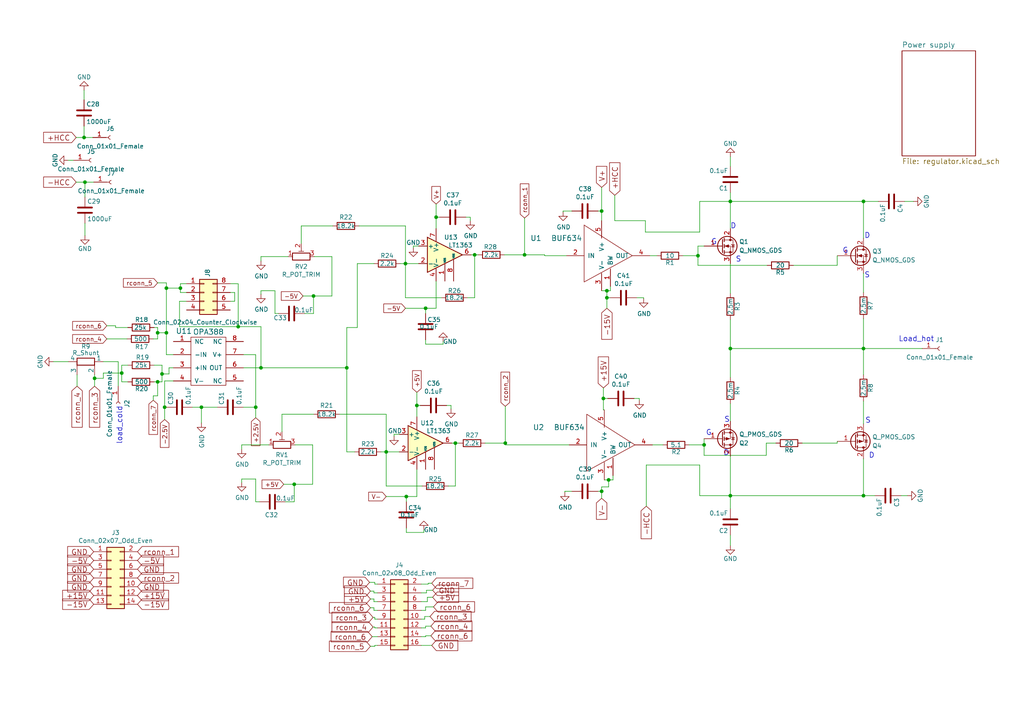
<source format=kicad_sch>
(kicad_sch (version 20230121) (generator eeschema)

  (uuid 2f21daab-ac04-42a8-876c-c86138d20a60)

  (paper "A4")

  (lib_symbols
    (symbol "Amplifier_Operational:LT1363" (pin_names (offset 0.127)) (in_bom yes) (on_board yes)
      (property "Reference" "U" (at 1.27 6.35 0)
        (effects (font (size 1.27 1.27)) (justify left))
      )
      (property "Value" "LT1363" (at 1.27 3.81 0)
        (effects (font (size 1.27 1.27)) (justify left))
      )
      (property "Footprint" "" (at 1.27 1.27 0)
        (effects (font (size 1.27 1.27)) hide)
      )
      (property "Datasheet" "https://www.analog.com/media/en/technical-documentation/data-sheets/1363fa.pdf" (at 1.27 3.81 0)
        (effects (font (size 1.27 1.27)) hide)
      )
      (property "ki_keywords" "single opamp" (at 0 0 0)
        (effects (font (size 1.27 1.27)) hide)
      )
      (property "ki_description" "70MHz, 1000V/µs Operational Amplifier, DIP-8/SOIC-8" (at 0 0 0)
        (effects (font (size 1.27 1.27)) hide)
      )
      (property "ki_fp_filters" "DIP*W7.62mm* SOIC*3.9x4.9mm*P1.27mm* TO*99*" (at 0 0 0)
        (effects (font (size 1.27 1.27)) hide)
      )
      (symbol "LT1363_0_1"
        (polyline
          (pts
            (xy -5.08 5.08)
            (xy 5.08 0)
            (xy -5.08 -5.08)
            (xy -5.08 5.08)
          )
          (stroke (width 0.254) (type default))
          (fill (type background))
        )
      )
      (symbol "LT1363_1_1"
        (pin input line (at 0 -7.62 90) (length 5.08)
          (name "VOS" (effects (font (size 0.508 0.508))))
          (number "1" (effects (font (size 1.27 1.27))))
        )
        (pin input line (at -7.62 -2.54 0) (length 2.54)
          (name "-" (effects (font (size 1.27 1.27))))
          (number "2" (effects (font (size 1.27 1.27))))
        )
        (pin input line (at -7.62 2.54 0) (length 2.54)
          (name "+" (effects (font (size 1.27 1.27))))
          (number "3" (effects (font (size 1.27 1.27))))
        )
        (pin power_in line (at -2.54 -7.62 90) (length 3.81)
          (name "V-" (effects (font (size 1.27 1.27))))
          (number "4" (effects (font (size 1.27 1.27))))
        )
        (pin no_connect line (at 0 2.54 270) (length 2.54) hide
          (name "NC" (effects (font (size 1.27 1.27))))
          (number "5" (effects (font (size 1.27 1.27))))
        )
        (pin output line (at 7.62 0 180) (length 2.54)
          (name "~" (effects (font (size 1.27 1.27))))
          (number "6" (effects (font (size 1.27 1.27))))
        )
        (pin power_in line (at -2.54 7.62 270) (length 3.81)
          (name "V+" (effects (font (size 1.27 1.27))))
          (number "7" (effects (font (size 1.27 1.27))))
        )
        (pin input line (at 2.54 -7.62 90) (length 6.35)
          (name "VOS" (effects (font (size 0.508 0.508))))
          (number "8" (effects (font (size 1.27 1.27))))
        )
      )
    )
    (symbol "Connector_Generic:Conn_02x04_Counter_Clockwise" (pin_names (offset 1.016) hide) (in_bom yes) (on_board yes)
      (property "Reference" "J" (at 1.27 5.08 0)
        (effects (font (size 1.27 1.27)))
      )
      (property "Value" "Conn_02x04_Counter_Clockwise" (at 1.27 -7.62 0)
        (effects (font (size 1.27 1.27)))
      )
      (property "Footprint" "" (at 0 0 0)
        (effects (font (size 1.27 1.27)) hide)
      )
      (property "Datasheet" "~" (at 0 0 0)
        (effects (font (size 1.27 1.27)) hide)
      )
      (property "ki_keywords" "connector" (at 0 0 0)
        (effects (font (size 1.27 1.27)) hide)
      )
      (property "ki_description" "Generic connector, double row, 02x04, counter clockwise pin numbering scheme (similar to DIP package numbering), script generated (kicad-library-utils/schlib/autogen/connector/)" (at 0 0 0)
        (effects (font (size 1.27 1.27)) hide)
      )
      (property "ki_fp_filters" "Connector*:*_2x??_*" (at 0 0 0)
        (effects (font (size 1.27 1.27)) hide)
      )
      (symbol "Conn_02x04_Counter_Clockwise_1_1"
        (rectangle (start -1.27 -4.953) (end 0 -5.207)
          (stroke (width 0.1524) (type default))
          (fill (type none))
        )
        (rectangle (start -1.27 -2.413) (end 0 -2.667)
          (stroke (width 0.1524) (type default))
          (fill (type none))
        )
        (rectangle (start -1.27 0.127) (end 0 -0.127)
          (stroke (width 0.1524) (type default))
          (fill (type none))
        )
        (rectangle (start -1.27 2.667) (end 0 2.413)
          (stroke (width 0.1524) (type default))
          (fill (type none))
        )
        (rectangle (start -1.27 3.81) (end 3.81 -6.35)
          (stroke (width 0.254) (type default))
          (fill (type background))
        )
        (rectangle (start 3.81 -4.953) (end 2.54 -5.207)
          (stroke (width 0.1524) (type default))
          (fill (type none))
        )
        (rectangle (start 3.81 -2.413) (end 2.54 -2.667)
          (stroke (width 0.1524) (type default))
          (fill (type none))
        )
        (rectangle (start 3.81 0.127) (end 2.54 -0.127)
          (stroke (width 0.1524) (type default))
          (fill (type none))
        )
        (rectangle (start 3.81 2.667) (end 2.54 2.413)
          (stroke (width 0.1524) (type default))
          (fill (type none))
        )
        (pin passive line (at -5.08 2.54 0) (length 3.81)
          (name "Pin_1" (effects (font (size 1.27 1.27))))
          (number "1" (effects (font (size 1.27 1.27))))
        )
        (pin passive line (at -5.08 0 0) (length 3.81)
          (name "Pin_2" (effects (font (size 1.27 1.27))))
          (number "2" (effects (font (size 1.27 1.27))))
        )
        (pin passive line (at -5.08 -2.54 0) (length 3.81)
          (name "Pin_3" (effects (font (size 1.27 1.27))))
          (number "3" (effects (font (size 1.27 1.27))))
        )
        (pin passive line (at -5.08 -5.08 0) (length 3.81)
          (name "Pin_4" (effects (font (size 1.27 1.27))))
          (number "4" (effects (font (size 1.27 1.27))))
        )
        (pin passive line (at 7.62 -5.08 180) (length 3.81)
          (name "Pin_5" (effects (font (size 1.27 1.27))))
          (number "5" (effects (font (size 1.27 1.27))))
        )
        (pin passive line (at 7.62 -2.54 180) (length 3.81)
          (name "Pin_6" (effects (font (size 1.27 1.27))))
          (number "6" (effects (font (size 1.27 1.27))))
        )
        (pin passive line (at 7.62 0 180) (length 3.81)
          (name "Pin_7" (effects (font (size 1.27 1.27))))
          (number "7" (effects (font (size 1.27 1.27))))
        )
        (pin passive line (at 7.62 2.54 180) (length 3.81)
          (name "Pin_8" (effects (font (size 1.27 1.27))))
          (number "8" (effects (font (size 1.27 1.27))))
        )
      )
    )
    (symbol "Connector_Generic:Conn_02x07_Odd_Even" (pin_names (offset 1.016) hide) (in_bom yes) (on_board yes)
      (property "Reference" "J" (at 1.27 10.16 0)
        (effects (font (size 1.27 1.27)))
      )
      (property "Value" "Conn_02x07_Odd_Even" (at 1.27 -10.16 0)
        (effects (font (size 1.27 1.27)))
      )
      (property "Footprint" "" (at 0 0 0)
        (effects (font (size 1.27 1.27)) hide)
      )
      (property "Datasheet" "~" (at 0 0 0)
        (effects (font (size 1.27 1.27)) hide)
      )
      (property "ki_keywords" "connector" (at 0 0 0)
        (effects (font (size 1.27 1.27)) hide)
      )
      (property "ki_description" "Generic connector, double row, 02x07, odd/even pin numbering scheme (row 1 odd numbers, row 2 even numbers), script generated (kicad-library-utils/schlib/autogen/connector/)" (at 0 0 0)
        (effects (font (size 1.27 1.27)) hide)
      )
      (property "ki_fp_filters" "Connector*:*_2x??_*" (at 0 0 0)
        (effects (font (size 1.27 1.27)) hide)
      )
      (symbol "Conn_02x07_Odd_Even_1_1"
        (rectangle (start -1.27 -7.493) (end 0 -7.747)
          (stroke (width 0.1524) (type default))
          (fill (type none))
        )
        (rectangle (start -1.27 -4.953) (end 0 -5.207)
          (stroke (width 0.1524) (type default))
          (fill (type none))
        )
        (rectangle (start -1.27 -2.413) (end 0 -2.667)
          (stroke (width 0.1524) (type default))
          (fill (type none))
        )
        (rectangle (start -1.27 0.127) (end 0 -0.127)
          (stroke (width 0.1524) (type default))
          (fill (type none))
        )
        (rectangle (start -1.27 2.667) (end 0 2.413)
          (stroke (width 0.1524) (type default))
          (fill (type none))
        )
        (rectangle (start -1.27 5.207) (end 0 4.953)
          (stroke (width 0.1524) (type default))
          (fill (type none))
        )
        (rectangle (start -1.27 7.747) (end 0 7.493)
          (stroke (width 0.1524) (type default))
          (fill (type none))
        )
        (rectangle (start -1.27 8.89) (end 3.81 -8.89)
          (stroke (width 0.254) (type default))
          (fill (type background))
        )
        (rectangle (start 3.81 -7.493) (end 2.54 -7.747)
          (stroke (width 0.1524) (type default))
          (fill (type none))
        )
        (rectangle (start 3.81 -4.953) (end 2.54 -5.207)
          (stroke (width 0.1524) (type default))
          (fill (type none))
        )
        (rectangle (start 3.81 -2.413) (end 2.54 -2.667)
          (stroke (width 0.1524) (type default))
          (fill (type none))
        )
        (rectangle (start 3.81 0.127) (end 2.54 -0.127)
          (stroke (width 0.1524) (type default))
          (fill (type none))
        )
        (rectangle (start 3.81 2.667) (end 2.54 2.413)
          (stroke (width 0.1524) (type default))
          (fill (type none))
        )
        (rectangle (start 3.81 5.207) (end 2.54 4.953)
          (stroke (width 0.1524) (type default))
          (fill (type none))
        )
        (rectangle (start 3.81 7.747) (end 2.54 7.493)
          (stroke (width 0.1524) (type default))
          (fill (type none))
        )
        (pin passive line (at -5.08 7.62 0) (length 3.81)
          (name "Pin_1" (effects (font (size 1.27 1.27))))
          (number "1" (effects (font (size 1.27 1.27))))
        )
        (pin passive line (at 7.62 -2.54 180) (length 3.81)
          (name "Pin_10" (effects (font (size 1.27 1.27))))
          (number "10" (effects (font (size 1.27 1.27))))
        )
        (pin passive line (at -5.08 -5.08 0) (length 3.81)
          (name "Pin_11" (effects (font (size 1.27 1.27))))
          (number "11" (effects (font (size 1.27 1.27))))
        )
        (pin passive line (at 7.62 -5.08 180) (length 3.81)
          (name "Pin_12" (effects (font (size 1.27 1.27))))
          (number "12" (effects (font (size 1.27 1.27))))
        )
        (pin passive line (at -5.08 -7.62 0) (length 3.81)
          (name "Pin_13" (effects (font (size 1.27 1.27))))
          (number "13" (effects (font (size 1.27 1.27))))
        )
        (pin passive line (at 7.62 -7.62 180) (length 3.81)
          (name "Pin_14" (effects (font (size 1.27 1.27))))
          (number "14" (effects (font (size 1.27 1.27))))
        )
        (pin passive line (at 7.62 7.62 180) (length 3.81)
          (name "Pin_2" (effects (font (size 1.27 1.27))))
          (number "2" (effects (font (size 1.27 1.27))))
        )
        (pin passive line (at -5.08 5.08 0) (length 3.81)
          (name "Pin_3" (effects (font (size 1.27 1.27))))
          (number "3" (effects (font (size 1.27 1.27))))
        )
        (pin passive line (at 7.62 5.08 180) (length 3.81)
          (name "Pin_4" (effects (font (size 1.27 1.27))))
          (number "4" (effects (font (size 1.27 1.27))))
        )
        (pin passive line (at -5.08 2.54 0) (length 3.81)
          (name "Pin_5" (effects (font (size 1.27 1.27))))
          (number "5" (effects (font (size 1.27 1.27))))
        )
        (pin passive line (at 7.62 2.54 180) (length 3.81)
          (name "Pin_6" (effects (font (size 1.27 1.27))))
          (number "6" (effects (font (size 1.27 1.27))))
        )
        (pin passive line (at -5.08 0 0) (length 3.81)
          (name "Pin_7" (effects (font (size 1.27 1.27))))
          (number "7" (effects (font (size 1.27 1.27))))
        )
        (pin passive line (at 7.62 0 180) (length 3.81)
          (name "Pin_8" (effects (font (size 1.27 1.27))))
          (number "8" (effects (font (size 1.27 1.27))))
        )
        (pin passive line (at -5.08 -2.54 0) (length 3.81)
          (name "Pin_9" (effects (font (size 1.27 1.27))))
          (number "9" (effects (font (size 1.27 1.27))))
        )
      )
    )
    (symbol "Connector_Generic:Conn_02x08_Odd_Even" (pin_names (offset 1.016) hide) (in_bom yes) (on_board yes)
      (property "Reference" "J" (at 1.27 10.16 0)
        (effects (font (size 1.27 1.27)))
      )
      (property "Value" "Conn_02x08_Odd_Even" (at 1.27 -12.7 0)
        (effects (font (size 1.27 1.27)))
      )
      (property "Footprint" "" (at 0 0 0)
        (effects (font (size 1.27 1.27)) hide)
      )
      (property "Datasheet" "~" (at 0 0 0)
        (effects (font (size 1.27 1.27)) hide)
      )
      (property "ki_keywords" "connector" (at 0 0 0)
        (effects (font (size 1.27 1.27)) hide)
      )
      (property "ki_description" "Generic connector, double row, 02x08, odd/even pin numbering scheme (row 1 odd numbers, row 2 even numbers), script generated (kicad-library-utils/schlib/autogen/connector/)" (at 0 0 0)
        (effects (font (size 1.27 1.27)) hide)
      )
      (property "ki_fp_filters" "Connector*:*_2x??_*" (at 0 0 0)
        (effects (font (size 1.27 1.27)) hide)
      )
      (symbol "Conn_02x08_Odd_Even_1_1"
        (rectangle (start -1.27 -10.033) (end 0 -10.287)
          (stroke (width 0.1524) (type default))
          (fill (type none))
        )
        (rectangle (start -1.27 -7.493) (end 0 -7.747)
          (stroke (width 0.1524) (type default))
          (fill (type none))
        )
        (rectangle (start -1.27 -4.953) (end 0 -5.207)
          (stroke (width 0.1524) (type default))
          (fill (type none))
        )
        (rectangle (start -1.27 -2.413) (end 0 -2.667)
          (stroke (width 0.1524) (type default))
          (fill (type none))
        )
        (rectangle (start -1.27 0.127) (end 0 -0.127)
          (stroke (width 0.1524) (type default))
          (fill (type none))
        )
        (rectangle (start -1.27 2.667) (end 0 2.413)
          (stroke (width 0.1524) (type default))
          (fill (type none))
        )
        (rectangle (start -1.27 5.207) (end 0 4.953)
          (stroke (width 0.1524) (type default))
          (fill (type none))
        )
        (rectangle (start -1.27 7.747) (end 0 7.493)
          (stroke (width 0.1524) (type default))
          (fill (type none))
        )
        (rectangle (start -1.27 8.89) (end 3.81 -11.43)
          (stroke (width 0.254) (type default))
          (fill (type background))
        )
        (rectangle (start 3.81 -10.033) (end 2.54 -10.287)
          (stroke (width 0.1524) (type default))
          (fill (type none))
        )
        (rectangle (start 3.81 -7.493) (end 2.54 -7.747)
          (stroke (width 0.1524) (type default))
          (fill (type none))
        )
        (rectangle (start 3.81 -4.953) (end 2.54 -5.207)
          (stroke (width 0.1524) (type default))
          (fill (type none))
        )
        (rectangle (start 3.81 -2.413) (end 2.54 -2.667)
          (stroke (width 0.1524) (type default))
          (fill (type none))
        )
        (rectangle (start 3.81 0.127) (end 2.54 -0.127)
          (stroke (width 0.1524) (type default))
          (fill (type none))
        )
        (rectangle (start 3.81 2.667) (end 2.54 2.413)
          (stroke (width 0.1524) (type default))
          (fill (type none))
        )
        (rectangle (start 3.81 5.207) (end 2.54 4.953)
          (stroke (width 0.1524) (type default))
          (fill (type none))
        )
        (rectangle (start 3.81 7.747) (end 2.54 7.493)
          (stroke (width 0.1524) (type default))
          (fill (type none))
        )
        (pin passive line (at -5.08 7.62 0) (length 3.81)
          (name "Pin_1" (effects (font (size 1.27 1.27))))
          (number "1" (effects (font (size 1.27 1.27))))
        )
        (pin passive line (at 7.62 -2.54 180) (length 3.81)
          (name "Pin_10" (effects (font (size 1.27 1.27))))
          (number "10" (effects (font (size 1.27 1.27))))
        )
        (pin passive line (at -5.08 -5.08 0) (length 3.81)
          (name "Pin_11" (effects (font (size 1.27 1.27))))
          (number "11" (effects (font (size 1.27 1.27))))
        )
        (pin passive line (at 7.62 -5.08 180) (length 3.81)
          (name "Pin_12" (effects (font (size 1.27 1.27))))
          (number "12" (effects (font (size 1.27 1.27))))
        )
        (pin passive line (at -5.08 -7.62 0) (length 3.81)
          (name "Pin_13" (effects (font (size 1.27 1.27))))
          (number "13" (effects (font (size 1.27 1.27))))
        )
        (pin passive line (at 7.62 -7.62 180) (length 3.81)
          (name "Pin_14" (effects (font (size 1.27 1.27))))
          (number "14" (effects (font (size 1.27 1.27))))
        )
        (pin passive line (at -5.08 -10.16 0) (length 3.81)
          (name "Pin_15" (effects (font (size 1.27 1.27))))
          (number "15" (effects (font (size 1.27 1.27))))
        )
        (pin passive line (at 7.62 -10.16 180) (length 3.81)
          (name "Pin_16" (effects (font (size 1.27 1.27))))
          (number "16" (effects (font (size 1.27 1.27))))
        )
        (pin passive line (at 7.62 7.62 180) (length 3.81)
          (name "Pin_2" (effects (font (size 1.27 1.27))))
          (number "2" (effects (font (size 1.27 1.27))))
        )
        (pin passive line (at -5.08 5.08 0) (length 3.81)
          (name "Pin_3" (effects (font (size 1.27 1.27))))
          (number "3" (effects (font (size 1.27 1.27))))
        )
        (pin passive line (at 7.62 5.08 180) (length 3.81)
          (name "Pin_4" (effects (font (size 1.27 1.27))))
          (number "4" (effects (font (size 1.27 1.27))))
        )
        (pin passive line (at -5.08 2.54 0) (length 3.81)
          (name "Pin_5" (effects (font (size 1.27 1.27))))
          (number "5" (effects (font (size 1.27 1.27))))
        )
        (pin passive line (at 7.62 2.54 180) (length 3.81)
          (name "Pin_6" (effects (font (size 1.27 1.27))))
          (number "6" (effects (font (size 1.27 1.27))))
        )
        (pin passive line (at -5.08 0 0) (length 3.81)
          (name "Pin_7" (effects (font (size 1.27 1.27))))
          (number "7" (effects (font (size 1.27 1.27))))
        )
        (pin passive line (at 7.62 0 180) (length 3.81)
          (name "Pin_8" (effects (font (size 1.27 1.27))))
          (number "8" (effects (font (size 1.27 1.27))))
        )
        (pin passive line (at -5.08 -2.54 0) (length 3.81)
          (name "Pin_9" (effects (font (size 1.27 1.27))))
          (number "9" (effects (font (size 1.27 1.27))))
        )
      )
    )
    (symbol "Device:C" (pin_numbers hide) (pin_names (offset 0.254)) (in_bom yes) (on_board yes)
      (property "Reference" "C" (at 0.635 2.54 0)
        (effects (font (size 1.27 1.27)) (justify left))
      )
      (property "Value" "C" (at 0.635 -2.54 0)
        (effects (font (size 1.27 1.27)) (justify left))
      )
      (property "Footprint" "" (at 0.9652 -3.81 0)
        (effects (font (size 1.27 1.27)) hide)
      )
      (property "Datasheet" "~" (at 0 0 0)
        (effects (font (size 1.27 1.27)) hide)
      )
      (property "ki_keywords" "cap capacitor" (at 0 0 0)
        (effects (font (size 1.27 1.27)) hide)
      )
      (property "ki_description" "Unpolarized capacitor" (at 0 0 0)
        (effects (font (size 1.27 1.27)) hide)
      )
      (property "ki_fp_filters" "C_*" (at 0 0 0)
        (effects (font (size 1.27 1.27)) hide)
      )
      (symbol "C_0_1"
        (polyline
          (pts
            (xy -2.032 -0.762)
            (xy 2.032 -0.762)
          )
          (stroke (width 0.508) (type default))
          (fill (type none))
        )
        (polyline
          (pts
            (xy -2.032 0.762)
            (xy 2.032 0.762)
          )
          (stroke (width 0.508) (type default))
          (fill (type none))
        )
      )
      (symbol "C_1_1"
        (pin passive line (at 0 3.81 270) (length 2.794)
          (name "~" (effects (font (size 1.27 1.27))))
          (number "1" (effects (font (size 1.27 1.27))))
        )
        (pin passive line (at 0 -3.81 90) (length 2.794)
          (name "~" (effects (font (size 1.27 1.27))))
          (number "2" (effects (font (size 1.27 1.27))))
        )
      )
    )
    (symbol "Device:R" (pin_numbers hide) (pin_names (offset 0)) (in_bom yes) (on_board yes)
      (property "Reference" "R" (at 2.032 0 90)
        (effects (font (size 1.27 1.27)))
      )
      (property "Value" "R" (at 0 0 90)
        (effects (font (size 1.27 1.27)))
      )
      (property "Footprint" "" (at -1.778 0 90)
        (effects (font (size 1.27 1.27)) hide)
      )
      (property "Datasheet" "~" (at 0 0 0)
        (effects (font (size 1.27 1.27)) hide)
      )
      (property "ki_keywords" "R res resistor" (at 0 0 0)
        (effects (font (size 1.27 1.27)) hide)
      )
      (property "ki_description" "Resistor" (at 0 0 0)
        (effects (font (size 1.27 1.27)) hide)
      )
      (property "ki_fp_filters" "R_*" (at 0 0 0)
        (effects (font (size 1.27 1.27)) hide)
      )
      (symbol "R_0_1"
        (rectangle (start -1.016 -2.54) (end 1.016 2.54)
          (stroke (width 0.254) (type default))
          (fill (type none))
        )
      )
      (symbol "R_1_1"
        (pin passive line (at 0 3.81 270) (length 1.27)
          (name "~" (effects (font (size 1.27 1.27))))
          (number "1" (effects (font (size 1.27 1.27))))
        )
        (pin passive line (at 0 -3.81 90) (length 1.27)
          (name "~" (effects (font (size 1.27 1.27))))
          (number "2" (effects (font (size 1.27 1.27))))
        )
      )
    )
    (symbol "power:GND" (power) (pin_names (offset 0)) (in_bom yes) (on_board yes)
      (property "Reference" "#PWR" (at 0 -6.35 0)
        (effects (font (size 1.27 1.27)) hide)
      )
      (property "Value" "GND" (at 0 -3.81 0)
        (effects (font (size 1.27 1.27)))
      )
      (property "Footprint" "" (at 0 0 0)
        (effects (font (size 1.27 1.27)) hide)
      )
      (property "Datasheet" "" (at 0 0 0)
        (effects (font (size 1.27 1.27)) hide)
      )
      (property "ki_keywords" "global power" (at 0 0 0)
        (effects (font (size 1.27 1.27)) hide)
      )
      (property "ki_description" "Power symbol creates a global label with name \"GND\" , ground" (at 0 0 0)
        (effects (font (size 1.27 1.27)) hide)
      )
      (symbol "GND_0_1"
        (polyline
          (pts
            (xy 0 0)
            (xy 0 -1.27)
            (xy 1.27 -1.27)
            (xy 0 -2.54)
            (xy -1.27 -1.27)
            (xy 0 -1.27)
          )
          (stroke (width 0) (type default))
          (fill (type none))
        )
      )
      (symbol "GND_1_1"
        (pin power_in line (at 0 0 270) (length 0) hide
          (name "GND" (effects (font (size 1.27 1.27))))
          (number "1" (effects (font (size 1.27 1.27))))
        )
      )
    )
    (symbol "rear-rescue:BUF634-RESCUE-rear-rear-rescue" (pin_names (offset 1.016)) (in_bom yes) (on_board yes)
      (property "Reference" "U" (at -10.16 -12.7 0)
        (effects (font (size 1.524 1.524)))
      )
      (property "Value" "rear-rescue_BUF634-RESCUE-rear" (at -1.27 -12.7 0)
        (effects (font (size 1.524 1.524)))
      )
      (property "Footprint" "" (at -11.43 -12.7 0)
        (effects (font (size 1.524 1.524)) hide)
      )
      (property "Datasheet" "" (at -11.43 -12.7 0)
        (effects (font (size 1.524 1.524)) hide)
      )
      (symbol "BUF634-RESCUE-rear-rear-rescue_0_1"
        (polyline
          (pts
            (xy 17.78 -17.78)
            (xy 3.81 -8.89)
          )
          (stroke (width 0) (type solid))
          (fill (type none))
        )
        (polyline
          (pts
            (xy 17.78 -17.78)
            (xy 3.81 -25.4)
            (xy 3.81 -8.89)
          )
          (stroke (width 0) (type solid))
          (fill (type none))
        )
      )
      (symbol "BUF634-RESCUE-rear-rear-rescue_1_1"
        (pin passive line (at 11.43 -26.67 90) (length 5.08)
          (name "BW" (effects (font (size 1.27 1.27))))
          (number "1" (effects (font (size 1.27 1.27))))
        )
        (pin passive line (at -1.27 -17.78 0) (length 5.08)
          (name "IN" (effects (font (size 1.27 1.27))))
          (number "2" (effects (font (size 1.27 1.27))))
        )
        (pin passive line (at 8.89 -27.94 90) (length 5.08)
          (name "V-" (effects (font (size 1.27 1.27))))
          (number "3" (effects (font (size 1.27 1.27))))
        )
        (pin passive line (at 22.86 -17.78 180) (length 5.08)
          (name "OUT" (effects (font (size 1.27 1.27))))
          (number "4" (effects (font (size 1.27 1.27))))
        )
        (pin passive line (at 8.89 -7.62 270) (length 5.08)
          (name "V+" (effects (font (size 1.27 1.27))))
          (number "5" (effects (font (size 1.27 1.27))))
        )
      )
    )
    (symbol "rear-rescue:C-rear-rescue" (pin_numbers hide) (pin_names (offset 0.254)) (in_bom yes) (on_board yes)
      (property "Reference" "C" (at 0.635 2.54 0)
        (effects (font (size 1.27 1.27)) (justify left))
      )
      (property "Value" "rear-rescue_C" (at 0.635 -2.54 0)
        (effects (font (size 1.27 1.27)) (justify left))
      )
      (property "Footprint" "" (at 0.9652 -3.81 0)
        (effects (font (size 1.27 1.27)) hide)
      )
      (property "Datasheet" "" (at 0 0 0)
        (effects (font (size 1.27 1.27)) hide)
      )
      (property "ki_fp_filters" "C_*" (at 0 0 0)
        (effects (font (size 1.27 1.27)) hide)
      )
      (symbol "C-rear-rescue_0_1"
        (polyline
          (pts
            (xy -2.032 -0.762)
            (xy 2.032 -0.762)
          )
          (stroke (width 0.508) (type solid))
          (fill (type none))
        )
        (polyline
          (pts
            (xy -2.032 0.762)
            (xy 2.032 0.762)
          )
          (stroke (width 0.508) (type solid))
          (fill (type none))
        )
      )
      (symbol "C-rear-rescue_1_1"
        (pin passive line (at 0 3.81 270) (length 2.794)
          (name "~" (effects (font (size 1.27 1.27))))
          (number "1" (effects (font (size 1.27 1.27))))
        )
        (pin passive line (at 0 -3.81 90) (length 2.794)
          (name "~" (effects (font (size 1.27 1.27))))
          (number "2" (effects (font (size 1.27 1.27))))
        )
      )
    )
    (symbol "rear-rescue:Conn_01x01_Female-rear-rescue" (pin_names (offset 1.016) hide) (in_bom yes) (on_board yes)
      (property "Reference" "J" (at 0 2.54 0)
        (effects (font (size 1.27 1.27)))
      )
      (property "Value" "rear-rescue_Conn_01x01_Female" (at 0 -2.54 0)
        (effects (font (size 1.27 1.27)))
      )
      (property "Footprint" "" (at 0 0 0)
        (effects (font (size 1.27 1.27)) hide)
      )
      (property "Datasheet" "" (at 0 0 0)
        (effects (font (size 1.27 1.27)) hide)
      )
      (property "ki_fp_filters" "Connector*:*_??x*mm* Connector*:*1x??x*mm* Socket?Strip?Straight?1X* Socket?Strip?Angled?1X*" (at 0 0 0)
        (effects (font (size 1.27 1.27)) hide)
      )
      (symbol "Conn_01x01_Female-rear-rescue_1_1"
        (polyline
          (pts
            (xy -1.27 0)
            (xy -0.508 0)
          )
          (stroke (width 0.1524) (type solid))
          (fill (type none))
        )
        (arc (start 0 0.508) (mid -0.5058 0) (end 0 -0.508)
          (stroke (width 0.1524) (type solid))
          (fill (type none))
        )
        (pin passive line (at -5.08 0 0) (length 3.81)
          (name "Pin_1" (effects (font (size 1.27 1.27))))
          (number "1" (effects (font (size 1.27 1.27))))
        )
      )
    )
    (symbol "rear-rescue:GND-rear-rescue" (power) (pin_names (offset 0)) (in_bom yes) (on_board yes)
      (property "Reference" "#PWR" (at 0 -6.35 0)
        (effects (font (size 1.27 1.27)) hide)
      )
      (property "Value" "GND-rear-rescue" (at 0 -3.81 0)
        (effects (font (size 1.27 1.27)))
      )
      (property "Footprint" "" (at 0 0 0)
        (effects (font (size 1.27 1.27)) hide)
      )
      (property "Datasheet" "" (at 0 0 0)
        (effects (font (size 1.27 1.27)) hide)
      )
      (symbol "GND-rear-rescue_0_1"
        (polyline
          (pts
            (xy 0 0)
            (xy 0 -1.27)
            (xy 1.27 -1.27)
            (xy 0 -2.54)
            (xy -1.27 -1.27)
            (xy 0 -1.27)
          )
          (stroke (width 0) (type solid))
          (fill (type none))
        )
      )
      (symbol "GND-rear-rescue_1_1"
        (pin power_in line (at 0 0 270) (length 0) hide
          (name "GND" (effects (font (size 1.27 1.27))))
          (number "1" (effects (font (size 1.27 1.27))))
        )
      )
    )
    (symbol "rear-rescue:OPA380-opa380" (pin_names (offset 1.016)) (in_bom yes) (on_board yes)
      (property "Reference" "U" (at 0 0 0)
        (effects (font (size 1.524 1.524)))
      )
      (property "Value" "opa380_OPA380" (at 11.43 0 0)
        (effects (font (size 1.524 1.524)))
      )
      (property "Footprint" "" (at 0 0 0)
        (effects (font (size 1.524 1.524)) hide)
      )
      (property "Datasheet" "" (at 0 0 0)
        (effects (font (size 1.524 1.524)) hide)
      )
      (symbol "OPA380-opa380_0_1"
        (rectangle (start 0 -3.81) (end 10.16 -17.78)
          (stroke (width 0) (type solid))
          (fill (type none))
        )
      )
      (symbol "OPA380-opa380_1_1"
        (pin passive line (at -5.08 -5.08 0) (length 5.08)
          (name "NC" (effects (font (size 1.27 1.27))))
          (number "1" (effects (font (size 1.27 1.27))))
        )
        (pin passive line (at -5.08 -8.89 0) (length 5.08)
          (name "-IN" (effects (font (size 1.27 1.27))))
          (number "2" (effects (font (size 1.27 1.27))))
        )
        (pin passive line (at -5.08 -12.7 0) (length 5.08)
          (name "+IN" (effects (font (size 1.27 1.27))))
          (number "3" (effects (font (size 1.27 1.27))))
        )
        (pin passive line (at -5.08 -16.51 0) (length 5.08)
          (name "V-" (effects (font (size 1.27 1.27))))
          (number "4" (effects (font (size 1.27 1.27))))
        )
        (pin passive line (at 15.24 -16.51 180) (length 5.08)
          (name "NC" (effects (font (size 1.27 1.27))))
          (number "5" (effects (font (size 1.27 1.27))))
        )
        (pin passive line (at 15.24 -12.7 180) (length 5.08)
          (name "OUT" (effects (font (size 1.27 1.27))))
          (number "6" (effects (font (size 1.27 1.27))))
        )
        (pin passive line (at 15.24 -8.89 180) (length 5.08)
          (name "V+" (effects (font (size 1.27 1.27))))
          (number "7" (effects (font (size 1.27 1.27))))
        )
        (pin passive line (at 15.24 -5.08 180) (length 5.08)
          (name "NC" (effects (font (size 1.27 1.27))))
          (number "8" (effects (font (size 1.27 1.27))))
        )
      )
    )
    (symbol "rear-rescue:Q_NMOS_GDS-rear-rescue" (pin_names (offset 0) hide) (in_bom yes) (on_board yes)
      (property "Reference" "Q" (at 5.08 1.27 0)
        (effects (font (size 1.27 1.27)) (justify left))
      )
      (property "Value" "rear-rescue_Q_NMOS_GDS" (at 5.08 -1.27 0)
        (effects (font (size 1.27 1.27)) (justify left))
      )
      (property "Footprint" "" (at 5.08 2.54 0)
        (effects (font (size 1.27 1.27)) hide)
      )
      (property "Datasheet" "" (at 0 0 0)
        (effects (font (size 1.27 1.27)) hide)
      )
      (symbol "Q_NMOS_GDS-rear-rescue_0_1"
        (polyline
          (pts
            (xy 0.0508 0)
            (xy 0.254 0)
          )
          (stroke (width 0) (type solid))
          (fill (type none))
        )
        (polyline
          (pts
            (xy 0.762 -1.778)
            (xy 2.54 -1.778)
          )
          (stroke (width 0) (type solid))
          (fill (type none))
        )
        (polyline
          (pts
            (xy 0.762 -1.27)
            (xy 0.762 -2.286)
          )
          (stroke (width 0.254) (type solid))
          (fill (type none))
        )
        (polyline
          (pts
            (xy 0.762 0)
            (xy 2.54 0)
          )
          (stroke (width 0) (type solid))
          (fill (type none))
        )
        (polyline
          (pts
            (xy 0.762 0.508)
            (xy 0.762 -0.508)
          )
          (stroke (width 0.254) (type solid))
          (fill (type none))
        )
        (polyline
          (pts
            (xy 0.762 1.778)
            (xy 2.54 1.778)
          )
          (stroke (width 0) (type solid))
          (fill (type none))
        )
        (polyline
          (pts
            (xy 0.762 2.286)
            (xy 0.762 1.27)
          )
          (stroke (width 0.254) (type solid))
          (fill (type none))
        )
        (polyline
          (pts
            (xy 2.54 -1.778)
            (xy 2.54 -2.54)
          )
          (stroke (width 0) (type solid))
          (fill (type none))
        )
        (polyline
          (pts
            (xy 2.54 -1.778)
            (xy 2.54 0)
          )
          (stroke (width 0) (type solid))
          (fill (type none))
        )
        (polyline
          (pts
            (xy 2.54 2.54)
            (xy 2.54 1.778)
          )
          (stroke (width 0) (type solid))
          (fill (type none))
        )
        (polyline
          (pts
            (xy 0.254 1.905)
            (xy 0.254 -1.905)
            (xy 0.254 -1.905)
          )
          (stroke (width 0.254) (type solid))
          (fill (type none))
        )
        (polyline
          (pts
            (xy 1.016 0)
            (xy 2.032 0.381)
            (xy 2.032 -0.381)
            (xy 1.016 0)
          )
          (stroke (width 0) (type solid))
          (fill (type outline))
        )
        (polyline
          (pts
            (xy 2.54 -1.778)
            (xy 3.302 -1.778)
            (xy 3.302 1.778)
            (xy 2.54 1.778)
          )
          (stroke (width 0) (type solid))
          (fill (type none))
        )
        (polyline
          (pts
            (xy 2.794 0.508)
            (xy 2.921 0.381)
            (xy 3.683 0.381)
            (xy 3.81 0.254)
          )
          (stroke (width 0) (type solid))
          (fill (type none))
        )
        (polyline
          (pts
            (xy 3.302 0.381)
            (xy 2.921 -0.254)
            (xy 3.683 -0.254)
            (xy 3.302 0.381)
          )
          (stroke (width 0) (type solid))
          (fill (type none))
        )
        (circle (center 1.651 0) (radius 2.8194)
          (stroke (width 0.254) (type solid))
          (fill (type none))
        )
        (circle (center 2.54 -1.778) (radius 0.2794)
          (stroke (width 0) (type solid))
          (fill (type outline))
        )
        (circle (center 2.54 1.778) (radius 0.2794)
          (stroke (width 0) (type solid))
          (fill (type outline))
        )
      )
      (symbol "Q_NMOS_GDS-rear-rescue_1_1"
        (pin input line (at -5.08 0 0) (length 5.08)
          (name "G" (effects (font (size 1.27 1.27))))
          (number "1" (effects (font (size 1.27 1.27))))
        )
        (pin passive line (at 2.54 5.08 270) (length 2.54)
          (name "D" (effects (font (size 1.27 1.27))))
          (number "2" (effects (font (size 1.27 1.27))))
        )
        (pin passive line (at 2.54 -5.08 90) (length 2.54)
          (name "S" (effects (font (size 1.27 1.27))))
          (number "3" (effects (font (size 1.27 1.27))))
        )
      )
    )
    (symbol "rear-rescue:Q_PMOS_GDS-rear-rescue" (pin_names (offset 0) hide) (in_bom yes) (on_board yes)
      (property "Reference" "Q" (at 5.08 1.27 0)
        (effects (font (size 1.27 1.27)) (justify left))
      )
      (property "Value" "rear-rescue_Q_PMOS_GDS" (at 5.08 -1.27 0)
        (effects (font (size 1.27 1.27)) (justify left))
      )
      (property "Footprint" "" (at 5.08 2.54 0)
        (effects (font (size 1.27 1.27)) hide)
      )
      (property "Datasheet" "" (at 0 0 0)
        (effects (font (size 1.27 1.27)) hide)
      )
      (symbol "Q_PMOS_GDS-rear-rescue_0_1"
        (polyline
          (pts
            (xy 0.0508 0)
            (xy 0.254 0)
          )
          (stroke (width 0) (type solid))
          (fill (type none))
        )
        (polyline
          (pts
            (xy 0.762 -1.778)
            (xy 2.54 -1.778)
          )
          (stroke (width 0) (type solid))
          (fill (type none))
        )
        (polyline
          (pts
            (xy 0.762 -1.27)
            (xy 0.762 -2.286)
          )
          (stroke (width 0.254) (type solid))
          (fill (type none))
        )
        (polyline
          (pts
            (xy 0.762 0)
            (xy 2.54 0)
          )
          (stroke (width 0) (type solid))
          (fill (type none))
        )
        (polyline
          (pts
            (xy 0.762 0.508)
            (xy 0.762 -0.508)
          )
          (stroke (width 0.254) (type solid))
          (fill (type none))
        )
        (polyline
          (pts
            (xy 0.762 1.778)
            (xy 2.54 1.778)
          )
          (stroke (width 0) (type solid))
          (fill (type none))
        )
        (polyline
          (pts
            (xy 0.762 2.286)
            (xy 0.762 1.27)
          )
          (stroke (width 0.254) (type solid))
          (fill (type none))
        )
        (polyline
          (pts
            (xy 2.54 -1.778)
            (xy 2.54 -2.54)
          )
          (stroke (width 0) (type solid))
          (fill (type none))
        )
        (polyline
          (pts
            (xy 2.54 -1.778)
            (xy 2.54 0)
          )
          (stroke (width 0) (type solid))
          (fill (type none))
        )
        (polyline
          (pts
            (xy 2.54 2.54)
            (xy 2.54 1.778)
          )
          (stroke (width 0) (type solid))
          (fill (type none))
        )
        (polyline
          (pts
            (xy 0.254 1.905)
            (xy 0.254 -1.905)
            (xy 0.254 -1.905)
          )
          (stroke (width 0.254) (type solid))
          (fill (type none))
        )
        (polyline
          (pts
            (xy 2.286 0)
            (xy 1.27 -0.381)
            (xy 1.27 0.381)
            (xy 2.286 0)
          )
          (stroke (width 0) (type solid))
          (fill (type outline))
        )
        (polyline
          (pts
            (xy 2.54 -1.778)
            (xy 3.302 -1.778)
            (xy 3.302 1.778)
            (xy 2.54 1.778)
          )
          (stroke (width 0) (type solid))
          (fill (type none))
        )
        (polyline
          (pts
            (xy 2.794 -0.508)
            (xy 2.921 -0.381)
            (xy 3.683 -0.381)
            (xy 3.81 -0.254)
          )
          (stroke (width 0) (type solid))
          (fill (type none))
        )
        (polyline
          (pts
            (xy 3.302 -0.381)
            (xy 2.921 0.254)
            (xy 3.683 0.254)
            (xy 3.302 -0.381)
          )
          (stroke (width 0) (type solid))
          (fill (type none))
        )
        (circle (center 1.651 0) (radius 2.8194)
          (stroke (width 0.254) (type solid))
          (fill (type none))
        )
        (circle (center 2.54 -1.778) (radius 0.2794)
          (stroke (width 0) (type solid))
          (fill (type outline))
        )
        (circle (center 2.54 1.778) (radius 0.2794)
          (stroke (width 0) (type solid))
          (fill (type outline))
        )
      )
      (symbol "Q_PMOS_GDS-rear-rescue_1_1"
        (pin input line (at -5.08 0 0) (length 5.08)
          (name "G" (effects (font (size 1.27 1.27))))
          (number "1" (effects (font (size 1.27 1.27))))
        )
        (pin passive line (at 2.54 5.08 270) (length 2.54)
          (name "D" (effects (font (size 1.27 1.27))))
          (number "2" (effects (font (size 1.27 1.27))))
        )
        (pin passive line (at 2.54 -5.08 90) (length 2.54)
          (name "S" (effects (font (size 1.27 1.27))))
          (number "3" (effects (font (size 1.27 1.27))))
        )
      )
    )
    (symbol "rear-rescue:R-rear-rescue" (pin_numbers hide) (pin_names (offset 0)) (in_bom yes) (on_board yes)
      (property "Reference" "R" (at 2.032 0 90)
        (effects (font (size 1.27 1.27)))
      )
      (property "Value" "rear-rescue_R" (at 0 0 90)
        (effects (font (size 1.27 1.27)))
      )
      (property "Footprint" "" (at -1.778 0 90)
        (effects (font (size 1.27 1.27)) hide)
      )
      (property "Datasheet" "" (at 0 0 0)
        (effects (font (size 1.27 1.27)) hide)
      )
      (property "ki_fp_filters" "R_* R_*" (at 0 0 0)
        (effects (font (size 1.27 1.27)) hide)
      )
      (symbol "R-rear-rescue_0_1"
        (rectangle (start -1.016 -2.54) (end 1.016 2.54)
          (stroke (width 0.254) (type solid))
          (fill (type none))
        )
      )
      (symbol "R-rear-rescue_1_1"
        (pin passive line (at 0 3.81 270) (length 1.27)
          (name "~" (effects (font (size 1.27 1.27))))
          (number "1" (effects (font (size 1.27 1.27))))
        )
        (pin passive line (at 0 -3.81 90) (length 1.27)
          (name "~" (effects (font (size 1.27 1.27))))
          (number "2" (effects (font (size 1.27 1.27))))
        )
      )
    )
    (symbol "rear-rescue:R_POT_TRIM-Device" (pin_names (offset 1.016) hide) (in_bom yes) (on_board yes)
      (property "Reference" "RV" (at -4.445 0 90)
        (effects (font (size 1.27 1.27)))
      )
      (property "Value" "Device_R_POT_TRIM" (at -2.54 0 90)
        (effects (font (size 1.27 1.27)))
      )
      (property "Footprint" "" (at 0 0 0)
        (effects (font (size 1.27 1.27)) hide)
      )
      (property "Datasheet" "" (at 0 0 0)
        (effects (font (size 1.27 1.27)) hide)
      )
      (property "ki_fp_filters" "Potentiometer*" (at 0 0 0)
        (effects (font (size 1.27 1.27)) hide)
      )
      (symbol "R_POT_TRIM-Device_0_1"
        (polyline
          (pts
            (xy 1.524 0.762)
            (xy 1.524 -0.762)
          )
          (stroke (width 0) (type solid))
          (fill (type none))
        )
        (polyline
          (pts
            (xy 2.54 0)
            (xy 1.524 0)
          )
          (stroke (width 0) (type solid))
          (fill (type none))
        )
        (rectangle (start 1.016 2.54) (end -1.016 -2.54)
          (stroke (width 0.254) (type solid))
          (fill (type none))
        )
      )
      (symbol "R_POT_TRIM-Device_1_1"
        (pin passive line (at 0 3.81 270) (length 1.27)
          (name "1" (effects (font (size 1.27 1.27))))
          (number "1" (effects (font (size 1.27 1.27))))
        )
        (pin passive line (at 3.81 0 180) (length 1.27)
          (name "2" (effects (font (size 1.27 1.27))))
          (number "2" (effects (font (size 1.27 1.27))))
        )
        (pin passive line (at 0 -3.81 90) (length 1.27)
          (name "3" (effects (font (size 1.27 1.27))))
          (number "3" (effects (font (size 1.27 1.27))))
        )
      )
    )
    (symbol "rear-rescue:R_Shunt-rear-rescue" (pin_numbers hide) (pin_names (offset 0)) (in_bom yes) (on_board yes)
      (property "Reference" "R" (at -4.445 0 90)
        (effects (font (size 1.27 1.27)))
      )
      (property "Value" "rear-rescue_R_Shunt" (at -2.54 0 90)
        (effects (font (size 1.27 1.27)))
      )
      (property "Footprint" "" (at -1.778 0 90)
        (effects (font (size 1.27 1.27)) hide)
      )
      (property "Datasheet" "" (at 0 0 0)
        (effects (font (size 1.27 1.27)) hide)
      )
      (property "ki_fp_filters" "R_*Shunt*" (at 0 0 0)
        (effects (font (size 1.27 1.27)) hide)
      )
      (symbol "R_Shunt-rear-rescue_0_1"
        (rectangle (start -1.016 -2.54) (end 1.016 2.54)
          (stroke (width 0.254) (type solid))
          (fill (type none))
        )
        (polyline
          (pts
            (xy 0 -2.54)
            (xy 1.27 -2.54)
          )
          (stroke (width 0) (type solid))
          (fill (type none))
        )
        (polyline
          (pts
            (xy 1.27 2.54)
            (xy 0 2.54)
          )
          (stroke (width 0) (type solid))
          (fill (type none))
        )
      )
      (symbol "R_Shunt-rear-rescue_1_1"
        (pin passive line (at 0 5.08 270) (length 2.54)
          (name "1" (effects (font (size 1.27 1.27))))
          (number "1" (effects (font (size 1.27 1.27))))
        )
        (pin passive line (at 3.81 2.54 180) (length 2.54)
          (name "2" (effects (font (size 1.27 1.27))))
          (number "2" (effects (font (size 1.27 1.27))))
        )
        (pin passive line (at 3.81 -2.54 180) (length 2.54)
          (name "3" (effects (font (size 1.27 1.27))))
          (number "3" (effects (font (size 1.27 1.27))))
        )
        (pin passive line (at 0 -5.08 90) (length 2.54)
          (name "4" (effects (font (size 1.27 1.27))))
          (number "4" (effects (font (size 1.27 1.27))))
        )
      )
    )
  )

  (junction (at 117.602 76.454) (diameter 0) (color 0 0 0 0)
    (uuid 05e28c15-1429-4701-a789-5f5ef8a8e79a)
  )
  (junction (at 75.692 106.68) (diameter 0) (color 0 0 0 0)
    (uuid 0d2191fd-0f10-4b10-9198-e2d3ab9993aa)
  )
  (junction (at 58.42 118.11) (diameter 0) (color 0 0 0 0)
    (uuid 146c25cd-e5ae-48c0-8287-7e4f98cdf249)
  )
  (junction (at 85.344 140.462) (diameter 0) (color 0 0 0 0)
    (uuid 1a45e44e-42f0-4df8-92fd-d1f2fb03b457)
  )
  (junction (at 250.444 101.092) (diameter 0) (color 0 0 0 0)
    (uuid 1a5122f6-097c-4923-a87e-d7b19c9bdfef)
  )
  (junction (at 48.26 83.566) (diameter 0) (color 0 0 0 0)
    (uuid 2070bd0d-5905-483d-ada7-bbf3bef81b6f)
  )
  (junction (at 69.088 94.742) (diameter 0) (color 0 0 0 0)
    (uuid 23366d8b-8eaf-4252-9ebb-b95c4623a788)
  )
  (junction (at 74.168 118.11) (diameter 0) (color 0 0 0 0)
    (uuid 276e779a-f39d-456e-8ae7-2955a1d4057f)
  )
  (junction (at 175.006 115.57) (diameter 0) (color 0 0 0 0)
    (uuid 2fb53c91-9320-46c5-9d57-d4c37206f55c)
  )
  (junction (at 120.904 117.602) (diameter 0) (color 0 0 0 0)
    (uuid 301acf27-ef44-4b99-af94-e1658c80bdf8)
  )
  (junction (at 211.836 58.42) (diameter 0) (color 0 0 0 0)
    (uuid 30b94a15-1412-4697-914b-ab3ccfcf467d)
  )
  (junction (at 100.584 106.68) (diameter 0) (color 0 0 0 0)
    (uuid 39af5f40-35ab-4712-bc4d-737a4dbd09de)
  )
  (junction (at 202.438 74.168) (diameter 0) (color 0 0 0 0)
    (uuid 3bb4168a-ab2e-4659-b7e5-de5821105169)
  )
  (junction (at 45.72 110.744) (diameter 0) (color 0 0 0 0)
    (uuid 3f45c5bc-26b3-4c9e-a4d2-8a0741760217)
  )
  (junction (at 47.752 118.11) (diameter 0) (color 0 0 0 0)
    (uuid 4aca064a-76d6-4f6b-bbf3-f5a1d7d8c792)
  )
  (junction (at 132.08 128.524) (diameter 0) (color 0 0 0 0)
    (uuid 6a68f56c-f96e-4d2c-8605-34fdc795bc79)
  )
  (junction (at 90.932 85.852) (diameter 0) (color 0 0 0 0)
    (uuid 6e988bd4-ecfe-4a90-af8e-f18f0e878175)
  )
  (junction (at 250.444 143.764) (diameter 0) (color 0 0 0 0)
    (uuid 730868aa-e2d8-432b-95a5-1266096e35a0)
  )
  (junction (at 52.324 83.566) (diameter 0) (color 0 0 0 0)
    (uuid 785c35a7-eb0f-4506-bc4c-4fdba4932e84)
  )
  (junction (at 211.836 143.764) (diameter 0) (color 0 0 0 0)
    (uuid 7b39e64c-4a6f-4e7a-b4ca-b4d9f81efb68)
  )
  (junction (at 174.498 61.214) (diameter 0) (color 0 0 0 0)
    (uuid 82ccc4e5-8768-4f74-a414-684d4cbdd5e9)
  )
  (junction (at 46.99 108.458) (diameter 0) (color 0 0 0 0)
    (uuid 8d8870d9-e994-4c6c-af2a-5660e5b6cc6c)
  )
  (junction (at 176.53 139.192) (diameter 0) (color 0 0 0 0)
    (uuid 9110f363-492a-4309-8ce9-de6f9843b6e8)
  )
  (junction (at 123.444 89.408) (diameter 0) (color 0 0 0 0)
    (uuid 98d2526f-91ae-4984-8d0e-09e46ea9ee04)
  )
  (junction (at 45.72 96.52) (diameter 0) (color 0 0 0 0)
    (uuid a0f4fb02-dd00-4d36-9793-a9fc862dc45c)
  )
  (junction (at 35.306 108.204) (diameter 0) (color 0 0 0 0)
    (uuid a1b5aba9-5103-41c3-a216-818fc700e4d5)
  )
  (junction (at 24.638 52.832) (diameter 0) (color 0 0 0 0)
    (uuid a642e8b0-6074-413c-a7e6-76877d0287ac)
  )
  (junction (at 117.856 144.018) (diameter 0) (color 0 0 0 0)
    (uuid a9186deb-af02-4239-89be-516218305706)
  )
  (junction (at 152.146 73.914) (diameter 0) (color 0 0 0 0)
    (uuid aa1fe143-31b9-4940-ae41-2388d4ddf404)
  )
  (junction (at 48.26 96.52) (diameter 0) (color 0 0 0 0)
    (uuid ad78a93b-470d-486c-890a-538f66b480c7)
  )
  (junction (at 27.432 109.728) (diameter 0) (color 0 0 0 0)
    (uuid b428eb74-8a8a-41d4-8533-f6fb810204e9)
  )
  (junction (at 126.492 62.992) (diameter 0) (color 0 0 0 0)
    (uuid b938a698-15c5-4079-bb7b-b7d187a9e3f8)
  )
  (junction (at 146.558 128.524) (diameter 0) (color 0 0 0 0)
    (uuid c87e941f-0162-4799-a2da-86500f3e9a95)
  )
  (junction (at 250.444 58.42) (diameter 0) (color 0 0 0 0)
    (uuid c96d104b-2e26-413e-b4d3-8ceadb2fd5f1)
  )
  (junction (at 204.216 129.032) (diameter 0) (color 0 0 0 0)
    (uuid d5c70971-a415-423d-9485-8cad7fa67686)
  )
  (junction (at 176.022 86.36) (diameter 0) (color 0 0 0 0)
    (uuid d81a3ad2-7869-4da4-a2ac-22790eac0819)
  )
  (junction (at 174.498 142.494) (diameter 0) (color 0 0 0 0)
    (uuid d9db76af-dad7-41bb-898c-fb812b6374da)
  )
  (junction (at 112.014 131.064) (diameter 0) (color 0 0 0 0)
    (uuid d9dd872c-52a6-4304-8de5-3be0d609080d)
  )
  (junction (at 24.384 39.878) (diameter 0) (color 0 0 0 0)
    (uuid e66d5d32-7221-4a2c-b7a3-c7e5235c3363)
  )
  (junction (at 176.022 84.328) (diameter 0) (color 0 0 0 0)
    (uuid e6c9e47b-355e-40e1-a304-c0e066a6514a)
  )
  (junction (at 137.668 73.914) (diameter 0) (color 0 0 0 0)
    (uuid e7eaaa69-b340-4190-8296-81e7bbf28288)
  )
  (junction (at 211.836 101.092) (diameter 0) (color 0 0 0 0)
    (uuid fbd166ab-ce63-43f5-b649-b0e0f7cd8db0)
  )

  (wire (pts (xy 24.638 57.15) (xy 24.638 52.832))
    (stroke (width 0) (type default))
    (uuid 01315da6-724c-4424-873e-7cf3c5b7dff0)
  )
  (wire (pts (xy 33.528 94.996) (xy 33.528 94.488))
    (stroke (width 0) (type default))
    (uuid 021fd100-bfbb-4a12-995e-bec712a83ad3)
  )
  (wire (pts (xy 123.698 171.958) (xy 123.698 171.196))
    (stroke (width 0) (type default))
    (uuid 042fa9d0-a98e-4b50-9630-df3018d31796)
  )
  (wire (pts (xy 108.458 174.498) (xy 109.474 174.498))
    (stroke (width 0) (type default))
    (uuid 045532b2-b53b-4a81-91a8-f0ee794516e0)
  )
  (wire (pts (xy 232.664 128.524) (xy 242.824 128.524))
    (stroke (width 0) (type default))
    (uuid 0913dafe-de5a-4e42-a0fb-36925dd766cd)
  )
  (wire (pts (xy 123.444 177.038) (xy 123.444 176.022))
    (stroke (width 0) (type default))
    (uuid 091851ea-6d14-4ecf-8972-99e82221e76b)
  )
  (wire (pts (xy 250.444 92.456) (xy 250.444 101.092))
    (stroke (width 0) (type default))
    (uuid 097ac6b6-c685-410d-818e-1191f590f00b)
  )
  (wire (pts (xy 117.856 145.542) (xy 117.856 144.018))
    (stroke (width 0) (type default))
    (uuid 0a90b0be-47c9-4491-aeed-2152ddfaa6d9)
  )
  (wire (pts (xy 123.19 179.578) (xy 123.19 178.816))
    (stroke (width 0) (type default))
    (uuid 0b7d528a-c8d2-41a4-b460-13a0ca04bf47)
  )
  (wire (pts (xy 120.904 144.018) (xy 120.904 136.144))
    (stroke (width 0) (type default))
    (uuid 0c03ac9f-1679-4fa8-9345-3c469240ad8e)
  )
  (wire (pts (xy 136.398 62.992) (xy 136.398 64.008))
    (stroke (width 0) (type default))
    (uuid 0f778c64-cb1c-4f16-9d36-8b82c2659785)
  )
  (wire (pts (xy 146.558 129.032) (xy 146.558 128.524))
    (stroke (width 0) (type default))
    (uuid 10b2f963-8a36-462a-a999-aa3602a9328f)
  )
  (wire (pts (xy 68.072 87.376) (xy 66.802 87.376))
    (stroke (width 0) (type default))
    (uuid 122a26c7-0f12-4ba5-9d63-6eb1cbfb0dc5)
  )
  (wire (pts (xy 211.836 158.242) (xy 211.836 155.194))
    (stroke (width 0) (type default))
    (uuid 1256ce74-f8c1-4f8f-aa0a-c1f5f0edbc44)
  )
  (wire (pts (xy 183.896 115.57) (xy 185.42 115.57))
    (stroke (width 0) (type default))
    (uuid 12721273-e64c-41a2-9cde-aff431dbf407)
  )
  (wire (pts (xy 175.006 115.57) (xy 175.006 118.872))
    (stroke (width 0) (type default))
    (uuid 12cb0a6e-c9cd-4c4a-aae2-c9998f91a1e6)
  )
  (wire (pts (xy 122.174 182.118) (xy 123.444 182.118))
    (stroke (width 0) (type default))
    (uuid 14205aba-3379-4d3a-b60d-c0e9f609fe65)
  )
  (wire (pts (xy 22.098 52.832) (xy 24.638 52.832))
    (stroke (width 0) (type default))
    (uuid 14875eeb-404c-4859-b39e-f3613272dab4)
  )
  (wire (pts (xy 98.552 120.142) (xy 112.014 120.142))
    (stroke (width 0) (type default))
    (uuid 16ecd74e-bbcd-41f5-938d-bb5599625bd0)
  )
  (wire (pts (xy 127.508 62.992) (xy 126.492 62.992))
    (stroke (width 0) (type default))
    (uuid 172461c5-4543-4978-bb40-895adfc20c7e)
  )
  (wire (pts (xy 48.26 83.566) (xy 52.324 83.566))
    (stroke (width 0) (type default))
    (uuid 18aae07f-180b-4ca8-8473-77f8aefc6700)
  )
  (wire (pts (xy 122.936 154.432) (xy 122.936 153.67))
    (stroke (width 0) (type default))
    (uuid 18ffb27d-85ef-495a-8598-6848ed5de5b9)
  )
  (wire (pts (xy 123.444 89.408) (xy 126.492 89.408))
    (stroke (width 0) (type default))
    (uuid 192bb032-1089-4b72-baa2-44f5cfa8f422)
  )
  (wire (pts (xy 29.972 108.204) (xy 29.972 109.728))
    (stroke (width 0) (type default))
    (uuid 195e8124-ac74-4e99-b816-fea691f2b2ea)
  )
  (wire (pts (xy 176.53 139.192) (xy 176.53 141.224))
    (stroke (width 0) (type default))
    (uuid 19bda93e-e127-40f5-9337-ab848c327b2c)
  )
  (wire (pts (xy 75.692 75.692) (xy 75.692 74.422))
    (stroke (width 0) (type default))
    (uuid 1a280987-1c66-490e-b3a1-be871ac93287)
  )
  (wire (pts (xy 135.128 62.992) (xy 136.398 62.992))
    (stroke (width 0) (type default))
    (uuid 1b43d89e-ce0e-4b37-9a4f-fa0e6489bcd4)
  )
  (wire (pts (xy 122.174 177.038) (xy 123.444 177.038))
    (stroke (width 0) (type default))
    (uuid 1db84019-ef79-4a26-9d26-3261399395dd)
  )
  (wire (pts (xy 19.812 46.482) (xy 21.336 46.482))
    (stroke (width 0) (type default))
    (uuid 1e1a1342-e554-41ee-9524-2ce21414891e)
  )
  (wire (pts (xy 45.72 96.52) (xy 45.72 98.298))
    (stroke (width 0) (type default))
    (uuid 1e2b4e54-e80d-47c5-86e5-44a1f997b598)
  )
  (wire (pts (xy 177.038 86.36) (xy 176.022 86.36))
    (stroke (width 0) (type default))
    (uuid 1e6557e9-affe-41ac-bbca-cbc7c43c2c6a)
  )
  (wire (pts (xy 198.12 74.168) (xy 202.438 74.168))
    (stroke (width 0) (type default))
    (uuid 1f57ba49-a27f-431b-b85b-a50b7764ac7e)
  )
  (wire (pts (xy 132.08 128.524) (xy 132.08 140.97))
    (stroke (width 0) (type default))
    (uuid 1f7c3169-e753-49a0-99e5-66509e78ae90)
  )
  (wire (pts (xy 176.53 141.224) (xy 174.498 141.224))
    (stroke (width 0) (type default))
    (uuid 20499be3-1df1-4e31-b493-3a665c57be87)
  )
  (wire (pts (xy 165.862 142.494) (xy 163.83 142.494))
    (stroke (width 0) (type default))
    (uuid 233fb28b-6feb-419e-a1c0-65d9181fdb44)
  )
  (wire (pts (xy 29.972 104.902) (xy 34.29 104.902))
    (stroke (width 0) (type default))
    (uuid 23d53b32-5ab2-44a7-9355-33bc5d48ed9c)
  )
  (wire (pts (xy 126.492 89.408) (xy 126.492 81.534))
    (stroke (width 0) (type default))
    (uuid 24f4a302-b19b-4020-b016-53fade1fad1f)
  )
  (wire (pts (xy 173.482 142.494) (xy 174.498 142.494))
    (stroke (width 0) (type default))
    (uuid 2533d152-8072-48a8-a6ba-2cb61ca1e7bc)
  )
  (wire (pts (xy 46.99 105.918) (xy 46.99 108.458))
    (stroke (width 0) (type default))
    (uuid 26b74c7c-d736-455c-ae03-14079aee96e2)
  )
  (wire (pts (xy 176.022 84.328) (xy 177.038 84.328))
    (stroke (width 0) (type default))
    (uuid 2789d4d2-10c8-4b56-b6f5-50d1c598adb8)
  )
  (wire (pts (xy 117.856 154.432) (xy 122.936 154.432))
    (stroke (width 0) (type default))
    (uuid 2ad02a5b-5a9f-4cc0-b324-8bc109af54e6)
  )
  (wire (pts (xy 108.712 179.07) (xy 108.712 179.578))
    (stroke (width 0) (type default))
    (uuid 2bac9960-ee49-4a59-81bf-02900c14ad3e)
  )
  (wire (pts (xy 175.006 118.872) (xy 175.26 118.872))
    (stroke (width 0) (type default))
    (uuid 2de05537-6d72-4bb7-85f0-a4756cf696f4)
  )
  (wire (pts (xy 202.438 74.168) (xy 202.438 76.962))
    (stroke (width 0) (type default))
    (uuid 2f0d0e4a-5a78-420c-b931-ddca2f115aac)
  )
  (wire (pts (xy 47.752 118.11) (xy 47.752 121.666))
    (stroke (width 0) (type default))
    (uuid 33585b8b-f7ec-4f9a-a9cb-d78855aaa9d6)
  )
  (wire (pts (xy 178.308 64.008) (xy 187.198 64.008))
    (stroke (width 0) (type default))
    (uuid 33681628-e076-4557-898c-89388dfc390d)
  )
  (wire (pts (xy 123.952 174.498) (xy 123.952 173.228))
    (stroke (width 0) (type default))
    (uuid 33c88f97-068e-4004-b953-9aefc6d94cea)
  )
  (wire (pts (xy 202.946 143.764) (xy 211.836 143.764))
    (stroke (width 0) (type default))
    (uuid 34d294ad-f39e-4d9e-90e6-5502dafd41d8)
  )
  (wire (pts (xy 132.08 128.524) (xy 133.096 128.524))
    (stroke (width 0) (type default))
    (uuid 3749d90b-3fb5-4491-9518-e72f37cadf7a)
  )
  (wire (pts (xy 108.712 187.198) (xy 109.474 187.198))
    (stroke (width 0) (type default))
    (uuid 3a5ecadf-badb-48bd-b720-5ec6236929c9)
  )
  (wire (pts (xy 69.088 94.742) (xy 52.07 94.742))
    (stroke (width 0) (type default))
    (uuid 3ac632e3-b47e-4f97-829b-e445af6bbca0)
  )
  (wire (pts (xy 211.836 55.88) (xy 211.836 58.42))
    (stroke (width 0) (type default))
    (uuid 3b334717-4d44-476c-a305-91d65d9358dd)
  )
  (wire (pts (xy 185.42 115.57) (xy 185.42 116.078))
    (stroke (width 0) (type default))
    (uuid 3bc164e3-943f-4900-9bf9-5840ee973abc)
  )
  (wire (pts (xy 120.904 117.602) (xy 120.904 113.792))
    (stroke (width 0) (type default))
    (uuid 3c9f319c-b8bf-4830-900c-834f579aa44e)
  )
  (wire (pts (xy 187.452 134.874) (xy 202.946 134.874))
    (stroke (width 0) (type default))
    (uuid 3d4c3f16-c8ce-45f5-aa08-0bb5c053a449)
  )
  (wire (pts (xy 108.204 181.864) (xy 108.712 181.864))
    (stroke (width 0) (type default))
    (uuid 3e03968f-f738-49d5-8b8d-048ab25e66a6)
  )
  (wire (pts (xy 250.444 79.248) (xy 250.444 84.836))
    (stroke (width 0) (type default))
    (uuid 3e29f445-cfdd-4cb9-b903-9a8eb89e4746)
  )
  (wire (pts (xy 45.72 110.744) (xy 44.704 110.744))
    (stroke (width 0) (type default))
    (uuid 3f895eaa-b6e1-42cb-891a-9ffad340444d)
  )
  (wire (pts (xy 112.014 131.064) (xy 115.824 131.064))
    (stroke (width 0) (type default))
    (uuid 4118ce9c-2cae-4aba-8970-6667beba6129)
  )
  (wire (pts (xy 152.146 73.914) (xy 157.988 73.914))
    (stroke (width 0) (type default))
    (uuid 41982e2b-d6dc-4ba8-ba0c-67844df3e04e)
  )
  (wire (pts (xy 242.824 76.962) (xy 242.824 74.168))
    (stroke (width 0) (type default))
    (uuid 4295716a-c1de-408f-8028-636c999869d5)
  )
  (wire (pts (xy 45.72 94.996) (xy 45.72 96.52))
    (stroke (width 0) (type default))
    (uuid 42faa20c-1426-4a8d-a2c3-cbe6da15caf7)
  )
  (wire (pts (xy 45.72 110.744) (xy 45.72 114.808))
    (stroke (width 0) (type default))
    (uuid 430edb95-c40a-4092-84e3-dca291e3b86a)
  )
  (wire (pts (xy 188.468 74.168) (xy 190.5 74.168))
    (stroke (width 0) (type default))
    (uuid 448c35cc-2fba-4e76-bc1e-e4cca9d58b7b)
  )
  (wire (pts (xy 152.146 63.246) (xy 152.146 73.914))
    (stroke (width 0) (type default))
    (uuid 467c7c09-23b6-48aa-ae79-4d6b7ae55a07)
  )
  (wire (pts (xy 87.376 70.612) (xy 87.376 65.532))
    (stroke (width 0) (type default))
    (uuid 47ba58a1-3e44-47ef-a287-aa521f531c30)
  )
  (wire (pts (xy 122.174 184.658) (xy 123.444 184.658))
    (stroke (width 0) (type default))
    (uuid 48b464ac-802b-4ee4-8911-2f54ea6d5210)
  )
  (wire (pts (xy 24.384 36.576) (xy 24.384 39.878))
    (stroke (width 0) (type default))
    (uuid 48ca0b81-e0bc-4962-8b41-2e01569e54ff)
  )
  (wire (pts (xy 123.444 182.118) (xy 123.444 181.61))
    (stroke (width 0) (type default))
    (uuid 4948dcff-b298-486f-bdec-7099d40bf9cd)
  )
  (wire (pts (xy 202.438 71.374) (xy 202.438 74.168))
    (stroke (width 0) (type default))
    (uuid 49b1cb08-f747-4195-ae41-e4ef631597b4)
  )
  (wire (pts (xy 174.498 141.224) (xy 174.498 142.494))
    (stroke (width 0) (type default))
    (uuid 4ad766aa-ea5f-47aa-a80c-f78a910279e3)
  )
  (wire (pts (xy 74.168 102.87) (xy 74.168 118.11))
    (stroke (width 0) (type default))
    (uuid 4ae2b354-a296-4073-8412-ffd0a8457321)
  )
  (wire (pts (xy 108.712 181.864) (xy 108.712 182.118))
    (stroke (width 0) (type default))
    (uuid 4c48ff26-4deb-46d5-9c8a-d7d552725a52)
  )
  (wire (pts (xy 204.216 129.032) (xy 204.216 132.08))
    (stroke (width 0) (type default))
    (uuid 4c4a6e94-dc57-4527-8dc5-1ded52649788)
  )
  (wire (pts (xy 75.692 106.68) (xy 100.584 106.68))
    (stroke (width 0) (type default))
    (uuid 4ca725d0-a5ec-4ab4-a356-0ec01b8e4f01)
  )
  (wire (pts (xy 126.492 66.294) (xy 126.492 62.992))
    (stroke (width 0) (type default))
    (uuid 4cbee5c1-7e2a-403d-a788-a0662b442d5a)
  )
  (wire (pts (xy 107.442 187.452) (xy 108.712 187.452))
    (stroke (width 0) (type default))
    (uuid 4ce8325c-d1fe-4826-a99a-03d8b74016c3)
  )
  (wire (pts (xy 90.932 85.852) (xy 87.884 85.852))
    (stroke (width 0) (type default))
    (uuid 4d060ad5-56cb-4207-b934-bca175592732)
  )
  (wire (pts (xy 85.344 145.542) (xy 85.344 140.462))
    (stroke (width 0) (type default))
    (uuid 4d263f8f-7a1d-4796-a031-1eda6065cdaa)
  )
  (wire (pts (xy 211.836 76.454) (xy 211.836 85.09))
    (stroke (width 0) (type default))
    (uuid 4d520bf4-f4f1-494d-91a7-1593be4aeec1)
  )
  (wire (pts (xy 70.104 129.032) (xy 77.978 129.032))
    (stroke (width 0) (type default))
    (uuid 4f80b573-0b49-438f-9e9c-76b27c6e63fb)
  )
  (wire (pts (xy 123.444 176.022) (xy 125.73 176.022))
    (stroke (width 0) (type default))
    (uuid 4f92ee51-3981-4a39-bc2f-194fb11d40ee)
  )
  (wire (pts (xy 75.692 74.422) (xy 83.566 74.422))
    (stroke (width 0) (type default))
    (uuid 4fbd3934-517f-4f24-95aa-5702b6219f82)
  )
  (wire (pts (xy 230.124 76.962) (xy 242.824 76.962))
    (stroke (width 0) (type default))
    (uuid 4fbf8970-eaca-4cc4-85e1-7345fe432d1b)
  )
  (wire (pts (xy 242.824 128.524) (xy 242.824 128.016))
    (stroke (width 0) (type default))
    (uuid 510a6c1d-cd2c-405d-8808-cd7d6fe76976)
  )
  (wire (pts (xy 177.8 139.192) (xy 177.8 137.922))
    (stroke (width 0) (type default))
    (uuid 51302d50-f38e-4464-8457-d2a07a1b5ca7)
  )
  (wire (pts (xy 90.932 90.932) (xy 90.932 85.852))
    (stroke (width 0) (type default))
    (uuid 53edfdc5-fe52-4e08-a283-9b9a85452ede)
  )
  (wire (pts (xy 132.08 140.97) (xy 130.048 140.97))
    (stroke (width 0) (type default))
    (uuid 55268fd4-abdd-43ea-9047-2cd7326d20ec)
  )
  (wire (pts (xy 44.45 114.808) (xy 44.45 116.078))
    (stroke (width 0) (type default))
    (uuid 562e96a2-8e9b-44c1-9352-bb806d9a0de1)
  )
  (wire (pts (xy 137.668 86.36) (xy 135.636 86.36))
    (stroke (width 0) (type default))
    (uuid 5642db82-008f-4f4a-b259-0f7369366ef2)
  )
  (wire (pts (xy 176.276 115.57) (xy 175.006 115.57))
    (stroke (width 0) (type default))
    (uuid 592ccf12-6105-4b9c-815e-b038e004977f)
  )
  (wire (pts (xy 70.104 130.302) (xy 70.104 129.032))
    (stroke (width 0) (type default))
    (uuid 595f37fc-aea7-43da-b554-7277d4909419)
  )
  (wire (pts (xy 123.444 98.552) (xy 123.444 99.822))
    (stroke (width 0) (type default))
    (uuid 5a373a75-0363-4a92-b70e-2857883cb25c)
  )
  (wire (pts (xy 176.022 86.36) (xy 176.022 89.408))
    (stroke (width 0) (type default))
    (uuid 5dba72b1-d544-4df8-ba3a-fa6dba83c8bc)
  )
  (wire (pts (xy 33.528 94.488) (xy 30.988 94.488))
    (stroke (width 0) (type default))
    (uuid 5ee2d462-2af8-4b2d-8df8-02041cfd8e7e)
  )
  (wire (pts (xy 123.19 178.816) (xy 124.714 178.816))
    (stroke (width 0) (type default))
    (uuid 6035fcaa-c0f2-47f2-b109-8c355901b9cd)
  )
  (wire (pts (xy 22.098 39.878) (xy 24.384 39.878))
    (stroke (width 0) (type default))
    (uuid 603ea178-e575-4cd2-9ad6-89e13241e666)
  )
  (wire (pts (xy 79.756 90.932) (xy 80.772 90.932))
    (stroke (width 0) (type default))
    (uuid 613c0b5b-3413-456b-baac-1c0affca5d86)
  )
  (wire (pts (xy 163.83 142.494) (xy 163.83 142.748))
    (stroke (width 0) (type default))
    (uuid 61598bf6-f629-46f5-8e25-ceac2b1295cd)
  )
  (wire (pts (xy 48.26 102.87) (xy 50.292 102.87))
    (stroke (width 0) (type default))
    (uuid 61a99b38-babc-4983-87a4-cc1760fd36f5)
  )
  (wire (pts (xy 124.206 169.418) (xy 124.206 169.164))
    (stroke (width 0) (type default))
    (uuid 62dabd15-6ddb-4b72-9777-25ca7169363c)
  )
  (wire (pts (xy 211.836 58.42) (xy 250.444 58.42))
    (stroke (width 0) (type default))
    (uuid 62fee559-ce6b-4d97-9a82-2112d387d4a2)
  )
  (wire (pts (xy 117.602 86.36) (xy 117.602 76.454))
    (stroke (width 0) (type default))
    (uuid 631e349a-0cc3-4289-99fb-dd1a9396029e)
  )
  (wire (pts (xy 123.444 184.658) (xy 123.444 184.404))
    (stroke (width 0) (type default))
    (uuid 6654ab89-bf3f-42f5-8347-9d321ed67a62)
  )
  (wire (pts (xy 176.022 84.328) (xy 176.022 86.36))
    (stroke (width 0) (type default))
    (uuid 66695a41-950d-400f-8efd-3e8a0161d4b5)
  )
  (wire (pts (xy 130.81 117.602) (xy 130.81 118.618))
    (stroke (width 0) (type default))
    (uuid 66ecd22a-209c-424f-8995-07246eece5c9)
  )
  (wire (pts (xy 66.802 82.296) (xy 69.088 82.296))
    (stroke (width 0) (type default))
    (uuid 680d0974-7a09-4af4-8cad-55c1e3cc26e9)
  )
  (wire (pts (xy 124.206 169.164) (xy 125.222 169.164))
    (stroke (width 0) (type default))
    (uuid 690ba90f-45ec-4eb5-935e-feed830c80dc)
  )
  (wire (pts (xy 108.458 171.45) (xy 108.458 171.958))
    (stroke (width 0) (type default))
    (uuid 69752365-7dce-4793-a730-8f2ff4f9e4d4)
  )
  (wire (pts (xy 27.432 109.728) (xy 27.432 112.014))
    (stroke (width 0) (type default))
    (uuid 6cbb46e2-d7e0-45c7-b5b7-a40878f227bb)
  )
  (wire (pts (xy 85.598 129.032) (xy 90.678 129.032))
    (stroke (width 0) (type default))
    (uuid 6cbfc392-29fe-4307-b306-c90e8da66f6d)
  )
  (wire (pts (xy 44.704 94.996) (xy 45.72 94.996))
    (stroke (width 0) (type default))
    (uuid 6cf4792c-4551-43b0-9bbe-1762359c2f81)
  )
  (wire (pts (xy 107.95 184.658) (xy 109.474 184.658))
    (stroke (width 0) (type default))
    (uuid 6ddc75e2-4551-467f-9132-50d5b805d78f)
  )
  (wire (pts (xy 184.658 86.36) (xy 186.69 86.36))
    (stroke (width 0) (type default))
    (uuid 6ee9aacf-96d2-44dc-b466-d150494bcd7b)
  )
  (wire (pts (xy 45.72 98.298) (xy 44.45 98.298))
    (stroke (width 0) (type default))
    (uuid 707a8877-c4d3-4913-b2af-cfaefd25d2ef)
  )
  (wire (pts (xy 107.442 176.276) (xy 108.458 176.276))
    (stroke (width 0) (type default))
    (uuid 712d02cd-08b8-41c2-bb03-b4f3ff20690e)
  )
  (wire (pts (xy 187.198 64.008) (xy 187.198 67.31))
    (stroke (width 0) (type default))
    (uuid 757c41bb-eda1-4678-82f5-5e1b91d5bb06)
  )
  (wire (pts (xy 123.444 181.61) (xy 124.968 181.61))
    (stroke (width 0) (type default))
    (uuid 776ce48a-e560-411c-8288-4e308898c4be)
  )
  (wire (pts (xy 107.188 168.91) (xy 108.712 168.91))
    (stroke (width 0) (type default))
    (uuid 7789b144-5513-47c6-b232-b7ea9797b44a)
  )
  (wire (pts (xy 204.216 132.08) (xy 222.25 132.08))
    (stroke (width 0) (type default))
    (uuid 77b05b37-70d6-4cc3-a0a8-6627fb9d2f0f)
  )
  (wire (pts (xy 112.014 120.142) (xy 112.014 131.064))
    (stroke (width 0) (type default))
    (uuid 78c3e1cd-49f2-412b-ad20-6a34a8157c39)
  )
  (wire (pts (xy 102.87 131.064) (xy 100.584 131.064))
    (stroke (width 0) (type default))
    (uuid 78d54bd2-431e-4b70-aaad-4fcbf9623d63)
  )
  (wire (pts (xy 100.584 94.996) (xy 103.632 94.996))
    (stroke (width 0) (type default))
    (uuid 7a4de9ad-ded0-4666-a295-d213bbb5bbe3)
  )
  (wire (pts (xy 37.084 105.918) (xy 35.306 105.918))
    (stroke (width 0) (type default))
    (uuid 7a8df8ab-0440-4410-a2cb-01b8f25754b4)
  )
  (wire (pts (xy 45.72 114.808) (xy 44.45 114.808))
    (stroke (width 0) (type default))
    (uuid 7b128019-b400-429c-808d-dcf77527970b)
  )
  (wire (pts (xy 35.306 108.204) (xy 29.972 108.204))
    (stroke (width 0) (type default))
    (uuid 7b388f2d-0efb-4268-9550-9d92b51a04c4)
  )
  (wire (pts (xy 202.946 134.874) (xy 202.946 143.764))
    (stroke (width 0) (type default))
    (uuid 7c89be52-ecf4-4ee2-a8fc-6b21e1ff31bf)
  )
  (wire (pts (xy 175.26 139.192) (xy 176.53 139.192))
    (stroke (width 0) (type default))
    (uuid 7cb4b83c-f1f4-4700-929c-4dccaaece4f4)
  )
  (wire (pts (xy 122.174 169.418) (xy 124.206 169.418))
    (stroke (width 0) (type default))
    (uuid 7cf3b9e3-f13e-46bc-bccd-fe9d1a4e1ec8)
  )
  (wire (pts (xy 74.168 138.938) (xy 74.168 145.542))
    (stroke (width 0) (type default))
    (uuid 7d0082f3-2348-4d7e-91d1-786ecf927027)
  )
  (wire (pts (xy 119.888 71.882) (xy 119.888 71.374))
    (stroke (width 0) (type default))
    (uuid 7d7cc72d-62a6-4fab-9ee6-0a1233687012)
  )
  (wire (pts (xy 58.42 122.682) (xy 58.42 118.11))
    (stroke (width 0) (type default))
    (uuid 7df73180-9580-465c-a843-ac3a48ee2198)
  )
  (wire (pts (xy 68.072 84.836) (xy 68.072 87.376))
    (stroke (width 0) (type default))
    (uuid 7df86c61-b1d9-40e7-9ffb-260bcd6f34d2)
  )
  (wire (pts (xy 82.804 145.542) (xy 85.344 145.542))
    (stroke (width 0) (type default))
    (uuid 7f9702de-0f3b-497a-89f3-81151a9e0abd)
  )
  (wire (pts (xy 75.692 85.344) (xy 75.692 84.328))
    (stroke (width 0) (type default))
    (uuid 7fd1f645-de6a-4d6b-8120-3295948ec920)
  )
  (wire (pts (xy 117.602 76.454) (xy 121.412 76.454))
    (stroke (width 0) (type default))
    (uuid 80723cf2-43f5-4a2b-a82b-b1f276c65e5f)
  )
  (wire (pts (xy 222.25 132.08) (xy 222.25 128.524))
    (stroke (width 0) (type default))
    (uuid 81e18224-bee9-4696-a5fe-9eccd56a4f0b)
  )
  (wire (pts (xy 123.698 171.196) (xy 125.476 171.196))
    (stroke (width 0) (type default))
    (uuid 81e69fd4-de1e-4628-98fd-c4d450af8ac8)
  )
  (wire (pts (xy 44.704 105.918) (xy 46.99 105.918))
    (stroke (width 0) (type default))
    (uuid 82e14618-ac66-4d80-8fba-e7d293def713)
  )
  (wire (pts (xy 211.836 143.764) (xy 211.836 147.574))
    (stroke (width 0) (type default))
    (uuid 8377e355-9f08-4459-a678-9912d2814cb6)
  )
  (wire (pts (xy 100.584 94.996) (xy 100.584 106.68))
    (stroke (width 0) (type default))
    (uuid 84973d38-74fa-468e-8118-3bd7d353ff53)
  )
  (wire (pts (xy 108.712 169.418) (xy 109.474 169.418))
    (stroke (width 0) (type default))
    (uuid 84fff223-afe3-4ea7-8cd3-78d5b5326e51)
  )
  (wire (pts (xy 123.444 99.822) (xy 128.524 99.822))
    (stroke (width 0) (type default))
    (uuid 869ec042-2ba5-4107-92e2-df63735d4339)
  )
  (wire (pts (xy 117.856 144.018) (xy 120.904 144.018))
    (stroke (width 0) (type default))
    (uuid 881ae40b-9ca5-4aea-9299-8874371c77c9)
  )
  (wire (pts (xy 120.904 120.904) (xy 120.904 117.602))
    (stroke (width 0) (type default))
    (uuid 897b6a3a-634d-42db-9c57-32dd10fc36de)
  )
  (wire (pts (xy 211.836 132.334) (xy 211.836 143.764))
    (stroke (width 0) (type default))
    (uuid 89b6b8ea-1bb8-4f52-a4c1-969600dd1c2b)
  )
  (wire (pts (xy 34.29 104.902) (xy 34.29 112.014))
    (stroke (width 0) (type default))
    (uuid 89be4bd3-7591-47f4-a961-517e5f1fd8ae)
  )
  (wire (pts (xy 117.602 89.408) (xy 123.444 89.408))
    (stroke (width 0) (type default))
    (uuid 8aaaae0b-ad63-4dd0-8e73-b44e2bc779d3)
  )
  (wire (pts (xy 187.452 146.812) (xy 187.452 134.874))
    (stroke (width 0) (type default))
    (uuid 8ba2ea43-b5f1-4372-adc4-92b4e157b655)
  )
  (wire (pts (xy 108.712 187.452) (xy 108.712 187.198))
    (stroke (width 0) (type default))
    (uuid 8bf14290-e07f-473b-973a-77469a09fa74)
  )
  (wire (pts (xy 50.292 110.49) (xy 47.752 110.49))
    (stroke (width 0) (type default))
    (uuid 8c5b4941-7fbb-4a08-a1b5-9d3a0de4a186)
  )
  (wire (pts (xy 250.444 58.42) (xy 254.762 58.42))
    (stroke (width 0) (type default))
    (uuid 8cbb4670-6712-4872-b001-5ed522945412)
  )
  (wire (pts (xy 47.752 110.49) (xy 47.752 118.11))
    (stroke (width 0) (type default))
    (uuid 8dd46dd5-367c-4753-a78a-d2e3ef3e3409)
  )
  (wire (pts (xy 54.102 84.836) (xy 52.324 84.836))
    (stroke (width 0) (type default))
    (uuid 8de7bbc1-0df6-468d-a2d8-7500fc8ff84f)
  )
  (wire (pts (xy 48.26 82.042) (xy 48.26 83.566))
    (stroke (width 0) (type default))
    (uuid 8eb9e663-860c-4200-a485-acaec1b0c134)
  )
  (wire (pts (xy 116.078 76.454) (xy 117.602 76.454))
    (stroke (width 0) (type default))
    (uuid 907d196e-f170-426c-8823-298ef60e8b23)
  )
  (wire (pts (xy 146.558 117.856) (xy 146.558 128.524))
    (stroke (width 0) (type default))
    (uuid 90b4140a-0403-4c4b-bd01-3bbd89f2e7ff)
  )
  (wire (pts (xy 19.812 104.902) (xy 15.494 104.902))
    (stroke (width 0) (type default))
    (uuid 925f6e38-b057-4b42-acf0-206560896364)
  )
  (wire (pts (xy 137.668 73.914) (xy 137.668 86.36))
    (stroke (width 0) (type default))
    (uuid 92c39325-9fd9-4c7e-97d2-3bedde481077)
  )
  (wire (pts (xy 174.498 61.214) (xy 174.498 64.008))
    (stroke (width 0) (type default))
    (uuid 93d02649-318f-4910-bfb7-5edfcb12f135)
  )
  (wire (pts (xy 103.632 94.996) (xy 103.632 76.454))
    (stroke (width 0) (type default))
    (uuid 949c11bd-66fc-4db3-ae5a-19c1b0997334)
  )
  (wire (pts (xy 165.862 61.214) (xy 163.322 61.214))
    (stroke (width 0) (type default))
    (uuid 94e36d6d-d087-42bf-b431-67edb87786db)
  )
  (wire (pts (xy 108.458 171.958) (xy 109.474 171.958))
    (stroke (width 0) (type default))
    (uuid 966eb93d-e922-400e-93f3-d3fadab9fe89)
  )
  (wire (pts (xy 112.014 140.97) (xy 122.428 140.97))
    (stroke (width 0) (type default))
    (uuid 97371081-b91b-4e0c-acc6-bec437ccbf88)
  )
  (wire (pts (xy 75.692 94.742) (xy 75.692 106.68))
    (stroke (width 0) (type default))
    (uuid 97a0ac55-5c6d-46d3-b8a1-bf93b8084cc5)
  )
  (wire (pts (xy 140.716 128.524) (xy 146.558 128.524))
    (stroke (width 0) (type default))
    (uuid 97c7046c-ec84-43e1-afe6-f83316efcda7)
  )
  (wire (pts (xy 35.306 108.204) (xy 35.306 110.744))
    (stroke (width 0) (type default))
    (uuid 981db365-f9fd-4bc5-94a0-f88613bb39f9)
  )
  (wire (pts (xy 52.07 87.376) (xy 54.102 87.376))
    (stroke (width 0) (type default))
    (uuid 99a1cd85-d220-4057-b51c-c6c9f4a26f66)
  )
  (wire (pts (xy 261.366 143.764) (xy 263.144 143.764))
    (stroke (width 0) (type default))
    (uuid 9a10576b-9cad-4a68-9d2a-7e46e644d587)
  )
  (wire (pts (xy 176.53 139.192) (xy 177.8 139.192))
    (stroke (width 0) (type default))
    (uuid 9aba8668-ad63-4602-94dd-e9fdf8b49600)
  )
  (wire (pts (xy 48.26 118.11) (xy 47.752 118.11))
    (stroke (width 0) (type default))
    (uuid 9b38cb96-4002-4ae1-a05a-583a1b9eb638)
  )
  (wire (pts (xy 121.92 117.602) (xy 120.904 117.602))
    (stroke (width 0) (type default))
    (uuid 9b8ed07f-89fc-4fbf-82d8-767cac3b0560)
  )
  (wire (pts (xy 211.836 101.092) (xy 250.444 101.092))
    (stroke (width 0) (type default))
    (uuid 9c0ddd8d-eb63-4965-bb3c-88e330bb7081)
  )
  (wire (pts (xy 108.204 179.07) (xy 108.712 179.07))
    (stroke (width 0) (type default))
    (uuid 9ce63217-cf9f-420b-86d5-e4b5cddb97ff)
  )
  (wire (pts (xy 186.69 86.36) (xy 186.69 86.614))
    (stroke (width 0) (type default))
    (uuid 9d1ccf8e-6d29-40f2-a549-fc4b9ba6e27f)
  )
  (wire (pts (xy 29.972 109.728) (xy 27.432 109.728))
    (stroke (width 0) (type default))
    (uuid 9d4332b9-bf58-4f83-ae0e-843dcdecfb50)
  )
  (wire (pts (xy 91.186 74.422) (xy 96.266 74.422))
    (stroke (width 0) (type default))
    (uuid 9d9b865e-23bf-414e-9ab2-161ffd8bdff8)
  )
  (wire (pts (xy 189.23 129.032) (xy 192.278 129.032))
    (stroke (width 0) (type default))
    (uuid 9eeef86f-8895-4a3e-ae82-4c3fd56a2e4a)
  )
  (wire (pts (xy 137.668 73.914) (xy 138.684 73.914))
    (stroke (width 0) (type default))
    (uuid 9f73c3b6-f831-4bb0-9dd4-f7bc731d1858)
  )
  (wire (pts (xy 112.014 144.018) (xy 117.856 144.018))
    (stroke (width 0) (type default))
    (uuid 9fc71434-916b-4713-8eb8-67f701be93a7)
  )
  (wire (pts (xy 114.3 126.492) (xy 114.3 125.984))
    (stroke (width 0) (type default))
    (uuid 9ff32f27-3578-42f9-a519-abdd8d857c3c)
  )
  (wire (pts (xy 174.498 84.328) (xy 176.022 84.328))
    (stroke (width 0) (type default))
    (uuid a06811ac-f89e-4688-a130-5a355287e78b)
  )
  (wire (pts (xy 112.014 140.97) (xy 112.014 131.064))
    (stroke (width 0) (type default))
    (uuid a1757139-d4f7-42d7-aab7-f300bb284f3e)
  )
  (wire (pts (xy 211.836 143.764) (xy 250.444 143.764))
    (stroke (width 0) (type default))
    (uuid a249b4ea-10d1-4b7e-8175-80a075f9f6f3)
  )
  (wire (pts (xy 122.174 174.498) (xy 123.952 174.498))
    (stroke (width 0) (type default))
    (uuid a282c2a0-a3a1-4439-81bc-01f76ec9be94)
  )
  (wire (pts (xy 70.612 102.87) (xy 74.168 102.87))
    (stroke (width 0) (type default))
    (uuid a2eaf976-e631-47f9-9a64-aff3b26d6743)
  )
  (wire (pts (xy 202.946 58.42) (xy 211.836 58.42))
    (stroke (width 0) (type default))
    (uuid a45e4a7c-3ee1-4932-aa56-7235aec60269)
  )
  (wire (pts (xy 211.836 117.094) (xy 211.836 122.174))
    (stroke (width 0) (type default))
    (uuid a4df7987-61ce-4cc9-99cc-ffbe9577fbd1)
  )
  (wire (pts (xy 46.99 110.744) (xy 45.72 110.744))
    (stroke (width 0) (type default))
    (uuid a69cff93-7e04-43bb-a420-8e19a50b359a)
  )
  (wire (pts (xy 69.088 82.296) (xy 69.088 94.742))
    (stroke (width 0) (type default))
    (uuid a6e7e4fb-4b57-4b35-a4ad-309516763773)
  )
  (wire (pts (xy 250.444 101.092) (xy 250.444 108.712))
    (stroke (width 0) (type default))
    (uuid a782127b-eb12-405a-baf2-8cd5b3f26029)
  )
  (wire (pts (xy 146.304 73.914) (xy 152.146 73.914))
    (stroke (width 0) (type default))
    (uuid a7c7866c-172c-4976-8594-34ed59ae1972)
  )
  (wire (pts (xy 123.444 90.932) (xy 123.444 89.408))
    (stroke (width 0) (type default))
    (uuid a7d02dbe-a971-4e62-a3b5-cf38b16816fa)
  )
  (wire (pts (xy 24.638 68.326) (xy 24.638 64.77))
    (stroke (width 0) (type default))
    (uuid a7e9b837-7d19-4b6d-86fc-07eabd7a35e7)
  )
  (wire (pts (xy 52.324 82.296) (xy 54.102 82.296))
    (stroke (width 0) (type default))
    (uuid a81ae2c0-4bba-438f-aca6-172d736f298b)
  )
  (wire (pts (xy 122.174 179.578) (xy 123.19 179.578))
    (stroke (width 0) (type default))
    (uuid a8d40012-09f1-4991-ab3f-e175b1ccd2b4)
  )
  (wire (pts (xy 250.444 143.764) (xy 253.746 143.764))
    (stroke (width 0) (type default))
    (uuid a9c0c8d1-eb55-4693-8952-7fefe7028edc)
  )
  (wire (pts (xy 81.788 120.142) (xy 90.932 120.142))
    (stroke (width 0) (type default))
    (uuid aa355822-d82f-46b0-b590-71dbf4f3cad5)
  )
  (wire (pts (xy 70.104 138.938) (xy 74.168 138.938))
    (stroke (width 0) (type default))
    (uuid ab37f52f-3b04-46f5-beae-19e74aea080f)
  )
  (wire (pts (xy 123.444 184.404) (xy 124.968 184.404))
    (stroke (width 0) (type default))
    (uuid acc10f18-0573-4ea3-8feb-019182411b48)
  )
  (wire (pts (xy 50.292 106.68) (xy 49.022 106.68))
    (stroke (width 0) (type default))
    (uuid acc2a20e-6db5-4525-a0ab-83fff55a66b5)
  )
  (wire (pts (xy 108.712 179.578) (xy 109.474 179.578))
    (stroke (width 0) (type default))
    (uuid adbe7d16-57f3-4c01-9263-7c255d5cb081)
  )
  (wire (pts (xy 45.72 96.52) (xy 48.26 96.52))
    (stroke (width 0) (type default))
    (uuid ae884091-f52d-4927-ba9a-9f0055d2ff61)
  )
  (wire (pts (xy 128.524 99.822) (xy 128.524 99.06))
    (stroke (width 0) (type default))
    (uuid b0e3be4b-f518-409d-a57e-abda1c3d3559)
  )
  (wire (pts (xy 199.898 129.032) (xy 204.216 129.032))
    (stroke (width 0) (type default))
    (uuid b26f285b-add5-40f1-87f9-b874db9073d5)
  )
  (wire (pts (xy 107.442 173.736) (xy 108.458 173.736))
    (stroke (width 0) (type default))
    (uuid b2770735-bee9-46f7-91bf-e57ad4d3d075)
  )
  (wire (pts (xy 85.344 140.462) (xy 82.296 140.462))
    (stroke (width 0) (type default))
    (uuid b29fb83a-b4e8-40e4-af85-c6b9f55665f5)
  )
  (wire (pts (xy 131.064 128.524) (xy 132.08 128.524))
    (stroke (width 0) (type default))
    (uuid b4528e68-37cb-4b46-b94a-87c80ce7ceca)
  )
  (wire (pts (xy 108.458 173.736) (xy 108.458 174.498))
    (stroke (width 0) (type default))
    (uuid b45414eb-ae3f-40a2-8f89-c9ec77e7a4ef)
  )
  (wire (pts (xy 163.322 61.214) (xy 163.322 61.468))
    (stroke (width 0) (type default))
    (uuid b65d217a-6fd3-43ff-8e9b-63032dfcb3df)
  )
  (wire (pts (xy 123.952 173.228) (xy 125.476 173.228))
    (stroke (width 0) (type default))
    (uuid b690ccc1-a7af-4969-9353-fb41cfdc5c9b)
  )
  (wire (pts (xy 96.266 85.852) (xy 90.932 85.852))
    (stroke (width 0) (type default))
    (uuid b6998bfd-3a72-4c7b-a76b-df231fd12c42)
  )
  (wire (pts (xy 108.458 176.276) (xy 108.458 177.038))
    (stroke (width 0) (type default))
    (uuid b6c6d2c0-ff06-4db1-8556-a42832e55e54)
  )
  (wire (pts (xy 27.432 109.728) (xy 27.432 108.712))
    (stroke (width 0) (type default))
    (uuid b71582fc-248f-45a9-b157-40cbbdf8565e)
  )
  (wire (pts (xy 250.444 116.332) (xy 250.444 122.936))
    (stroke (width 0) (type default))
    (uuid b78e6327-5a29-478b-86cd-a3f98669b918)
  )
  (wire (pts (xy 88.392 90.932) (xy 90.932 90.932))
    (stroke (width 0) (type default))
    (uuid b8c53406-91bf-4199-b6b7-03a832cd6c98)
  )
  (wire (pts (xy 174.498 54.356) (xy 174.498 61.214))
    (stroke (width 0) (type default))
    (uuid b8ed82fe-531d-4b96-a6a2-c92ae61f69a8)
  )
  (wire (pts (xy 250.444 133.096) (xy 250.444 143.764))
    (stroke (width 0) (type default))
    (uuid b963f1a0-d9de-44e7-8057-a9c4b67885d4)
  )
  (wire (pts (xy 178.308 56.642) (xy 178.308 64.008))
    (stroke (width 0) (type default))
    (uuid ba528f4f-c366-46e9-a39a-6034dda51c9c)
  )
  (wire (pts (xy 164.338 74.168) (xy 157.988 74.168))
    (stroke (width 0) (type default))
    (uuid ba59298c-e4e9-4491-9403-a1f24593bf22)
  )
  (wire (pts (xy 48.26 96.52) (xy 48.26 102.87))
    (stroke (width 0) (type default))
    (uuid baea4924-65f6-40c2-bd15-802ee3248299)
  )
  (wire (pts (xy 24.638 52.832) (xy 27.178 52.832))
    (stroke (width 0) (type default))
    (uuid bbf9f8d4-efb1-4308-b732-a6f3c1c5e9ae)
  )
  (wire (pts (xy 52.324 84.836) (xy 52.324 83.566))
    (stroke (width 0) (type default))
    (uuid bcb24dce-800e-420f-9a89-7cc6b51c6a93)
  )
  (wire (pts (xy 202.946 67.31) (xy 202.946 58.42))
    (stroke (width 0) (type default))
    (uuid bd0e053b-ffbd-4d79-9fbd-a538c2d1b673)
  )
  (wire (pts (xy 122.174 187.198) (xy 125.222 187.198))
    (stroke (width 0) (type default))
    (uuid be77f899-0650-4c40-8662-6677d9cbf681)
  )
  (wire (pts (xy 75.692 106.68) (xy 70.612 106.68))
    (stroke (width 0) (type default))
    (uuid bf12fd20-ba6c-4e8a-93e6-54b48a3a154f)
  )
  (wire (pts (xy 90.678 129.032) (xy 90.678 140.462))
    (stroke (width 0) (type default))
    (uuid bfc644dd-9e9f-4f02-8882-d940dfdeb8b0)
  )
  (wire (pts (xy 175.006 112.522) (xy 175.006 115.57))
    (stroke (width 0) (type default))
    (uuid c06708e7-a6cb-49d3-a46c-548e611f02fa)
  )
  (wire (pts (xy 262.382 58.42) (xy 264.922 58.42))
    (stroke (width 0) (type default))
    (uuid c238d97a-1344-4b41-a810-3110e50fbded)
  )
  (wire (pts (xy 136.652 73.914) (xy 137.668 73.914))
    (stroke (width 0) (type default))
    (uuid c3357f82-739e-4ddb-9ebb-7617c3b88342)
  )
  (wire (pts (xy 110.49 131.064) (xy 112.014 131.064))
    (stroke (width 0) (type default))
    (uuid c37d9967-1943-4f9f-8759-4c2ee66b9901)
  )
  (wire (pts (xy 96.266 74.422) (xy 96.266 85.852))
    (stroke (width 0) (type default))
    (uuid c3b8896d-fb32-46b2-9bb5-fe832a96f531)
  )
  (wire (pts (xy 52.07 94.742) (xy 52.07 87.376))
    (stroke (width 0) (type default))
    (uuid c3e21de6-da70-406f-b034-f992336716f9)
  )
  (wire (pts (xy 48.26 83.566) (xy 48.26 96.52))
    (stroke (width 0) (type default))
    (uuid c6da0852-ced9-432e-9b5b-0b8f45d790f0)
  )
  (wire (pts (xy 114.3 125.984) (xy 115.824 125.984))
    (stroke (width 0) (type default))
    (uuid c8add4dc-c4da-4b07-9148-6248c635cd3c)
  )
  (wire (pts (xy 250.444 101.092) (xy 267.462 101.092))
    (stroke (width 0) (type default))
    (uuid c94d9cf7-932a-438d-af76-411e448730ce)
  )
  (wire (pts (xy 35.306 110.744) (xy 37.084 110.744))
    (stroke (width 0) (type default))
    (uuid c98d8196-f7c6-4c9f-a8df-0ab0bee2ac55)
  )
  (wire (pts (xy 22.352 108.712) (xy 22.352 112.014))
    (stroke (width 0) (type default))
    (uuid c9eb2af3-b5d1-45a1-b2bf-055ea97ba855)
  )
  (wire (pts (xy 90.678 140.462) (xy 85.344 140.462))
    (stroke (width 0) (type default))
    (uuid ca8f41ef-86b2-4ea9-9986-dd8040642291)
  )
  (wire (pts (xy 108.712 168.91) (xy 108.712 169.418))
    (stroke (width 0) (type default))
    (uuid ccb287f4-53a0-4147-8ebc-cfe4dd315ead)
  )
  (wire (pts (xy 37.084 94.996) (xy 33.528 94.996))
    (stroke (width 0) (type default))
    (uuid cedb6b83-3caf-4fe9-928b-e4bdf1ee72f3)
  )
  (wire (pts (xy 36.83 98.298) (xy 30.988 98.298))
    (stroke (width 0) (type default))
    (uuid cfad133f-f61d-4b05-b1c9-0d16a97f34c7)
  )
  (wire (pts (xy 108.712 182.118) (xy 109.474 182.118))
    (stroke (width 0) (type default))
    (uuid d02bd43a-0fee-4d11-b56f-795e5facd965)
  )
  (wire (pts (xy 107.442 171.45) (xy 108.458 171.45))
    (stroke (width 0) (type default))
    (uuid d0a22dff-703f-44ae-93c1-1db068aa5740)
  )
  (wire (pts (xy 74.168 145.542) (xy 75.184 145.542))
    (stroke (width 0) (type default))
    (uuid d18845d8-d6f1-41e7-9901-c6be14d4e8e4)
  )
  (wire (pts (xy 108.458 177.038) (xy 109.474 177.038))
    (stroke (width 0) (type default))
    (uuid d3456936-3663-4db9-a31a-53e73120b1f6)
  )
  (wire (pts (xy 52.324 83.566) (xy 52.324 82.296))
    (stroke (width 0) (type default))
    (uuid d3564f91-fa26-42ff-b8e0-1774109bf933)
  )
  (wire (pts (xy 211.836 58.42) (xy 211.836 66.294))
    (stroke (width 0) (type default))
    (uuid d3e77fac-5d04-4fbe-96ae-222aa7944547)
  )
  (wire (pts (xy 46.99 108.458) (xy 46.99 110.744))
    (stroke (width 0) (type default))
    (uuid d453e465-474a-422a-a2c3-942d36b116d3)
  )
  (wire (pts (xy 66.802 84.836) (xy 68.072 84.836))
    (stroke (width 0) (type default))
    (uuid d4900682-eb65-4f2e-832b-ce4436bd6bf7)
  )
  (wire (pts (xy 35.306 105.918) (xy 35.306 108.204))
    (stroke (width 0) (type default))
    (uuid d5c390a3-7a88-4c78-a0f7-7e2c91f694c4)
  )
  (wire (pts (xy 202.438 76.962) (xy 222.504 76.962))
    (stroke (width 0) (type default))
    (uuid d62cd2cc-2e47-4193-bdd5-6dc35d2d3cbc)
  )
  (wire (pts (xy 204.216 127.254) (xy 204.216 129.032))
    (stroke (width 0) (type default))
    (uuid d67a99cb-62a1-4bf4-933b-d717f1d98f98)
  )
  (wire (pts (xy 75.692 84.328) (xy 79.756 84.328))
    (stroke (width 0) (type default))
    (uuid d6b954cd-ac36-4452-b88b-a1ed47812373)
  )
  (wire (pts (xy 70.612 118.11) (xy 74.168 118.11))
    (stroke (width 0) (type default))
    (uuid d87d795f-b302-4e99-b2b4-006b8e9b131d)
  )
  (wire (pts (xy 58.42 118.11) (xy 62.992 118.11))
    (stroke (width 0) (type default))
    (uuid da2b81af-709d-45e7-a194-f8c9fa6f6775)
  )
  (wire (pts (xy 103.632 76.454) (xy 108.458 76.454))
    (stroke (width 0) (type default))
    (uuid dad0658c-2897-4008-8d26-304825b7805b)
  )
  (wire (pts (xy 117.856 153.162) (xy 117.856 154.432))
    (stroke (width 0) (type default))
    (uuid ddbc6c34-0844-400a-9885-e6ac4d821325)
  )
  (wire (pts (xy 24.384 39.878) (xy 26.924 39.878))
    (stroke (width 0) (type default))
    (uuid de523c3d-d9e1-4e45-870b-adbc1841ba28)
  )
  (wire (pts (xy 104.14 65.532) (xy 117.602 65.532))
    (stroke (width 0) (type default))
    (uuid de599c3d-ef41-46ac-9de0-e0715f170344)
  )
  (wire (pts (xy 117.602 65.532) (xy 117.602 76.454))
    (stroke (width 0) (type default))
    (uuid ded250ae-6e3f-4891-bc27-8e31bfc9ce3c)
  )
  (wire (pts (xy 117.602 86.36) (xy 128.016 86.36))
    (stroke (width 0) (type default))
    (uuid e1774066-486b-4420-b122-e656697d734c)
  )
  (wire (pts (xy 173.482 61.214) (xy 174.498 61.214))
    (stroke (width 0) (type default))
    (uuid e537b3d4-d967-4347-a7d6-5d9845bbe524)
  )
  (wire (pts (xy 222.25 128.524) (xy 225.044 128.524))
    (stroke (width 0) (type default))
    (uuid e58c1198-d72b-40b5-a540-6b225b37e25c)
  )
  (wire (pts (xy 211.836 92.71) (xy 211.836 101.092))
    (stroke (width 0) (type default))
    (uuid e65b2e07-adde-4658-9fd6-243ee5277284)
  )
  (wire (pts (xy 211.836 48.26) (xy 211.836 45.466))
    (stroke (width 0) (type default))
    (uuid e753cc08-90c5-4bda-966c-641403a4a778)
  )
  (wire (pts (xy 122.174 171.958) (xy 123.698 171.958))
    (stroke (width 0) (type default))
    (uuid e917de22-a048-4b42-b20d-55f0eecda27d)
  )
  (wire (pts (xy 45.72 82.042) (xy 48.26 82.042))
    (stroke (width 0) (type default))
    (uuid eac02cc9-3617-425e-90f0-b8f502772fba)
  )
  (wire (pts (xy 70.104 139.954) (xy 70.104 138.938))
    (stroke (width 0) (type default))
    (uuid eb455c81-45f5-4510-bd08-f3f45ad85c9b)
  )
  (wire (pts (xy 250.444 58.42) (xy 250.444 69.088))
    (stroke (width 0) (type default))
    (uuid eb9d6281-8e93-4059-bae4-17f46f11a900)
  )
  (wire (pts (xy 100.584 106.68) (xy 100.584 131.064))
    (stroke (width 0) (type default))
    (uuid ed6a9022-2a5f-4874-b922-b4263df347a8)
  )
  (wire (pts (xy 79.756 84.328) (xy 79.756 90.932))
    (stroke (width 0) (type default))
    (uuid edca14e6-70e5-4eae-a459-9ed19ed04969)
  )
  (wire (pts (xy 69.088 94.742) (xy 75.692 94.742))
    (stroke (width 0) (type default))
    (uuid ee057280-5b53-4984-8efc-377b5b859841)
  )
  (wire (pts (xy 177.038 84.328) (xy 177.038 83.058))
    (stroke (width 0) (type default))
    (uuid ee1c2fac-f1ac-4d8b-8273-c76e9c6d4d7d)
  )
  (wire (pts (xy 146.558 129.032) (xy 165.1 129.032))
    (stroke (width 0) (type default))
    (uuid ee9a5692-bdd5-47f5-b116-16ebd4131b45)
  )
  (wire (pts (xy 74.168 118.11) (xy 74.168 121.158))
    (stroke (width 0) (type default))
    (uuid f12456b9-0ce0-407f-a944-1d2fa40e56fb)
  )
  (wire (pts (xy 119.888 71.374) (xy 121.412 71.374))
    (stroke (width 0) (type default))
    (uuid f1e95e0f-e19e-4582-90b1-c009619c9656)
  )
  (wire (pts (xy 129.54 117.602) (xy 130.81 117.602))
    (stroke (width 0) (type default))
    (uuid f2b22f8d-6196-4125-8dbb-ef1c9169b044)
  )
  (wire (pts (xy 202.438 71.374) (xy 204.216 71.374))
    (stroke (width 0) (type default))
    (uuid f3f9a9aa-d36d-49b7-9e71-750fe4617835)
  )
  (wire (pts (xy 24.384 26.162) (xy 24.384 28.956))
    (stroke (width 0) (type default))
    (uuid f454d5e2-2b2c-45a8-b82d-3f37eda7d29a)
  )
  (wire (pts (xy 126.492 62.992) (xy 126.492 59.182))
    (stroke (width 0) (type default))
    (uuid f73272f9-8b4d-4f5f-80c7-f1c235ca8ecf)
  )
  (wire (pts (xy 81.788 125.222) (xy 81.788 120.142))
    (stroke (width 0) (type default))
    (uuid f8383813-df15-4970-89e9-5996d145d24c)
  )
  (wire (pts (xy 49.022 108.458) (xy 46.99 108.458))
    (stroke (width 0) (type default))
    (uuid f90c4245-3834-4a61-a33b-138cf96d6410)
  )
  (wire (pts (xy 157.988 74.168) (xy 157.988 73.914))
    (stroke (width 0) (type default))
    (uuid fa3a7cef-6770-4553-a11d-567ad710d60d)
  )
  (wire (pts (xy 187.198 67.31) (xy 202.946 67.31))
    (stroke (width 0) (type default))
    (uuid fb6c6df5-432b-484a-b213-cd30be865c40)
  )
  (wire (pts (xy 174.498 142.494) (xy 174.498 144.526))
    (stroke (width 0) (type default))
    (uuid fbc8bdaa-a9ea-47fb-bbba-2f33162941b9)
  )
  (wire (pts (xy 58.42 118.11) (xy 55.88 118.11))
    (stroke (width 0) (type default))
    (uuid fcb476de-c886-4cdd-9ed8-4282c08177b7)
  )
  (wire (pts (xy 87.376 65.532) (xy 96.52 65.532))
    (stroke (width 0) (type default))
    (uuid fd0d144e-070e-4ac6-9e70-2b8e0c3c0291)
  )
  (wire (pts (xy 49.022 106.68) (xy 49.022 108.458))
    (stroke (width 0) (type default))
    (uuid fdc64ea7-9e39-45b5-a0d1-4d39313f455e)
  )
  (wire (pts (xy 211.836 101.092) (xy 211.836 109.474))
    (stroke (width 0) (type default))
    (uuid ffb15f05-8634-4f93-bd85-2a5041c603a7)
  )

  (text "S" (at 250.952 122.936 0)
    (effects (font (size 1.524 1.524)) (justify left bottom))
    (uuid 0611b8a0-aeb3-47e0-9e99-0b538a5a6afe)
  )
  (text "S" (at 250.698 80.772 0)
    (effects (font (size 1.524 1.524)) (justify left bottom))
    (uuid 17a207db-d8c1-4271-99f5-32f48520468c)
  )
  (text "D" (at 250.698 69.342 0)
    (effects (font (size 1.524 1.524)) (justify left bottom))
    (uuid 1db3170c-91d3-45c5-bc7d-0751d6c16fb6)
  )
  (text "S" (at 210.058 122.682 0)
    (effects (font (size 1.524 1.524)) (justify left bottom))
    (uuid 1e2b4202-bdcd-48be-91a3-3904cb02dc9f)
  )
  (text "D" (at 209.804 132.334 0)
    (effects (font (size 1.524 1.524)) (justify left bottom))
    (uuid 2bfd2f00-16b8-4e57-b1ab-4a3f678da1d3)
  )
  (text "G" (at 244.348 73.66 0)
    (effects (font (size 1.524 1.524)) (justify left bottom))
    (uuid 4f160e42-c6f2-4a15-9432-76f6e33ddf99)
  )
  (text "D" (at 251.968 133.096 0)
    (effects (font (size 1.524 1.524)) (justify left bottom))
    (uuid 5166aa7d-85f4-499a-8906-29115ed42899)
  )
  (text "load_cold" (at 35.56 117.856 90)
    (effects (font (size 1.524 1.524)) (justify right bottom))
    (uuid 66ed5da4-513e-4a37-8a1f-1173d67f1ad4)
  )
  (text "Load_hot" (at 260.604 99.314 0)
    (effects (font (size 1.524 1.524)) (justify left bottom))
    (uuid 747e9b53-4a64-4b58-8fb7-48993ee4e530)
  )
  (text "G" (at 206.248 71.12 0)
    (effects (font (size 1.524 1.524)) (justify left bottom))
    (uuid b58c77e1-5126-4781-8a8a-040bb0675f9a)
  )
  (text "G" (at 204.724 126.492 0)
    (effects (font (size 1.524 1.524)) (justify left bottom))
    (uuid cb401e1e-2faa-405b-b75b-4e6ed18772e5)
  )
  (text "S" (at 213.36 76.2 0)
    (effects (font (size 1.524 1.524)) (justify left bottom))
    (uuid cc5b9b24-70fb-4b36-b9c1-af8c1fa0ba40)
  )
  (text "D" (at 211.836 66.548 0)
    (effects (font (size 1.524 1.524)) (justify left bottom))
    (uuid f4ed30b8-cd0d-4ca5-ae2f-24172b2b52c8)
  )

  (global_label "GND" (shape input) (at 27.178 165.1 180)
    (effects (font (size 1.524 1.524)) (justify right))
    (uuid 0225354b-48f0-4753-b7fa-752d273aba7e)
    (property "Intersheetrefs" "${INTERSHEET_REFS}" (at 27.178 165.1 0)
      (effects (font (size 1.27 1.27)) hide)
    )
  )
  (global_label "rconn_6" (shape input) (at 30.988 94.488 180)
    (effects (font (size 1.27 1.27)) (justify right))
    (uuid 070a5349-9294-4424-946e-18f872db850c)
    (property "Intersheetrefs" "${INTERSHEET_REFS}" (at 30.988 94.488 0)
      (effects (font (size 1.27 1.27)) hide)
    )
  )
  (global_label "+2.5V" (shape input) (at 74.168 121.158 270)
    (effects (font (size 1.27 1.27)) (justify right))
    (uuid 1165ffe2-d45b-4265-905f-28f0fa4c31e7)
    (property "Intersheetrefs" "${INTERSHEET_REFS}" (at 74.168 121.158 0)
      (effects (font (size 1.27 1.27)) hide)
    )
  )
  (global_label "rconn_4" (shape input) (at 22.352 112.014 270)
    (effects (font (size 1.524 1.524)) (justify right))
    (uuid 228294c8-6e2c-4c1a-9476-d3643b77800d)
    (property "Intersheetrefs" "${INTERSHEET_REFS}" (at 22.352 112.014 0)
      (effects (font (size 1.27 1.27)) hide)
    )
  )
  (global_label "+5V" (shape input) (at 82.296 140.462 180)
    (effects (font (size 1.27 1.27)) (justify right))
    (uuid 2789dc99-ea4f-4a03-ad40-b29686c8ff80)
    (property "Intersheetrefs" "${INTERSHEET_REFS}" (at 82.296 140.462 0)
      (effects (font (size 1.27 1.27)) hide)
    )
  )
  (global_label "rconn_1" (shape input) (at 39.878 160.02 0)
    (effects (font (size 1.524 1.524)) (justify left))
    (uuid 29514089-1934-4c55-93e4-ea3c0de05238)
    (property "Intersheetrefs" "${INTERSHEET_REFS}" (at 39.878 160.02 0)
      (effects (font (size 1.27 1.27)) hide)
    )
  )
  (global_label "rconn_4" (shape input) (at 124.968 181.61 0)
    (effects (font (size 1.524 1.524)) (justify left))
    (uuid 3489caa9-581e-47a3-b518-f61310caf74b)
    (property "Intersheetrefs" "${INTERSHEET_REFS}" (at 124.968 181.61 0)
      (effects (font (size 1.27 1.27)) hide)
    )
  )
  (global_label "rconn_3" (shape input) (at 124.714 178.816 0)
    (effects (font (size 1.524 1.524)) (justify left))
    (uuid 379e9c08-51a8-4c16-b885-7cd33fcbe694)
    (property "Intersheetrefs" "${INTERSHEET_REFS}" (at 124.714 178.816 0)
      (effects (font (size 1.27 1.27)) hide)
    )
  )
  (global_label "rconn_5" (shape input) (at 45.72 82.042 180)
    (effects (font (size 1.27 1.27)) (justify right))
    (uuid 3834a46e-889d-44e0-8fad-9197b2aa7ea7)
    (property "Intersheetrefs" "${INTERSHEET_REFS}" (at 45.72 82.042 0)
      (effects (font (size 1.27 1.27)) hide)
    )
  )
  (global_label "+5V" (shape input) (at 107.442 173.736 180)
    (effects (font (size 1.524 1.524)) (justify right))
    (uuid 3a8b42cb-adf5-47b9-9d4d-e1355d808236)
    (property "Intersheetrefs" "${INTERSHEET_REFS}" (at 107.442 173.736 0)
      (effects (font (size 1.27 1.27)) hide)
    )
  )
  (global_label "rconn_5" (shape input) (at 107.442 187.452 180)
    (effects (font (size 1.524 1.524)) (justify right))
    (uuid 3dbc4b57-a7b6-43a7-aa32-dedc85e4c347)
    (property "Intersheetrefs" "${INTERSHEET_REFS}" (at 107.442 187.452 0)
      (effects (font (size 1.27 1.27)) hide)
    )
  )
  (global_label "GND" (shape input) (at 27.178 160.02 180)
    (effects (font (size 1.524 1.524)) (justify right))
    (uuid 434e01cb-7346-4e53-a18a-79edee786943)
    (property "Intersheetrefs" "${INTERSHEET_REFS}" (at 27.178 160.02 0)
      (effects (font (size 1.27 1.27)) hide)
    )
  )
  (global_label "GND" (shape input) (at 125.476 171.196 0)
    (effects (font (size 1.524 1.524)) (justify left))
    (uuid 43f422d7-339d-4998-8280-64dd77bc65bc)
    (property "Intersheetrefs" "${INTERSHEET_REFS}" (at 125.476 171.196 0)
      (effects (font (size 1.27 1.27)) hide)
    )
  )
  (global_label "rconn_4" (shape input) (at 30.988 98.298 180)
    (effects (font (size 1.27 1.27)) (justify right))
    (uuid 44b46641-d1ae-431a-af50-6da0f192ec33)
    (property "Intersheetrefs" "${INTERSHEET_REFS}" (at 30.988 98.298 0)
      (effects (font (size 1.27 1.27)) hide)
    )
  )
  (global_label "rconn_2" (shape input) (at 39.878 167.64 0)
    (effects (font (size 1.524 1.524)) (justify left))
    (uuid 4c661179-8525-4fb9-8e7f-33c5bd5cb19e)
    (property "Intersheetrefs" "${INTERSHEET_REFS}" (at 39.878 167.64 0)
      (effects (font (size 1.27 1.27)) hide)
    )
  )
  (global_label "+15V" (shape input) (at 175.006 112.522 90)
    (effects (font (size 1.524 1.524)) (justify left))
    (uuid 4c904f73-d348-4a8a-833a-52e2c9e0386a)
    (property "Intersheetrefs" "${INTERSHEET_REFS}" (at 175.006 112.522 0)
      (effects (font (size 1.27 1.27)) hide)
    )
  )
  (global_label "rconn_1" (shape input) (at 152.146 63.246 90)
    (effects (font (size 1.27 1.27)) (justify left))
    (uuid 53d34c23-1bcc-4ae5-825a-1ecb5183a7cc)
    (property "Intersheetrefs" "${INTERSHEET_REFS}" (at 152.146 63.246 0)
      (effects (font (size 1.27 1.27)) hide)
    )
  )
  (global_label "rconn_3" (shape input) (at 108.204 179.07 180)
    (effects (font (size 1.524 1.524)) (justify right))
    (uuid 66718fc1-b379-4c70-9a83-e6458bc15cc8)
    (property "Intersheetrefs" "${INTERSHEET_REFS}" (at 108.204 179.07 0)
      (effects (font (size 1.27 1.27)) hide)
    )
  )
  (global_label "+15V" (shape input) (at 39.878 172.72 0)
    (effects (font (size 1.524 1.524)) (justify left))
    (uuid 669a5aa8-0f26-45f1-afdd-858159119fe6)
    (property "Intersheetrefs" "${INTERSHEET_REFS}" (at 39.878 172.72 0)
      (effects (font (size 1.27 1.27)) hide)
    )
  )
  (global_label "rconn_6" (shape input) (at 125.73 176.022 0)
    (effects (font (size 1.524 1.524)) (justify left))
    (uuid 67e51f63-cb04-47ab-8477-438090fa2135)
    (property "Intersheetrefs" "${INTERSHEET_REFS}" (at 125.73 176.022 0)
      (effects (font (size 1.27 1.27)) hide)
    )
  )
  (global_label "GND" (shape input) (at 125.222 187.198 0)
    (effects (font (size 1.524 1.524)) (justify left))
    (uuid 6a3ef69e-50fe-4278-b62c-b78a7170c94c)
    (property "Intersheetrefs" "${INTERSHEET_REFS}" (at 125.222 187.198 0)
      (effects (font (size 1.27 1.27)) hide)
    )
  )
  (global_label "GND" (shape input) (at 107.188 168.91 180)
    (effects (font (size 1.524 1.524)) (justify right))
    (uuid 6b973000-c508-41b8-9b1d-7a0e9d1c5b03)
    (property "Intersheetrefs" "${INTERSHEET_REFS}" (at 107.188 168.91 0)
      (effects (font (size 1.27 1.27)) hide)
    )
  )
  (global_label "rconn_7" (shape input) (at 44.45 116.078 270)
    (effects (font (size 1.27 1.27)) (justify right))
    (uuid 6ef6e346-69ef-46ea-a8cf-58ec284ec436)
    (property "Intersheetrefs" "${INTERSHEET_REFS}" (at 44.45 116.078 0)
      (effects (font (size 1.27 1.27)) hide)
    )
  )
  (global_label "+5V" (shape input) (at 120.904 113.792 90)
    (effects (font (size 1.27 1.27)) (justify left))
    (uuid 6f4b8c13-022b-4d8b-b4e2-dcd5d34a5677)
    (property "Intersheetrefs" "${INTERSHEET_REFS}" (at 120.904 113.792 0)
      (effects (font (size 1.27 1.27)) hide)
    )
  )
  (global_label "-15V" (shape input) (at 176.022 89.408 270)
    (effects (font (size 1.524 1.524)) (justify right))
    (uuid 702363a6-55d3-4bab-9351-10f8022d405d)
    (property "Intersheetrefs" "${INTERSHEET_REFS}" (at 176.022 89.408 0)
      (effects (font (size 1.27 1.27)) hide)
    )
  )
  (global_label "-5V" (shape input) (at 87.884 85.852 180)
    (effects (font (size 1.27 1.27)) (justify right))
    (uuid 7848d1ce-cbff-4555-949b-b57d9a1055cd)
    (property "Intersheetrefs" "${INTERSHEET_REFS}" (at 87.884 85.852 0)
      (effects (font (size 1.27 1.27)) hide)
    )
  )
  (global_label "rconn_6" (shape input) (at 124.968 184.404 0)
    (effects (font (size 1.524 1.524)) (justify left))
    (uuid 794813ab-fc32-414d-9235-3c283c78625f)
    (property "Intersheetrefs" "${INTERSHEET_REFS}" (at 124.968 184.404 0)
      (effects (font (size 1.27 1.27)) hide)
    )
  )
  (global_label "rconn_7" (shape input) (at 125.222 169.164 0)
    (effects (font (size 1.524 1.524)) (justify left))
    (uuid 81d34ad1-4381-40b3-9282-bb01077972a8)
    (property "Intersheetrefs" "${INTERSHEET_REFS}" (at 125.222 169.164 0)
      (effects (font (size 1.27 1.27)) hide)
    )
  )
  (global_label "GND" (shape input) (at 27.178 167.64 180)
    (effects (font (size 1.524 1.524)) (justify right))
    (uuid 8490836c-cb75-4600-9a39-dd3eed889e1d)
    (property "Intersheetrefs" "${INTERSHEET_REFS}" (at 27.178 167.64 0)
      (effects (font (size 1.27 1.27)) hide)
    )
  )
  (global_label "-HCC" (shape input) (at 187.452 146.812 270)
    (effects (font (size 1.524 1.524)) (justify right))
    (uuid 891ca566-8fb8-4389-b0e9-413cf3508dc3)
    (property "Intersheetrefs" "${INTERSHEET_REFS}" (at 187.452 146.812 0)
      (effects (font (size 1.27 1.27)) hide)
    )
  )
  (global_label "-HCC" (shape input) (at 22.098 52.832 180)
    (effects (font (size 1.524 1.524)) (justify right))
    (uuid 8f932520-4201-4085-aa0e-36c8be310703)
    (property "Intersheetrefs" "${INTERSHEET_REFS}" (at 22.098 52.832 0)
      (effects (font (size 1.27 1.27)) hide)
    )
  )
  (global_label "rconn_4" (shape input) (at 108.204 181.864 180)
    (effects (font (size 1.524 1.524)) (justify right))
    (uuid 98528032-5980-4ec2-a349-6c7e3a5c6b69)
    (property "Intersheetrefs" "${INTERSHEET_REFS}" (at 108.204 181.864 0)
      (effects (font (size 1.27 1.27)) hide)
    )
  )
  (global_label "V-" (shape input) (at 174.498 144.526 270)
    (effects (font (size 1.524 1.524)) (justify right))
    (uuid 9993e7b3-c8ce-463e-9702-0ab538505ada)
    (property "Intersheetrefs" "${INTERSHEET_REFS}" (at 174.498 144.526 0)
      (effects (font (size 1.27 1.27)) hide)
    )
  )
  (global_label "-2.5V" (shape input) (at 47.752 121.666 270)
    (effects (font (size 1.27 1.27)) (justify right))
    (uuid a374cbb6-e6ad-495f-9508-c78f53ffba4c)
    (property "Intersheetrefs" "${INTERSHEET_REFS}" (at 47.752 121.666 0)
      (effects (font (size 1.27 1.27)) hide)
    )
  )
  (global_label "-5V" (shape input) (at 117.602 89.408 180)
    (effects (font (size 1.27 1.27)) (justify right))
    (uuid a37fbf62-752d-46b0-b37f-8c751c2c7de4)
    (property "Intersheetrefs" "${INTERSHEET_REFS}" (at 117.602 89.408 0)
      (effects (font (size 1.27 1.27)) hide)
    )
  )
  (global_label "rconn_2" (shape input) (at 146.558 117.856 90)
    (effects (font (size 1.27 1.27)) (justify left))
    (uuid a71b00ca-e1e1-468f-83be-0cee4474778b)
    (property "Intersheetrefs" "${INTERSHEET_REFS}" (at 146.558 117.856 0)
      (effects (font (size 1.27 1.27)) hide)
    )
  )
  (global_label "V-" (shape input) (at 112.014 144.018 180)
    (effects (font (size 1.27 1.27)) (justify right))
    (uuid aa34210a-d17a-4cec-b3f5-a1bc6f442f14)
    (property "Intersheetrefs" "${INTERSHEET_REFS}" (at 112.014 144.018 0)
      (effects (font (size 1.27 1.27)) hide)
    )
  )
  (global_label "-5V" (shape input) (at 39.878 162.56 0)
    (effects (font (size 1.524 1.524)) (justify left))
    (uuid b042617d-fcc4-4fa6-b00f-e4c14fb847ba)
    (property "Intersheetrefs" "${INTERSHEET_REFS}" (at 39.878 162.56 0)
      (effects (font (size 1.27 1.27)) hide)
    )
  )
  (global_label "-15V" (shape input) (at 39.878 175.26 0)
    (effects (font (size 1.524 1.524)) (justify left))
    (uuid b29046f7-9b08-4246-b668-8102580bd653)
    (property "Intersheetrefs" "${INTERSHEET_REFS}" (at 39.878 175.26 0)
      (effects (font (size 1.27 1.27)) hide)
    )
  )
  (global_label "rconn_6" (shape input) (at 107.95 184.658 180)
    (effects (font (size 1.524 1.524)) (justify right))
    (uuid b4660d19-9aaf-43fb-9782-a5de03c48bed)
    (property "Intersheetrefs" "${INTERSHEET_REFS}" (at 107.95 184.658 0)
      (effects (font (size 1.27 1.27)) hide)
    )
  )
  (global_label "V+" (shape input) (at 126.492 59.182 90)
    (effects (font (size 1.27 1.27)) (justify left))
    (uuid bb1e7aad-a927-488f-bbe0-f1c118946c31)
    (property "Intersheetrefs" "${INTERSHEET_REFS}" (at 126.492 59.182 0)
      (effects (font (size 1.27 1.27)) hide)
    )
  )
  (global_label "+5V" (shape input) (at 125.476 173.228 0)
    (effects (font (size 1.524 1.524)) (justify left))
    (uuid c2ac1d48-5549-4621-acbd-95e5874747be)
    (property "Intersheetrefs" "${INTERSHEET_REFS}" (at 125.476 173.228 0)
      (effects (font (size 1.27 1.27)) hide)
    )
  )
  (global_label "GND" (shape input) (at 39.878 165.1 0)
    (effects (font (size 1.524 1.524)) (justify left))
    (uuid c51caaab-cbef-46ef-80c7-49c6658f3787)
    (property "Intersheetrefs" "${INTERSHEET_REFS}" (at 39.878 165.1 0)
      (effects (font (size 1.27 1.27)) hide)
    )
  )
  (global_label "GND" (shape input) (at 27.178 170.18 180)
    (effects (font (size 1.524 1.524)) (justify right))
    (uuid c5b1fc5a-8741-45c4-9ed7-2692557def06)
    (property "Intersheetrefs" "${INTERSHEET_REFS}" (at 27.178 170.18 0)
      (effects (font (size 1.27 1.27)) hide)
    )
  )
  (global_label "rconn_6" (shape input) (at 107.442 176.276 180)
    (effects (font (size 1.524 1.524)) (justify right))
    (uuid cb547837-1114-469c-9faa-3d0d94bf599c)
    (property "Intersheetrefs" "${INTERSHEET_REFS}" (at 107.442 176.276 0)
      (effects (font (size 1.27 1.27)) hide)
    )
  )
  (global_label "-15V" (shape input) (at 27.178 175.26 180)
    (effects (font (size 1.524 1.524)) (justify right))
    (uuid cde430eb-dc6d-43d5-a0a8-e477179605ca)
    (property "Intersheetrefs" "${INTERSHEET_REFS}" (at 27.178 175.26 0)
      (effects (font (size 1.27 1.27)) hide)
    )
  )
  (global_label "GND" (shape input) (at 39.878 170.18 0)
    (effects (font (size 1.524 1.524)) (justify left))
    (uuid d4d93caf-ea43-4caf-8168-581cb824cc46)
    (property "Intersheetrefs" "${INTERSHEET_REFS}" (at 39.878 170.18 0)
      (effects (font (size 1.27 1.27)) hide)
    )
  )
  (global_label "-5V" (shape input) (at 27.178 162.56 180)
    (effects (font (size 1.524 1.524)) (justify right))
    (uuid d8a01c8f-5644-4283-8efc-906169bae011)
    (property "Intersheetrefs" "${INTERSHEET_REFS}" (at 27.178 162.56 0)
      (effects (font (size 1.27 1.27)) hide)
    )
  )
  (global_label "+15V" (shape input) (at 27.178 172.72 180)
    (effects (font (size 1.524 1.524)) (justify right))
    (uuid db4adcbc-4eb5-4957-9f69-1f170affdb2d)
    (property "Intersheetrefs" "${INTERSHEET_REFS}" (at 27.178 172.72 0)
      (effects (font (size 1.27 1.27)) hide)
    )
  )
  (global_label "+HCC" (shape input) (at 22.098 39.878 180)
    (effects (font (size 1.524 1.524)) (justify right))
    (uuid de4badce-0a2c-411f-9315-2a119c17472e)
    (property "Intersheetrefs" "${INTERSHEET_REFS}" (at 22.098 39.878 0)
      (effects (font (size 1.27 1.27)) hide)
    )
  )
  (global_label "GND" (shape input) (at 107.442 171.45 180)
    (effects (font (size 1.524 1.524)) (justify right))
    (uuid e427c2e5-9022-4f9a-b49c-eb6d5f1b0c03)
    (property "Intersheetrefs" "${INTERSHEET_REFS}" (at 107.442 171.45 0)
      (effects (font (size 1.27 1.27)) hide)
    )
  )
  (global_label "+HCC" (shape input) (at 178.308 56.642 90)
    (effects (font (size 1.524 1.524)) (justify left))
    (uuid e88463c8-5653-4fc4-a893-a05b90681f0b)
    (property "Intersheetrefs" "${INTERSHEET_REFS}" (at 178.308 56.642 0)
      (effects (font (size 1.27 1.27)) hide)
    )
  )
  (global_label "V+" (shape input) (at 174.498 54.356 90)
    (effects (font (size 1.524 1.524)) (justify left))
    (uuid f1252fdf-2ff5-4dfa-aebc-4ade69970ffd)
    (property "Intersheetrefs" "${INTERSHEET_REFS}" (at 174.498 54.356 0)
      (effects (font (size 1.27 1.27)) hide)
    )
  )
  (global_label "rconn_3" (shape input) (at 27.432 112.014 270)
    (effects (font (size 1.524 1.524)) (justify right))
    (uuid fbca874e-870b-48c7-98f4-e7b230a1cb5c)
    (property "Intersheetrefs" "${INTERSHEET_REFS}" (at 27.432 112.014 0)
      (effects (font (size 1.27 1.27)) hide)
    )
  )

  (symbol (lib_id "rear-rescue:R-rear-rescue") (at 250.444 88.646 0) (unit 1)
    (in_bom yes) (on_board yes) (dnp no)
    (uuid 00000000-0000-0000-0000-00005c7699cc)
    (property "Reference" "R7" (at 252.476 88.646 90)
      (effects (font (size 1.27 1.27)))
    )
    (property "Value" "2.5m" (at 250.444 88.646 90)
      (effects (font (size 1.27 1.27)))
    )
    (property "Footprint" "Resistors_SMD:R_2512" (at 248.666 88.646 90)
      (effects (font (size 1.27 1.27)) hide)
    )
    (property "Datasheet" "" (at 250.444 88.646 0)
      (effects (font (size 1.27 1.27)) hide)
    )
    (property "DIGIKEY PARTNO" "A129569CT-ND" (at 250.444 88.646 90)
      (effects (font (size 1.27 1.27)) hide)
    )
    (pin "1" (uuid d6b9a671-778f-4329-a742-c3382afc4fb9))
    (pin "2" (uuid 0285c165-1543-44df-b1ad-56b4604dd32a))
    (instances
      (project "rear"
        (path "/2f21daab-ac04-42a8-876c-c86138d20a60"
          (reference "R7") (unit 1)
        )
      )
    )
  )

  (symbol (lib_id "rear-rescue:R-rear-rescue") (at 211.836 88.9 0) (unit 1)
    (in_bom yes) (on_board yes) (dnp no)
    (uuid 00000000-0000-0000-0000-00005c7699cd)
    (property "Reference" "R3" (at 213.868 88.9 90)
      (effects (font (size 1.27 1.27)))
    )
    (property "Value" "2.5m" (at 211.836 88.9 90)
      (effects (font (size 1.27 1.27)))
    )
    (property "Footprint" "Resistors_SMD:R_2512" (at 210.058 88.9 90)
      (effects (font (size 1.27 1.27)) hide)
    )
    (property "Datasheet" "" (at 211.836 88.9 0)
      (effects (font (size 1.27 1.27)) hide)
    )
    (property "DIGIKEY PARTNO" "A129569CT-ND" (at 211.836 88.9 90)
      (effects (font (size 1.27 1.27)) hide)
    )
    (pin "1" (uuid 9f5af3a3-5435-40f7-92a2-c54459701f8d))
    (pin "2" (uuid 2063157c-4914-4801-b0ca-4aee08b0f286))
    (instances
      (project "rear"
        (path "/2f21daab-ac04-42a8-876c-c86138d20a60"
          (reference "R3") (unit 1)
        )
      )
    )
  )

  (symbol (lib_id "rear-rescue:R-rear-rescue") (at 250.444 112.522 0) (mirror x) (unit 1)
    (in_bom yes) (on_board yes) (dnp no)
    (uuid 00000000-0000-0000-0000-00005c7699cf)
    (property "Reference" "R8" (at 252.476 112.522 90)
      (effects (font (size 1.27 1.27)))
    )
    (property "Value" "2.5m" (at 250.444 112.522 90)
      (effects (font (size 1.27 1.27)))
    )
    (property "Footprint" "Resistors_SMD:R_2512" (at 248.666 112.522 90)
      (effects (font (size 1.27 1.27)) hide)
    )
    (property "Datasheet" "" (at 250.444 112.522 0)
      (effects (font (size 1.27 1.27)) hide)
    )
    (property "DIGIKEY PARTNO" "A129569CT-ND" (at 250.444 112.522 90)
      (effects (font (size 1.27 1.27)) hide)
    )
    (pin "1" (uuid acac71a9-9acb-4081-906b-249c93bd990a))
    (pin "2" (uuid a1caacbb-67dd-41f9-b722-46ba90bd1448))
    (instances
      (project "rear"
        (path "/2f21daab-ac04-42a8-876c-c86138d20a60"
          (reference "R8") (unit 1)
        )
      )
    )
  )

  (symbol (lib_id "rear-rescue:R-rear-rescue") (at 211.836 113.284 0) (mirror x) (unit 1)
    (in_bom yes) (on_board yes) (dnp no)
    (uuid 00000000-0000-0000-0000-00005c7699d0)
    (property "Reference" "R4" (at 213.868 113.284 90)
      (effects (font (size 1.27 1.27)))
    )
    (property "Value" "2.5m" (at 211.836 113.284 90)
      (effects (font (size 1.27 1.27)))
    )
    (property "Footprint" "Resistors_SMD:R_2512" (at 210.058 113.284 90)
      (effects (font (size 1.27 1.27)) hide)
    )
    (property "Datasheet" "" (at 211.836 113.284 0)
      (effects (font (size 1.27 1.27)) hide)
    )
    (property "DIGIKEY PARTNO" "A129569CT-ND" (at 211.836 113.284 90)
      (effects (font (size 1.27 1.27)) hide)
    )
    (pin "1" (uuid dd03ea2c-3e37-4c3a-9305-fa259ce14fd1))
    (pin "2" (uuid 44247e9b-9ded-4aa7-a4ce-c20c29a49de6))
    (instances
      (project "rear"
        (path "/2f21daab-ac04-42a8-876c-c86138d20a60"
          (reference "R4") (unit 1)
        )
      )
    )
  )

  (symbol (lib_id "rear-rescue:C-rear-rescue") (at 257.556 143.764 270) (unit 1)
    (in_bom yes) (on_board yes) (dnp no)
    (uuid 00000000-0000-0000-0000-00005c7699e8)
    (property "Reference" "C3" (at 260.096 144.399 0)
      (effects (font (size 1.27 1.27)) (justify left))
    )
    (property "Value" "0.1uF" (at 255.016 144.399 0)
      (effects (font (size 1.27 1.27)) (justify left))
    )
    (property "Footprint" "Capacitors_SMD:C_0603" (at 253.746 144.7292 0)
      (effects (font (size 1.27 1.27)) hide)
    )
    (property "Datasheet" "" (at 257.556 143.764 0)
      (effects (font (size 1.27 1.27)) hide)
    )
    (property "DIGIKEY PARTNO" "399-6853-1-ND" (at 257.556 143.764 0)
      (effects (font (size 1.27 1.27)) hide)
    )
    (property "MPN" "C0603C104J5RACAUTO" (at 257.556 143.764 0)
      (effects (font (size 1.27 1.27)) hide)
    )
    (pin "1" (uuid e6b94dad-bdc1-4aaf-91ef-a1923ef0fba5))
    (pin "2" (uuid de7099f7-ae54-4179-8fec-7e1611005181))
    (instances
      (project "rear"
        (path "/2f21daab-ac04-42a8-876c-c86138d20a60"
          (reference "C3") (unit 1)
        )
      )
    )
  )

  (symbol (lib_id "rear-rescue:GND-rear-rescue") (at 263.144 143.764 90) (unit 1)
    (in_bom yes) (on_board yes) (dnp no)
    (uuid 00000000-0000-0000-0000-00005c7699e9)
    (property "Reference" "#PWR01" (at 269.494 143.764 0)
      (effects (font (size 1.27 1.27)) hide)
    )
    (property "Value" "GND" (at 266.954 143.764 0)
      (effects (font (size 1.27 1.27)))
    )
    (property "Footprint" "" (at 263.144 143.764 0)
      (effects (font (size 1.27 1.27)) hide)
    )
    (property "Datasheet" "" (at 263.144 143.764 0)
      (effects (font (size 1.27 1.27)) hide)
    )
    (pin "1" (uuid 76b23e92-99d4-4d7f-9883-dee0051aeb0e))
    (instances
      (project "rear"
        (path "/2f21daab-ac04-42a8-876c-c86138d20a60"
          (reference "#PWR01") (unit 1)
        )
      )
    )
  )

  (symbol (lib_id "rear-rescue:C-rear-rescue") (at 258.572 58.42 270) (unit 1)
    (in_bom yes) (on_board yes) (dnp no)
    (uuid 00000000-0000-0000-0000-00005c7699ea)
    (property "Reference" "C4" (at 261.112 59.055 0)
      (effects (font (size 1.27 1.27)) (justify left))
    )
    (property "Value" "0.1uF" (at 256.032 59.055 0)
      (effects (font (size 1.27 1.27)) (justify left))
    )
    (property "Footprint" "Capacitors_SMD:C_0603" (at 254.762 59.3852 0)
      (effects (font (size 1.27 1.27)) hide)
    )
    (property "Datasheet" "" (at 258.572 58.42 0)
      (effects (font (size 1.27 1.27)) hide)
    )
    (property "DIGIKEY PARTNO" "399-6853-1-ND" (at 258.572 58.42 0)
      (effects (font (size 1.27 1.27)) hide)
    )
    (property "MPN" "C0603C104J5RACAUTO" (at 258.572 58.42 0)
      (effects (font (size 1.27 1.27)) hide)
    )
    (pin "1" (uuid 0d270f31-09c9-472f-8489-70c25763ac48))
    (pin "2" (uuid 3da542c1-134e-49d4-9f73-cde0009a700b))
    (instances
      (project "rear"
        (path "/2f21daab-ac04-42a8-876c-c86138d20a60"
          (reference "C4") (unit 1)
        )
      )
    )
  )

  (symbol (lib_id "rear-rescue:GND-rear-rescue") (at 264.922 58.42 90) (unit 1)
    (in_bom yes) (on_board yes) (dnp no)
    (uuid 00000000-0000-0000-0000-00005c7699eb)
    (property "Reference" "#PWR02" (at 271.272 58.42 0)
      (effects (font (size 1.27 1.27)) hide)
    )
    (property "Value" "GND" (at 268.732 58.42 0)
      (effects (font (size 1.27 1.27)))
    )
    (property "Footprint" "" (at 264.922 58.42 0)
      (effects (font (size 1.27 1.27)) hide)
    )
    (property "Datasheet" "" (at 264.922 58.42 0)
      (effects (font (size 1.27 1.27)) hide)
    )
    (pin "1" (uuid 9f0d067a-3a68-4a91-b666-4acb824ad080))
    (instances
      (project "rear"
        (path "/2f21daab-ac04-42a8-876c-c86138d20a60"
          (reference "#PWR02") (unit 1)
        )
      )
    )
  )

  (symbol (lib_id "rear-rescue:C-rear-rescue") (at 211.836 52.07 180) (unit 1)
    (in_bom yes) (on_board yes) (dnp no)
    (uuid 00000000-0000-0000-0000-00005c7699ec)
    (property "Reference" "C1" (at 211.201 54.61 0)
      (effects (font (size 1.27 1.27)) (justify left))
    )
    (property "Value" "0.1uF" (at 211.201 49.53 0)
      (effects (font (size 1.27 1.27)) (justify left))
    )
    (property "Footprint" "Capacitors_SMD:C_0603" (at 210.8708 48.26 0)
      (effects (font (size 1.27 1.27)) hide)
    )
    (property "Datasheet" "" (at 211.836 52.07 0)
      (effects (font (size 1.27 1.27)) hide)
    )
    (property "DIGIKEY PARTNO" "399-6853-1-ND" (at 211.836 52.07 0)
      (effects (font (size 1.27 1.27)) hide)
    )
    (property "MPN" "C0603C104J5RACAUTO" (at 211.836 52.07 0)
      (effects (font (size 1.27 1.27)) hide)
    )
    (pin "1" (uuid db3b5a6f-5414-4836-b769-3a4ebb208d76))
    (pin "2" (uuid 2cba895e-ea6e-414f-9d37-04289530d60a))
    (instances
      (project "rear"
        (path "/2f21daab-ac04-42a8-876c-c86138d20a60"
          (reference "C1") (unit 1)
        )
      )
    )
  )

  (symbol (lib_id "rear-rescue:GND-rear-rescue") (at 211.836 45.466 180) (unit 1)
    (in_bom yes) (on_board yes) (dnp no)
    (uuid 00000000-0000-0000-0000-00005c7699ed)
    (property "Reference" "#PWR03" (at 211.836 39.116 0)
      (effects (font (size 1.27 1.27)) hide)
    )
    (property "Value" "GND" (at 211.836 41.656 0)
      (effects (font (size 1.27 1.27)))
    )
    (property "Footprint" "" (at 211.836 45.466 0)
      (effects (font (size 1.27 1.27)) hide)
    )
    (property "Datasheet" "" (at 211.836 45.466 0)
      (effects (font (size 1.27 1.27)) hide)
    )
    (pin "1" (uuid aec8c2b3-4204-4f6d-b505-fd7c7e4b28e9))
    (instances
      (project "rear"
        (path "/2f21daab-ac04-42a8-876c-c86138d20a60"
          (reference "#PWR03") (unit 1)
        )
      )
    )
  )

  (symbol (lib_id "rear-rescue:C-rear-rescue") (at 211.836 151.384 180) (unit 1)
    (in_bom yes) (on_board yes) (dnp no)
    (uuid 00000000-0000-0000-0000-00005c7699ee)
    (property "Reference" "C2" (at 211.201 153.924 0)
      (effects (font (size 1.27 1.27)) (justify left))
    )
    (property "Value" "0.1uF" (at 211.201 148.844 0)
      (effects (font (size 1.27 1.27)) (justify left))
    )
    (property "Footprint" "Capacitors_SMD:C_0603" (at 210.8708 147.574 0)
      (effects (font (size 1.27 1.27)) hide)
    )
    (property "Datasheet" "" (at 211.836 151.384 0)
      (effects (font (size 1.27 1.27)) hide)
    )
    (property "DIGIKEY PARTNO" "399-6853-1-ND" (at 211.836 151.384 0)
      (effects (font (size 1.27 1.27)) hide)
    )
    (property "MPN" "C0603C104J5RACAUTO" (at 211.836 151.384 0)
      (effects (font (size 1.27 1.27)) hide)
    )
    (pin "1" (uuid bd406407-05a2-4cae-a0a8-f99f442dd3b3))
    (pin "2" (uuid 47fdcca9-32c2-44bf-9871-fb6307a20646))
    (instances
      (project "rear"
        (path "/2f21daab-ac04-42a8-876c-c86138d20a60"
          (reference "C2") (unit 1)
        )
      )
    )
  )

  (symbol (lib_id "rear-rescue:GND-rear-rescue") (at 211.836 158.242 0) (unit 1)
    (in_bom yes) (on_board yes) (dnp no)
    (uuid 00000000-0000-0000-0000-00005c7699ef)
    (property "Reference" "#PWR04" (at 211.836 164.592 0)
      (effects (font (size 1.27 1.27)) hide)
    )
    (property "Value" "GND" (at 211.836 162.052 0)
      (effects (font (size 1.27 1.27)))
    )
    (property "Footprint" "" (at 211.836 158.242 0)
      (effects (font (size 1.27 1.27)) hide)
    )
    (property "Datasheet" "" (at 211.836 158.242 0)
      (effects (font (size 1.27 1.27)) hide)
    )
    (pin "1" (uuid d6bda27e-7bd4-4b72-8680-b520206f86b5))
    (instances
      (project "rear"
        (path "/2f21daab-ac04-42a8-876c-c86138d20a60"
          (reference "#PWR04") (unit 1)
        )
      )
    )
  )

  (symbol (lib_id "rear-rescue:Q_NMOS_GDS-rear-rescue") (at 209.296 71.374 0) (unit 1)
    (in_bom yes) (on_board yes) (dnp no)
    (uuid 00000000-0000-0000-0000-00005c7699f2)
    (property "Reference" "Q1" (at 214.376 70.104 0)
      (effects (font (size 1.27 1.27)) (justify left))
    )
    (property "Value" "Q_NMOS_GDS" (at 214.376 72.644 0)
      (effects (font (size 1.27 1.27)) (justify left))
    )
    (property "Footprint" "zmyfootprint:PowerMOS" (at 214.376 68.834 0)
      (effects (font (size 1.27 1.27)) hide)
    )
    (property "Datasheet" "" (at 209.296 71.374 0)
      (effects (font (size 1.27 1.27)) hide)
    )
    (property "DIGIKEY PARTNO" "IXFN520N075T2-ND" (at 209.296 71.374 0)
      (effects (font (size 1.27 1.27)) hide)
    )
    (pin "1" (uuid 53753fc4-324a-48bc-8639-2ffe6592f61a))
    (pin "2" (uuid 93b6b94a-3449-4b44-a91a-8783a3f24275))
    (pin "3" (uuid 540a642c-8867-41ec-abb5-c5ffdb9489a5))
    (instances
      (project "rear"
        (path "/2f21daab-ac04-42a8-876c-c86138d20a60"
          (reference "Q1") (unit 1)
        )
      )
    )
  )

  (symbol (lib_id "rear-rescue:Q_PMOS_GDS-rear-rescue") (at 209.296 127.254 0) (mirror x) (unit 1)
    (in_bom yes) (on_board yes) (dnp no)
    (uuid 00000000-0000-0000-0000-00005c7699f3)
    (property "Reference" "Q2" (at 214.376 128.524 0)
      (effects (font (size 1.27 1.27)) (justify left))
    )
    (property "Value" "Q_PMOS_GDS" (at 214.376 125.984 0)
      (effects (font (size 1.27 1.27)) (justify left))
    )
    (property "Footprint" "zmyfootprint:PowerMOS" (at 214.376 129.794 0)
      (effects (font (size 1.27 1.27)) hide)
    )
    (property "Datasheet" "" (at 209.296 127.254 0)
      (effects (font (size 1.27 1.27)) hide)
    )
    (property "DIGIKEY PARTNO" "IXTN170P10P-ND" (at 209.296 127.254 0)
      (effects (font (size 1.27 1.27)) hide)
    )
    (pin "1" (uuid b7e3fe07-07d9-4693-a5bb-05beaa31d05d))
    (pin "2" (uuid 48d8746b-3730-4077-bc0b-570632cb259a))
    (pin "3" (uuid f7f36a35-2d37-4d8b-82d2-696e7af21d39))
    (instances
      (project "rear"
        (path "/2f21daab-ac04-42a8-876c-c86138d20a60"
          (reference "Q2") (unit 1)
        )
      )
    )
  )

  (symbol (lib_id "rear-rescue:Q_NMOS_GDS-rear-rescue") (at 247.904 74.168 0) (unit 1)
    (in_bom yes) (on_board yes) (dnp no)
    (uuid 00000000-0000-0000-0000-00005c7699f4)
    (property "Reference" "Q3" (at 252.984 72.898 0)
      (effects (font (size 1.27 1.27)) (justify left))
    )
    (property "Value" "Q_NMOS_GDS" (at 252.984 75.438 0)
      (effects (font (size 1.27 1.27)) (justify left))
    )
    (property "Footprint" "zmyfootprint:PowerMOS" (at 252.984 71.628 0)
      (effects (font (size 1.27 1.27)) hide)
    )
    (property "Datasheet" "" (at 247.904 74.168 0)
      (effects (font (size 1.27 1.27)) hide)
    )
    (property "DIGIKEY PARTNO" "IXFN520N075T2-ND" (at 247.904 74.168 0)
      (effects (font (size 1.27 1.27)) hide)
    )
    (pin "1" (uuid a31f3cca-f836-46cd-8c9c-956e6bfe1584))
    (pin "2" (uuid f2c52af2-6d33-4a77-b373-2c0c54d16bc2))
    (pin "3" (uuid e1715863-6ffc-45af-ae74-46679a948cf0))
    (instances
      (project "rear"
        (path "/2f21daab-ac04-42a8-876c-c86138d20a60"
          (reference "Q3") (unit 1)
        )
      )
    )
  )

  (symbol (lib_id "rear-rescue:Q_PMOS_GDS-rear-rescue") (at 247.904 128.016 0) (mirror x) (unit 1)
    (in_bom yes) (on_board yes) (dnp no)
    (uuid 00000000-0000-0000-0000-00005c7699f5)
    (property "Reference" "Q4" (at 252.984 129.286 0)
      (effects (font (size 1.27 1.27)) (justify left))
    )
    (property "Value" "Q_PMOS_GDS" (at 252.984 126.746 0)
      (effects (font (size 1.27 1.27)) (justify left))
    )
    (property "Footprint" "zmyfootprint:PowerMOS" (at 252.984 130.556 0)
      (effects (font (size 1.27 1.27)) hide)
    )
    (property "Datasheet" "" (at 247.904 128.016 0)
      (effects (font (size 1.27 1.27)) hide)
    )
    (property "DIGIKEY PARTNO" "IXTN170P10P-ND" (at 247.904 128.016 0)
      (effects (font (size 1.27 1.27)) hide)
    )
    (pin "1" (uuid e3eaff2e-d545-445e-a62e-76794329b698))
    (pin "2" (uuid 1811ecb0-9645-411d-9480-6f07782dec64))
    (pin "3" (uuid 08e7c91f-59bf-49cc-8bbb-dd5f31c76c32))
    (instances
      (project "rear"
        (path "/2f21daab-ac04-42a8-876c-c86138d20a60"
          (reference "Q4") (unit 1)
        )
      )
    )
  )

  (symbol (lib_id "rear-rescue:Conn_01x01_Female-rear-rescue") (at 272.542 101.092 0) (unit 1)
    (in_bom yes) (on_board yes) (dnp no)
    (uuid 00000000-0000-0000-0000-00005c769a09)
    (property "Reference" "J1" (at 272.542 98.552 0)
      (effects (font (size 1.27 1.27)))
    )
    (property "Value" "Conn_01x01_Female" (at 272.542 103.632 0)
      (effects (font (size 1.27 1.27)))
    )
    (property "Footprint" "zmyfootprint:SAFETY-BANANA-JACK-CT3151" (at 272.542 101.092 0)
      (effects (font (size 1.27 1.27)) hide)
    )
    (property "Datasheet" "" (at 272.542 101.092 0)
      (effects (font (size 1.27 1.27)) hide)
    )
    (pin "1" (uuid 95f53fbd-d3ac-41a0-8dd0-c4d459a3da24))
    (instances
      (project "rear"
        (path "/2f21daab-ac04-42a8-876c-c86138d20a60"
          (reference "J1") (unit 1)
        )
      )
    )
  )

  (symbol (lib_id "rear-rescue:R-rear-rescue") (at 226.314 76.962 270) (unit 1)
    (in_bom yes) (on_board yes) (dnp no)
    (uuid 00000000-0000-0000-0000-00005c76bbb5)
    (property "Reference" "R5" (at 226.314 78.994 90)
      (effects (font (size 1.27 1.27)))
    )
    (property "Value" "20" (at 226.314 76.962 90)
      (effects (font (size 1.27 1.27)))
    )
    (property "Footprint" "Resistors_SMD:R_0603" (at 226.314 75.184 90)
      (effects (font (size 1.27 1.27)) hide)
    )
    (property "Datasheet" "" (at 226.314 76.962 0)
      (effects (font (size 1.27 1.27)) hide)
    )
    (property "DIGIKEY PARTNO" "P20.00BYCT-ND" (at 226.314 76.962 90)
      (effects (font (size 1.27 1.27)) hide)
    )
    (pin "1" (uuid 3d4b7f45-268d-48a4-bd00-dd5ffe6c1019))
    (pin "2" (uuid 5532813e-007a-4a91-b08b-d83176bf4d62))
    (instances
      (project "rear"
        (path "/2f21daab-ac04-42a8-876c-c86138d20a60"
          (reference "R5") (unit 1)
        )
      )
    )
  )

  (symbol (lib_id "rear-rescue:R-rear-rescue") (at 228.854 128.524 270) (unit 1)
    (in_bom yes) (on_board yes) (dnp no)
    (uuid 00000000-0000-0000-0000-00005c76bcdc)
    (property "Reference" "R6" (at 228.854 130.556 90)
      (effects (font (size 1.27 1.27)))
    )
    (property "Value" "20" (at 228.854 128.524 90)
      (effects (font (size 1.27 1.27)))
    )
    (property "Footprint" "Resistors_SMD:R_0603" (at 228.854 126.746 90)
      (effects (font (size 1.27 1.27)) hide)
    )
    (property "Datasheet" "" (at 228.854 128.524 0)
      (effects (font (size 1.27 1.27)) hide)
    )
    (property "DIGIKEY PARTNO" "P20.00BYCT-ND" (at 228.854 128.524 90)
      (effects (font (size 1.27 1.27)) hide)
    )
    (pin "1" (uuid 3e751ea0-89a4-4100-8f71-90da930c4845))
    (pin "2" (uuid f3555bee-a916-4d2b-a032-24904f0c4ff7))
    (instances
      (project "rear"
        (path "/2f21daab-ac04-42a8-876c-c86138d20a60"
          (reference "R6") (unit 1)
        )
      )
    )
  )

  (symbol (lib_id "rear-rescue:R-rear-rescue") (at 194.31 74.168 270) (unit 1)
    (in_bom yes) (on_board yes) (dnp no)
    (uuid 00000000-0000-0000-0000-00005c76c60a)
    (property "Reference" "R1" (at 194.31 76.2 90)
      (effects (font (size 1.27 1.27)))
    )
    (property "Value" "10" (at 194.31 74.168 90)
      (effects (font (size 1.27 1.27)))
    )
    (property "Footprint" "Resistors_SMD:R_0603" (at 194.31 72.39 90)
      (effects (font (size 1.27 1.27)) hide)
    )
    (property "Datasheet" "" (at 194.31 74.168 0)
      (effects (font (size 1.27 1.27)) hide)
    )
    (property "DIGIKEY PARTNO" "P10.00BYCT-ND" (at 194.31 74.168 90)
      (effects (font (size 1.27 1.27)) hide)
    )
    (pin "1" (uuid 72024e45-0401-41db-a35c-07311993ff8d))
    (pin "2" (uuid 569f901d-d382-4f54-9ed4-8cdafeee2643))
    (instances
      (project "rear"
        (path "/2f21daab-ac04-42a8-876c-c86138d20a60"
          (reference "R1") (unit 1)
        )
      )
    )
  )

  (symbol (lib_id "rear-rescue:R-rear-rescue") (at 196.088 129.032 270) (unit 1)
    (in_bom yes) (on_board yes) (dnp no)
    (uuid 00000000-0000-0000-0000-00005c76c70f)
    (property "Reference" "R2" (at 196.088 131.064 90)
      (effects (font (size 1.27 1.27)))
    )
    (property "Value" "5.1" (at 196.088 129.032 90)
      (effects (font (size 1.27 1.27)))
    )
    (property "Footprint" "Resistors_SMD:R_0603" (at 196.088 127.254 90)
      (effects (font (size 1.27 1.27)) hide)
    )
    (property "Datasheet" "" (at 196.088 129.032 0)
      (effects (font (size 1.27 1.27)) hide)
    )
    (property "DIGIKEY PARTNO" "P5.1BZCT-ND" (at 196.088 129.032 90)
      (effects (font (size 1.27 1.27)) hide)
    )
    (pin "1" (uuid cda78bff-0db2-4403-a6c2-b055dc15612f))
    (pin "2" (uuid 9940cbac-a522-4916-8553-ec4f37d35a0d))
    (instances
      (project "rear"
        (path "/2f21daab-ac04-42a8-876c-c86138d20a60"
          (reference "R2") (unit 1)
        )
      )
    )
  )

  (symbol (lib_id "rear-rescue:BUF634-RESCUE-rear-rear-rescue") (at 165.608 56.388 0) (unit 1)
    (in_bom yes) (on_board yes) (dnp no)
    (uuid 00000000-0000-0000-0000-00005c76cf49)
    (property "Reference" "U1" (at 155.448 69.088 0)
      (effects (font (size 1.524 1.524)))
    )
    (property "Value" "BUF634" (at 164.338 69.088 0)
      (effects (font (size 1.524 1.524)))
    )
    (property "Footprint" "TO_SOT_Packages_SMD:TO-263-5_TabPin6" (at 154.178 69.088 0)
      (effects (font (size 1.524 1.524)) hide)
    )
    (property "Datasheet" "" (at 154.178 69.088 0)
      (effects (font (size 1.524 1.524)) hide)
    )
    (property "DIGIKEY PARTNO" "296-25929-1-ND" (at 165.608 56.388 0)
      (effects (font (size 1.27 1.27)) hide)
    )
    (pin "1" (uuid 1b21675b-1717-424b-b893-43c8e01e2d5d))
    (pin "2" (uuid 18a6e72e-8cc3-44d8-9452-a98782adbfbe))
    (pin "3" (uuid 9a1c3812-196c-4e74-8a84-1423a9b19ccb))
    (pin "4" (uuid d2ca46cb-cda0-421b-a0ec-664b87d6f290))
    (pin "5" (uuid 0f3730a6-3b69-4d3e-9bfd-a6b76760c6ca))
    (instances
      (project "rear"
        (path "/2f21daab-ac04-42a8-876c-c86138d20a60"
          (reference "U1") (unit 1)
        )
      )
    )
  )

  (symbol (lib_id "rear-rescue:BUF634-RESCUE-rear-rear-rescue") (at 166.37 111.252 0) (unit 1)
    (in_bom yes) (on_board yes) (dnp no)
    (uuid 00000000-0000-0000-0000-00005c76d04c)
    (property "Reference" "U2" (at 156.21 123.952 0)
      (effects (font (size 1.524 1.524)))
    )
    (property "Value" "BUF634" (at 165.1 123.952 0)
      (effects (font (size 1.524 1.524)))
    )
    (property "Footprint" "TO_SOT_Packages_SMD:TO-263-5_TabPin6" (at 154.94 123.952 0)
      (effects (font (size 1.524 1.524)) hide)
    )
    (property "Datasheet" "" (at 154.94 123.952 0)
      (effects (font (size 1.524 1.524)) hide)
    )
    (property "DIGIKEY PARTNO" "296-25929-1-ND" (at 166.37 111.252 0)
      (effects (font (size 1.27 1.27)) hide)
    )
    (pin "1" (uuid 6b325363-3076-4751-9b41-2816585167fd))
    (pin "2" (uuid cb644269-9c55-4956-87c0-bdbe14ac0d11))
    (pin "3" (uuid b462a2ed-8fb8-4db6-8a81-317abefd184b))
    (pin "4" (uuid 9b7e7102-b337-4521-8190-93f0cd9e1c16))
    (pin "5" (uuid 4255929d-cba8-4361-8aa8-f82b60234564))
    (instances
      (project "rear"
        (path "/2f21daab-ac04-42a8-876c-c86138d20a60"
          (reference "U2") (unit 1)
        )
      )
    )
  )

  (symbol (lib_id "rear-rescue:R_Shunt-rear-rescue") (at 24.892 104.902 270) (unit 1)
    (in_bom yes) (on_board yes) (dnp no)
    (uuid 00000000-0000-0000-0000-00005c76f849)
    (property "Reference" "R9" (at 24.892 100.457 90)
      (effects (font (size 1.27 1.27)))
    )
    (property "Value" "R_Shunt" (at 24.892 102.362 90)
      (effects (font (size 1.27 1.27)))
    )
    (property "Footprint" "zmyfootprint:SHR4-3825" (at 24.892 103.124 90)
      (effects (font (size 1.27 1.27)) hide)
    )
    (property "Datasheet" "" (at 24.892 104.902 0)
      (effects (font (size 1.27 1.27)) hide)
    )
    (pin "1" (uuid 1f7edebf-9e22-4f50-814a-f982415d5122))
    (pin "2" (uuid e1eb463b-5e9c-4e80-a50f-b6662d172a80))
    (pin "3" (uuid c6bfac56-a1a0-419b-b7e9-96dda62833c1))
    (pin "4" (uuid 39b74d16-9fc8-494e-aa4a-9cfe458baa9e))
    (instances
      (project "rear"
        (path "/2f21daab-ac04-42a8-876c-c86138d20a60"
          (reference "R9") (unit 1)
        )
      )
    )
  )

  (symbol (lib_id "rear-rescue:GND-rear-rescue") (at 15.494 104.902 270) (unit 1)
    (in_bom yes) (on_board yes) (dnp no)
    (uuid 00000000-0000-0000-0000-00005c76fa7e)
    (property "Reference" "#PWR05" (at 9.144 104.902 0)
      (effects (font (size 1.27 1.27)) hide)
    )
    (property "Value" "GND" (at 11.684 104.902 0)
      (effects (font (size 1.27 1.27)))
    )
    (property "Footprint" "" (at 15.494 104.902 0)
      (effects (font (size 1.27 1.27)) hide)
    )
    (property "Datasheet" "" (at 15.494 104.902 0)
      (effects (font (size 1.27 1.27)) hide)
    )
    (pin "1" (uuid 40629ac5-45dd-4b44-9175-aeed0df1bd7a))
    (instances
      (project "rear"
        (path "/2f21daab-ac04-42a8-876c-c86138d20a60"
          (reference "#PWR05") (unit 1)
        )
      )
    )
  )

  (symbol (lib_id "rear-rescue:Conn_01x01_Female-rear-rescue") (at 34.29 117.094 270) (unit 1)
    (in_bom yes) (on_board yes) (dnp no)
    (uuid 00000000-0000-0000-0000-00005c76fc9a)
    (property "Reference" "J2" (at 36.83 117.094 0)
      (effects (font (size 1.27 1.27)))
    )
    (property "Value" "Conn_01x01_Female" (at 31.75 117.094 0)
      (effects (font (size 1.27 1.27)))
    )
    (property "Footprint" "zmyfootprint:SAFETY-BANANA-JACK-CT3151" (at 34.29 117.094 0)
      (effects (font (size 1.27 1.27)) hide)
    )
    (property "Datasheet" "" (at 34.29 117.094 0)
      (effects (font (size 1.27 1.27)) hide)
    )
    (pin "1" (uuid 8508604a-83f8-40d1-9b64-ee0d621d2583))
    (instances
      (project "rear"
        (path "/2f21daab-ac04-42a8-876c-c86138d20a60"
          (reference "J2") (unit 1)
        )
      )
    )
  )

  (symbol (lib_id "rear-rescue:C-rear-rescue") (at 24.384 32.766 0) (unit 1)
    (in_bom yes) (on_board yes) (dnp no)
    (uuid 00000000-0000-0000-0000-00005c79cf65)
    (property "Reference" "C28" (at 25.019 30.226 0)
      (effects (font (size 1.27 1.27)) (justify left))
    )
    (property "Value" "1000uF" (at 25.019 35.306 0)
      (effects (font (size 1.27 1.27)) (justify left))
    )
    (property "Footprint" "zmyfootprint:CAPCITOR_TOT" (at 25.3492 36.576 0)
      (effects (font (size 1.27 1.27)) hide)
    )
    (property "Datasheet" "" (at 24.384 32.766 0)
      (effects (font (size 1.27 1.27)) hide)
    )
    (property "DIGIKEY PARTNO" "647-UKL1J102KHD" (at 24.384 32.766 0)
      (effects (font (size 1.27 1.27)) hide)
    )
    (pin "1" (uuid 625f61a5-ebf7-4ff4-aeb7-aa8e3c235ad8))
    (pin "2" (uuid aa3c56e5-d559-4260-9b17-396a8cf182e5))
    (instances
      (project "rear"
        (path "/2f21daab-ac04-42a8-876c-c86138d20a60"
          (reference "C28") (unit 1)
        )
      )
    )
  )

  (symbol (lib_id "rear-rescue:GND-rear-rescue") (at 24.384 26.162 180) (unit 1)
    (in_bom yes) (on_board yes) (dnp no)
    (uuid 00000000-0000-0000-0000-00005c79d014)
    (property "Reference" "#PWR06" (at 24.384 19.812 0)
      (effects (font (size 1.27 1.27)) hide)
    )
    (property "Value" "GND" (at 24.384 22.352 0)
      (effects (font (size 1.27 1.27)))
    )
    (property "Footprint" "" (at 24.384 26.162 0)
      (effects (font (size 1.27 1.27)) hide)
    )
    (property "Datasheet" "" (at 24.384 26.162 0)
      (effects (font (size 1.27 1.27)) hide)
    )
    (pin "1" (uuid 3bb8f278-8c01-469f-a740-a8eec6b8f0be))
    (instances
      (project "rear"
        (path "/2f21daab-ac04-42a8-876c-c86138d20a60"
          (reference "#PWR06") (unit 1)
        )
      )
    )
  )

  (symbol (lib_id "rear-rescue:GND-rear-rescue") (at 19.812 46.482 270) (unit 1)
    (in_bom yes) (on_board yes) (dnp no)
    (uuid 00000000-0000-0000-0000-00005c79d100)
    (property "Reference" "#PWR07" (at 13.462 46.482 0)
      (effects (font (size 1.27 1.27)) hide)
    )
    (property "Value" "GND" (at 16.002 46.482 0)
      (effects (font (size 1.27 1.27)))
    )
    (property "Footprint" "" (at 19.812 46.482 0)
      (effects (font (size 1.27 1.27)) hide)
    )
    (property "Datasheet" "" (at 19.812 46.482 0)
      (effects (font (size 1.27 1.27)) hide)
    )
    (pin "1" (uuid 0d2e0c59-cd5b-4279-bdc2-05da6be92601))
    (instances
      (project "rear"
        (path "/2f21daab-ac04-42a8-876c-c86138d20a60"
          (reference "#PWR07") (unit 1)
        )
      )
    )
  )

  (symbol (lib_id "rear-rescue:Conn_01x01_Female-rear-rescue") (at 26.416 46.482 0) (unit 1)
    (in_bom yes) (on_board yes) (dnp no)
    (uuid 00000000-0000-0000-0000-00005c79d24d)
    (property "Reference" "J5" (at 26.416 43.942 0)
      (effects (font (size 1.27 1.27)))
    )
    (property "Value" "Conn_01x01_Female" (at 26.416 49.022 0)
      (effects (font (size 1.27 1.27)))
    )
    (property "Footprint" "zmyfootprint:SAFETY-BANANA-JACK-CT3151" (at 26.416 46.482 0)
      (effects (font (size 1.27 1.27)) hide)
    )
    (property "Datasheet" "" (at 26.416 46.482 0)
      (effects (font (size 1.27 1.27)) hide)
    )
    (pin "1" (uuid fc6af5be-b295-4b40-aa00-62e106fc1da6))
    (instances
      (project "rear"
        (path "/2f21daab-ac04-42a8-876c-c86138d20a60"
          (reference "J5") (unit 1)
        )
      )
    )
  )

  (symbol (lib_id "rear-rescue:Conn_01x01_Female-rear-rescue") (at 32.004 39.878 0) (unit 1)
    (in_bom yes) (on_board yes) (dnp no)
    (uuid 00000000-0000-0000-0000-00005c79d2e3)
    (property "Reference" "J6" (at 32.004 37.338 0)
      (effects (font (size 1.27 1.27)))
    )
    (property "Value" "Conn_01x01_Female" (at 32.004 42.418 0)
      (effects (font (size 1.27 1.27)))
    )
    (property "Footprint" "zmyfootprint:SAFETY-BANANA-JACK-CT3151" (at 32.004 39.878 0)
      (effects (font (size 1.27 1.27)) hide)
    )
    (property "Datasheet" "" (at 32.004 39.878 0)
      (effects (font (size 1.27 1.27)) hide)
    )
    (pin "1" (uuid 922b35ab-5c54-4ed2-95cc-9051ce1c0a03))
    (instances
      (project "rear"
        (path "/2f21daab-ac04-42a8-876c-c86138d20a60"
          (reference "J6") (unit 1)
        )
      )
    )
  )

  (symbol (lib_id "rear-rescue:Conn_01x01_Female-rear-rescue") (at 32.258 52.832 0) (unit 1)
    (in_bom yes) (on_board yes) (dnp no)
    (uuid 00000000-0000-0000-0000-00005c79d342)
    (property "Reference" "J7" (at 32.258 50.292 0)
      (effects (font (size 1.27 1.27)))
    )
    (property "Value" "Conn_01x01_Female" (at 32.258 55.372 0)
      (effects (font (size 1.27 1.27)))
    )
    (property "Footprint" "zmyfootprint:SAFETY-BANANA-JACK-CT3151" (at 32.258 52.832 0)
      (effects (font (size 1.27 1.27)) hide)
    )
    (property "Datasheet" "" (at 32.258 52.832 0)
      (effects (font (size 1.27 1.27)) hide)
    )
    (pin "1" (uuid b4dea606-ba30-48da-aaac-7efd98d0233d))
    (instances
      (project "rear"
        (path "/2f21daab-ac04-42a8-876c-c86138d20a60"
          (reference "J7") (unit 1)
        )
      )
    )
  )

  (symbol (lib_id "rear-rescue:C-rear-rescue") (at 24.638 60.96 0) (unit 1)
    (in_bom yes) (on_board yes) (dnp no)
    (uuid 00000000-0000-0000-0000-00005c79d3fa)
    (property "Reference" "C29" (at 25.273 58.42 0)
      (effects (font (size 1.27 1.27)) (justify left))
    )
    (property "Value" "1000uF" (at 25.273 63.5 0)
      (effects (font (size 1.27 1.27)) (justify left))
    )
    (property "Footprint" "zmyfootprint:CAPCITOR_TOT" (at 25.6032 64.77 0)
      (effects (font (size 1.27 1.27)) hide)
    )
    (property "Datasheet" "" (at 24.638 60.96 0)
      (effects (font (size 1.27 1.27)) hide)
    )
    (property "DIGIKEY PARTNO" "647-UKL1J102KHD" (at 24.638 60.96 0)
      (effects (font (size 1.27 1.27)) hide)
    )
    (pin "1" (uuid 35144b07-e976-4c0e-9c68-256021cb70df))
    (pin "2" (uuid 3c20ad20-e245-440b-866e-c2069aa03b86))
    (instances
      (project "rear"
        (path "/2f21daab-ac04-42a8-876c-c86138d20a60"
          (reference "C29") (unit 1)
        )
      )
    )
  )

  (symbol (lib_id "rear-rescue:GND-rear-rescue") (at 24.638 68.326 0) (unit 1)
    (in_bom yes) (on_board yes) (dnp no)
    (uuid 00000000-0000-0000-0000-00005c79d4ac)
    (property "Reference" "#PWR08" (at 24.638 74.676 0)
      (effects (font (size 1.27 1.27)) hide)
    )
    (property "Value" "GND" (at 24.638 72.136 0)
      (effects (font (size 1.27 1.27)))
    )
    (property "Footprint" "" (at 24.638 68.326 0)
      (effects (font (size 1.27 1.27)) hide)
    )
    (property "Datasheet" "" (at 24.638 68.326 0)
      (effects (font (size 1.27 1.27)) hide)
    )
    (pin "1" (uuid 8c18d9a6-c785-44ee-aa5f-54d933ae7969))
    (instances
      (project "rear"
        (path "/2f21daab-ac04-42a8-876c-c86138d20a60"
          (reference "#PWR08") (unit 1)
        )
      )
    )
  )

  (symbol (lib_id "Device:R") (at 40.894 110.744 270) (unit 1)
    (in_bom yes) (on_board yes) (dnp no)
    (uuid 00000000-0000-0000-0000-00005c8b7240)
    (property "Reference" "R20" (at 39.116 112.776 90)
      (effects (font (size 1.27 1.27)) (justify left))
    )
    (property "Value" "500" (at 39.116 110.744 90)
      (effects (font (size 1.27 1.27)) (justify left))
    )
    (property "Footprint" "Resistors_SMD:R_0805" (at 40.894 108.966 90)
      (effects (font (size 1.27 1.27)) hide)
    )
    (property "Datasheet" "~" (at 40.894 110.744 0)
      (effects (font (size 1.27 1.27)) hide)
    )
    (property "DIGIKEY PARTNO" "804-1216-ND" (at 40.894 110.744 90)
      (effects (font (size 1.27 1.27)) hide)
    )
    (pin "1" (uuid 7635b8b1-c081-4001-aa45-e74642777045))
    (pin "2" (uuid 989fd6c6-f9c6-4eb5-ace4-9de59fcd9ec7))
    (instances
      (project "rear"
        (path "/2f21daab-ac04-42a8-876c-c86138d20a60"
          (reference "R20") (unit 1)
        )
      )
    )
  )

  (symbol (lib_id "Device:R") (at 40.894 105.918 270) (unit 1)
    (in_bom yes) (on_board yes) (dnp no)
    (uuid 00000000-0000-0000-0000-00005c8b7369)
    (property "Reference" "R19" (at 39.37 103.632 90)
      (effects (font (size 1.27 1.27)) (justify left))
    )
    (property "Value" "25k" (at 39.116 105.918 90)
      (effects (font (size 1.27 1.27)) (justify left))
    )
    (property "Footprint" "Resistors_SMD:R_2512" (at 40.894 104.14 90)
      (effects (font (size 1.27 1.27)) hide)
    )
    (property "Datasheet" "~" (at 40.894 105.918 0)
      (effects (font (size 1.27 1.27)) hide)
    )
    (property "DIGIKEY PARTNO" "804-1122-6-ND" (at 40.894 105.918 90)
      (effects (font (size 1.27 1.27)) hide)
    )
    (pin "1" (uuid 55812488-c2b1-4526-b084-dc7841c18cb0))
    (pin "2" (uuid f917a594-cac4-4c12-9cbb-9d745e5bc4bc))
    (instances
      (project "rear"
        (path "/2f21daab-ac04-42a8-876c-c86138d20a60"
          (reference "R19") (unit 1)
        )
      )
    )
  )

  (symbol (lib_id "rear-rescue:OPA380-opa380") (at 55.372 93.98 0) (unit 1)
    (in_bom yes) (on_board yes) (dnp no)
    (uuid 00000000-0000-0000-0000-00005c8b76ec)
    (property "Reference" "U11" (at 53.34 96.012 0)
      (effects (font (size 1.524 1.524)))
    )
    (property "Value" "OPA388" (at 60.452 96.266 0)
      (effects (font (size 1.524 1.524)))
    )
    (property "Footprint" "Housings_SOIC:SOIC-8_3.9x4.9mm_Pitch1.27mm" (at 55.372 93.98 0)
      (effects (font (size 1.524 1.524)) hide)
    )
    (property "Datasheet" "" (at 55.372 93.98 0)
      (effects (font (size 1.524 1.524)) hide)
    )
    (property "DIGIKEY PARTNO" "296-45348-1-ND" (at 55.372 93.98 0)
      (effects (font (size 1.27 1.27)) hide)
    )
    (pin "1" (uuid 7c7ea2ad-abcf-4c08-be85-247a34c3f8ae))
    (pin "2" (uuid c9f7a2a4-6820-4e9b-ae98-5b9e754a29b5))
    (pin "3" (uuid bd086cfb-93da-4231-82a8-cac9c11fab0c))
    (pin "4" (uuid ca65160f-f868-4f84-8177-9d9e752acf4b))
    (pin "5" (uuid 3b0eff66-50d6-4246-aa2c-9620ad4f969d))
    (pin "6" (uuid 6f48528e-971b-48d7-9f2e-a251b2d73478))
    (pin "7" (uuid 314fde8b-a805-46ff-b5c1-1515f601b063))
    (pin "8" (uuid 2aeda536-5880-489f-b6e8-1de98639ef8a))
    (instances
      (project "rear"
        (path "/2f21daab-ac04-42a8-876c-c86138d20a60"
          (reference "U11") (unit 1)
        )
      )
    )
  )

  (symbol (lib_id "Device:R") (at 40.894 94.996 270) (unit 1)
    (in_bom yes) (on_board yes) (dnp no)
    (uuid 00000000-0000-0000-0000-00005c8d19c3)
    (property "Reference" "R18" (at 39.116 92.71 90)
      (effects (font (size 1.27 1.27)) (justify left))
    )
    (property "Value" "25k" (at 38.862 94.996 90)
      (effects (font (size 1.27 1.27)) (justify left))
    )
    (property "Footprint" "Resistors_SMD:R_2512" (at 40.894 93.218 90)
      (effects (font (size 1.27 1.27)) hide)
    )
    (property "Datasheet" "~" (at 40.894 94.996 0)
      (effects (font (size 1.27 1.27)) hide)
    )
    (property "DIGIKEY PARTNO" "804-1122-6-ND" (at 40.894 94.996 90)
      (effects (font (size 1.27 1.27)) hide)
    )
    (pin "1" (uuid 8186448a-22fd-4d65-8183-963fbfca580b))
    (pin "2" (uuid 5c666cd1-118b-42ec-bcb2-fb32656edd4b))
    (instances
      (project "rear"
        (path "/2f21daab-ac04-42a8-876c-c86138d20a60"
          (reference "R18") (unit 1)
        )
      )
    )
  )

  (symbol (lib_id "Device:R") (at 40.64 98.298 270) (unit 1)
    (in_bom yes) (on_board yes) (dnp no)
    (uuid 00000000-0000-0000-0000-00005c8d1bdf)
    (property "Reference" "R17" (at 39.116 100.584 90)
      (effects (font (size 1.27 1.27)) (justify left))
    )
    (property "Value" "500" (at 38.862 98.298 90)
      (effects (font (size 1.27 1.27)) (justify left))
    )
    (property "Footprint" "Resistors_SMD:R_0805" (at 40.64 96.52 90)
      (effects (font (size 1.27 1.27)) hide)
    )
    (property "Datasheet" "~" (at 40.64 98.298 0)
      (effects (font (size 1.27 1.27)) hide)
    )
    (property "DIGIKEY PARTNO" "804-1216-ND" (at 40.64 98.298 90)
      (effects (font (size 1.27 1.27)) hide)
    )
    (pin "1" (uuid c2e49288-f004-4f8d-b4cc-d5b490b7837e))
    (pin "2" (uuid 946f1d6d-b8cc-4a33-895c-205d37c02ef1))
    (instances
      (project "rear"
        (path "/2f21daab-ac04-42a8-876c-c86138d20a60"
          (reference "R17") (unit 1)
        )
      )
    )
  )

  (symbol (lib_id "Connector_Generic:Conn_02x04_Counter_Clockwise") (at 59.182 84.836 0) (unit 1)
    (in_bom yes) (on_board yes) (dnp no)
    (uuid 00000000-0000-0000-0000-00005c8e39d3)
    (property "Reference" "J8" (at 60.198 77.978 90)
      (effects (font (size 1.27 1.27)) (justify right))
    )
    (property "Value" "Conn_02x04_Counter_Clockwise" (at 74.676 93.472 0)
      (effects (font (size 1.27 1.27)) (justify right))
    )
    (property "Footprint" "zmyfootprint:Socket_Strip_Straight_2x04_Pitch2.54mm_SMD" (at 59.182 84.836 0)
      (effects (font (size 1.27 1.27)) hide)
    )
    (property "Datasheet" "~" (at 59.182 84.836 0)
      (effects (font (size 1.27 1.27)) hide)
    )
    (property "DIGIKEY PARTNO" "437-1148730841134161" (at 59.182 84.836 90)
      (effects (font (size 1.27 1.27)) hide)
    )
    (pin "1" (uuid d30d029a-a359-4e7d-9b7f-367353041d15))
    (pin "2" (uuid 99bb0e4a-2600-4a48-a6e9-db504afe5d88))
    (pin "3" (uuid b3b09347-92c2-4ff0-83b3-5a4676fbf7c5))
    (pin "4" (uuid 6c45280d-70aa-480d-a0fd-882cf4f86ccb))
    (pin "5" (uuid bb178162-c8a3-4984-a70f-523fda63b062))
    (pin "6" (uuid e510e098-ee6a-4565-baf4-3e244ef40c89))
    (pin "7" (uuid 6b970a7e-769b-4815-9bf1-d386306188e6))
    (pin "8" (uuid d38578fe-4c9d-4567-ae8d-ef3210a4c416))
    (instances
      (project "rear"
        (path "/2f21daab-ac04-42a8-876c-c86138d20a60"
          (reference "J8") (unit 1)
        )
      )
    )
  )

  (symbol (lib_id "power:GND") (at 58.42 122.682 0) (unit 1)
    (in_bom yes) (on_board yes) (dnp no)
    (uuid 00000000-0000-0000-0000-00005c92e0d4)
    (property "Reference" "#PWR0101" (at 58.42 129.032 0)
      (effects (font (size 1.27 1.27)) hide)
    )
    (property "Value" "GND" (at 58.547 125.9332 90)
      (effects (font (size 1.27 1.27)) (justify right))
    )
    (property "Footprint" "" (at 58.42 122.682 0)
      (effects (font (size 1.27 1.27)) hide)
    )
    (property "Datasheet" "" (at 58.42 122.682 0)
      (effects (font (size 1.27 1.27)) hide)
    )
    (pin "1" (uuid 0578f483-822c-449a-8f00-eb2b43b9279c))
    (instances
      (project "rear"
        (path "/2f21daab-ac04-42a8-876c-c86138d20a60"
          (reference "#PWR0101") (unit 1)
        )
      )
    )
  )

  (symbol (lib_id "rear-rescue:C-rear-rescue") (at 52.07 118.11 90) (unit 1)
    (in_bom yes) (on_board yes) (dnp no)
    (uuid 00000000-0000-0000-0000-00005c93bfee)
    (property "Reference" "C30" (at 49.53 117.475 0)
      (effects (font (size 1.27 1.27)) (justify left))
    )
    (property "Value" "0.1uF" (at 54.61 117.475 0)
      (effects (font (size 1.27 1.27)) (justify left))
    )
    (property "Footprint" "Capacitors_SMD:C_0603" (at 55.88 117.1448 0)
      (effects (font (size 1.27 1.27)) hide)
    )
    (property "Datasheet" "" (at 52.07 118.11 0)
      (effects (font (size 1.27 1.27)) hide)
    )
    (property "DIGIKEY PARTNO" "399-6853-1-ND" (at 52.07 118.11 0)
      (effects (font (size 1.27 1.27)) hide)
    )
    (property "MPN" "C0603C104J5RACAUTO" (at 52.07 118.11 0)
      (effects (font (size 1.27 1.27)) hide)
    )
    (pin "1" (uuid 7158e68f-6cee-48ad-85a2-6770360b7cd5))
    (pin "2" (uuid 61438e09-0c1b-4170-8e1f-2bc9c79718ef))
    (instances
      (project "rear"
        (path "/2f21daab-ac04-42a8-876c-c86138d20a60"
          (reference "C30") (unit 1)
        )
      )
    )
  )

  (symbol (lib_id "rear-rescue:C-rear-rescue") (at 66.802 118.11 90) (unit 1)
    (in_bom yes) (on_board yes) (dnp no)
    (uuid 00000000-0000-0000-0000-00005c93c50d)
    (property "Reference" "C31" (at 64.262 117.475 0)
      (effects (font (size 1.27 1.27)) (justify left))
    )
    (property "Value" "0.1uF" (at 69.342 117.475 0)
      (effects (font (size 1.27 1.27)) (justify left))
    )
    (property "Footprint" "Capacitors_SMD:C_0603" (at 70.612 117.1448 0)
      (effects (font (size 1.27 1.27)) hide)
    )
    (property "Datasheet" "" (at 66.802 118.11 0)
      (effects (font (size 1.27 1.27)) hide)
    )
    (property "DIGIKEY PARTNO" "399-6853-1-ND" (at 66.802 118.11 0)
      (effects (font (size 1.27 1.27)) hide)
    )
    (property "MPN" "C0603C104J5RACAUTO" (at 66.802 118.11 0)
      (effects (font (size 1.27 1.27)) hide)
    )
    (pin "1" (uuid 8548bff6-9263-42ea-840b-7ab52ae96cbc))
    (pin "2" (uuid 684e60d0-da3e-4216-85cd-3227b3ba8eed))
    (instances
      (project "rear"
        (path "/2f21daab-ac04-42a8-876c-c86138d20a60"
          (reference "C31") (unit 1)
        )
      )
    )
  )

  (symbol (lib_id "Device:R") (at 142.494 73.914 270) (unit 1)
    (in_bom yes) (on_board yes) (dnp no)
    (uuid 00000000-0000-0000-0000-00005c953a91)
    (property "Reference" "R28" (at 142.24 71.628 90)
      (effects (font (size 1.27 1.27)))
    )
    (property "Value" "2.2k" (at 142.494 73.914 90)
      (effects (font (size 1.27 1.27)))
    )
    (property "Footprint" "Resistors_SMD:R_0805" (at 142.494 72.136 90)
      (effects (font (size 1.27 1.27)) hide)
    )
    (property "Datasheet" "~" (at 142.494 73.914 0)
      (effects (font (size 1.27 1.27)) hide)
    )
    (property "DIGIKEY PARTNO" "749-1728-1-ND" (at 142.494 73.914 90)
      (effects (font (size 1.27 1.27)) hide)
    )
    (pin "1" (uuid e244eda8-395f-4660-aba5-b22499c43744))
    (pin "2" (uuid e494df08-f03f-4b77-8643-9ea20e571480))
    (instances
      (project "rear"
        (path "/2f21daab-ac04-42a8-876c-c86138d20a60"
          (reference "R28") (unit 1)
        )
      )
    )
  )

  (symbol (lib_id "Amplifier_Operational:LT1363") (at 129.032 73.914 0) (unit 1)
    (in_bom yes) (on_board yes) (dnp no)
    (uuid 00000000-0000-0000-0000-00005c962f99)
    (property "Reference" "U13" (at 128.778 68.834 0)
      (effects (font (size 1.27 1.27)) (justify left))
    )
    (property "Value" "LT1363" (at 130.048 71.12 0)
      (effects (font (size 1.27 1.27)) (justify left))
    )
    (property "Footprint" "Housings_SOIC:SOIC-8_3.9x4.9mm_Pitch1.27mm" (at 130.302 72.644 0)
      (effects (font (size 1.27 1.27)) hide)
    )
    (property "Datasheet" "http://cds.linear.com/docs/en/datasheet/1363fa.pdf" (at 130.302 70.104 0)
      (effects (font (size 1.27 1.27)) hide)
    )
    (property "DIGIKEY PARTNO" "LT1363CS8#TRPBFCT-ND" (at 129.032 73.914 0)
      (effects (font (size 1.27 1.27)) hide)
    )
    (pin "1" (uuid 3bc18422-7d76-4551-bb1c-5efbee204baa))
    (pin "2" (uuid a02e9647-d870-432b-ac5e-00200a647850))
    (pin "3" (uuid 70814065-230e-4f8d-b402-0f58e19e8d61))
    (pin "4" (uuid 14fb67fa-0182-478f-ae8f-52be8fc8cb5c))
    (pin "5" (uuid d73556d2-43e6-4787-aa3b-ce25ba40d9b4))
    (pin "6" (uuid 4338bc9d-95ff-46b3-94e9-108954fdcafe))
    (pin "7" (uuid f063a3d8-cc4e-45e1-8ab1-eeca66402369))
    (pin "8" (uuid 08dfbd27-235d-494f-a5b9-9765351f447a))
    (instances
      (project "rear"
        (path "/2f21daab-ac04-42a8-876c-c86138d20a60"
          (reference "U13") (unit 1)
        )
      )
    )
  )

  (symbol (lib_id "Device:R") (at 131.826 86.36 270) (unit 1)
    (in_bom yes) (on_board yes) (dnp no)
    (uuid 00000000-0000-0000-0000-00005c963236)
    (property "Reference" "R26" (at 131.826 84.328 90)
      (effects (font (size 1.27 1.27)))
    )
    (property "Value" "18.2k" (at 131.826 86.36 90)
      (effects (font (size 1.27 1.27)))
    )
    (property "Footprint" "Resistors_SMD:R_0805" (at 131.826 84.582 90)
      (effects (font (size 1.27 1.27)) hide)
    )
    (property "Datasheet" "~" (at 131.826 86.36 0)
      (effects (font (size 1.27 1.27)) hide)
    )
    (property "DIGIKEY PARTNO" "RNCP0805FTD18K2CT-ND " (at 131.826 86.36 90)
      (effects (font (size 1.27 1.27)) hide)
    )
    (pin "1" (uuid 756d0694-6c03-4cf4-93a4-7e7565217c7e))
    (pin "2" (uuid f759151f-0d06-4700-bb96-ddea9921658d))
    (instances
      (project "rear"
        (path "/2f21daab-ac04-42a8-876c-c86138d20a60"
          (reference "R26") (unit 1)
        )
      )
    )
  )

  (symbol (lib_id "power:GND") (at 119.888 71.882 0) (unit 1)
    (in_bom yes) (on_board yes) (dnp no)
    (uuid 00000000-0000-0000-0000-00005c97b84c)
    (property "Reference" "#PWR0102" (at 119.888 78.232 0)
      (effects (font (size 1.27 1.27)) hide)
    )
    (property "Value" "GND" (at 119.888 70.358 0)
      (effects (font (size 1.27 1.27)))
    )
    (property "Footprint" "" (at 119.888 71.882 0)
      (effects (font (size 1.27 1.27)) hide)
    )
    (property "Datasheet" "" (at 119.888 71.882 0)
      (effects (font (size 1.27 1.27)) hide)
    )
    (pin "1" (uuid 7a8b04a4-a429-456d-9ddc-2f240a5f7376))
    (instances
      (project "rear"
        (path "/2f21daab-ac04-42a8-876c-c86138d20a60"
          (reference "#PWR0102") (unit 1)
        )
      )
    )
  )

  (symbol (lib_id "Device:R") (at 112.268 76.454 270) (unit 1)
    (in_bom yes) (on_board yes) (dnp no)
    (uuid 00000000-0000-0000-0000-00005c984682)
    (property "Reference" "R24" (at 112.268 74.168 90)
      (effects (font (size 1.27 1.27)))
    )
    (property "Value" "2.2k" (at 112.268 76.454 90)
      (effects (font (size 1.27 1.27)))
    )
    (property "Footprint" "Resistors_SMD:R_0805" (at 112.268 74.676 90)
      (effects (font (size 1.27 1.27)) hide)
    )
    (property "Datasheet" "~" (at 112.268 76.454 0)
      (effects (font (size 1.27 1.27)) hide)
    )
    (property "DIGIKEY PARTNO" "749-1728-1-ND" (at 112.268 76.454 90)
      (effects (font (size 1.27 1.27)) hide)
    )
    (pin "1" (uuid 9c8e205f-861f-40b2-8d4a-a79167291cdf))
    (pin "2" (uuid b6ab82cf-dfa2-4d46-8774-afff81b875ea))
    (instances
      (project "rear"
        (path "/2f21daab-ac04-42a8-876c-c86138d20a60"
          (reference "R24") (unit 1)
        )
      )
    )
  )

  (symbol (lib_id "rear-rescue:R_POT_TRIM-Device") (at 87.376 74.422 90) (unit 1)
    (in_bom yes) (on_board yes) (dnp no)
    (uuid 00000000-0000-0000-0000-00005c9a11f2)
    (property "Reference" "RV2" (at 87.376 77.3176 90)
      (effects (font (size 1.27 1.27)))
    )
    (property "Value" "R_POT_TRIM" (at 87.376 79.629 90)
      (effects (font (size 1.27 1.27)))
    )
    (property "Footprint" "Potentiometers:Potentiometer_Trimmer_Bourns_3214W" (at 87.376 74.422 0)
      (effects (font (size 1.27 1.27)) hide)
    )
    (property "Datasheet" "~" (at 87.376 74.422 0)
      (effects (font (size 1.27 1.27)) hide)
    )
    (property "DIGIKEY PARTNO" "3214W-102EDKR-ND" (at 87.376 74.422 90)
      (effects (font (size 1.27 1.27)) hide)
    )
    (pin "1" (uuid 09b09bc7-60a4-4cb1-a312-d1a9b8ea1c26))
    (pin "2" (uuid ede5bb66-473f-4ff1-afbb-5905dbdb7227))
    (pin "3" (uuid 382dfa7b-1837-4f5f-a801-abe5dc01e483))
    (instances
      (project "rear"
        (path "/2f21daab-ac04-42a8-876c-c86138d20a60"
          (reference "RV2") (unit 1)
        )
      )
    )
  )

  (symbol (lib_id "Device:R") (at 100.33 65.532 270) (unit 1)
    (in_bom yes) (on_board yes) (dnp no)
    (uuid 00000000-0000-0000-0000-00005c9a152a)
    (property "Reference" "R22" (at 100.33 62.992 90)
      (effects (font (size 1.27 1.27)))
    )
    (property "Value" "18.2k" (at 100.33 65.532 90)
      (effects (font (size 1.27 1.27)))
    )
    (property "Footprint" "Resistors_SMD:R_0805" (at 100.33 63.754 90)
      (effects (font (size 1.27 1.27)) hide)
    )
    (property "Datasheet" "~" (at 100.33 65.532 0)
      (effects (font (size 1.27 1.27)) hide)
    )
    (property "DIGIKEY PARTNO" "RNCP0805FTD18K2CT-ND " (at 100.33 65.532 90)
      (effects (font (size 1.27 1.27)) hide)
    )
    (pin "1" (uuid 77b64ed0-52c4-4fbc-9403-9ba440970fb0))
    (pin "2" (uuid edcc72a9-ff2b-48f7-8fbd-8aa38a3b39e6))
    (instances
      (project "rear"
        (path "/2f21daab-ac04-42a8-876c-c86138d20a60"
          (reference "R22") (unit 1)
        )
      )
    )
  )

  (symbol (lib_id "Connector_Generic:Conn_02x08_Odd_Even") (at 114.554 177.038 0) (unit 1)
    (in_bom yes) (on_board yes) (dnp no)
    (uuid 00000000-0000-0000-0000-00005c9b82b0)
    (property "Reference" "J4" (at 115.824 163.9062 0)
      (effects (font (size 1.27 1.27)))
    )
    (property "Value" "Conn_02x08_Odd_Even" (at 115.824 166.2176 0)
      (effects (font (size 1.27 1.27)))
    )
    (property "Footprint" "zmyfootprint:16PinConn" (at 114.554 177.038 0)
      (effects (font (size 1.27 1.27)) hide)
    )
    (property "Datasheet" "~" (at 114.554 177.038 0)
      (effects (font (size 1.27 1.27)) hide)
    )
    (property "DIGIKEY PARTNO" "ED10523-ND/ HHSC16H-ND" (at 114.554 177.038 0)
      (effects (font (size 1.27 1.27)) hide)
    )
    (property "MPN" "302-S161/ AWP 16-8240-T" (at 114.554 177.038 0)
      (effects (font (size 1.27 1.27)) hide)
    )
    (pin "1" (uuid 8ad18318-b4c3-46e3-a9e7-ead6100dd00a))
    (pin "10" (uuid 7d9093a5-78df-4232-90b9-c6907d016ba5))
    (pin "11" (uuid 5848ee91-da83-495d-97ef-fc077ddc4c08))
    (pin "12" (uuid e035d1ef-378a-4118-919b-375270e26355))
    (pin "13" (uuid c483c4f5-4e83-4072-961d-4a9d9cef56d1))
    (pin "14" (uuid 41856b03-c771-440c-9f79-c315b4c70fe8))
    (pin "15" (uuid 18538e17-fbf3-481e-ab96-62476333a519))
    (pin "16" (uuid ea2b78fa-256b-48da-baa5-3a462b1fc54d))
    (pin "2" (uuid 717df5e8-3047-4e70-a563-82e07ece853d))
    (pin "3" (uuid e871f02a-4b2c-44aa-897d-26fd3e20ed1d))
    (pin "4" (uuid b84a596f-f5e1-42da-9b26-3fdfb8f304f6))
    (pin "5" (uuid 3fed99da-8264-4038-b1f5-37f18e35d24b))
    (pin "6" (uuid 05039698-09b0-4b3e-8c6a-85ce3e911edb))
    (pin "7" (uuid 4a09ed11-7a26-4927-ab44-85d483e39585))
    (pin "8" (uuid c4f15a1e-dd68-4a4c-9a00-81c49e843c5e))
    (pin "9" (uuid 9dd4bc52-4284-4e67-92bc-938b41b000c3))
    (instances
      (project "rear"
        (path "/2f21daab-ac04-42a8-876c-c86138d20a60"
          (reference "J4") (unit 1)
        )
      )
    )
  )

  (symbol (lib_id "power:GND") (at 75.692 75.692 0) (unit 1)
    (in_bom yes) (on_board yes) (dnp no)
    (uuid 00000000-0000-0000-0000-00005c9c0659)
    (property "Reference" "#PWR0103" (at 75.692 82.042 0)
      (effects (font (size 1.27 1.27)) hide)
    )
    (property "Value" "GND" (at 75.819 80.0862 0)
      (effects (font (size 1.27 1.27)))
    )
    (property "Footprint" "" (at 75.692 75.692 0)
      (effects (font (size 1.27 1.27)) hide)
    )
    (property "Datasheet" "" (at 75.692 75.692 0)
      (effects (font (size 1.27 1.27)) hide)
    )
    (pin "1" (uuid 5bcf3a84-cf31-46a6-ac8f-f694890308b4))
    (instances
      (project "rear"
        (path "/2f21daab-ac04-42a8-876c-c86138d20a60"
          (reference "#PWR0103") (unit 1)
        )
      )
    )
  )

  (symbol (lib_id "Device:C") (at 84.582 90.932 270) (unit 1)
    (in_bom yes) (on_board yes) (dnp no)
    (uuid 00000000-0000-0000-0000-00005c9d639e)
    (property "Reference" "C33" (at 81.28 92.202 90)
      (effects (font (size 1.27 1.27)))
    )
    (property "Value" "0.1uF" (at 88.138 89.916 90)
      (effects (font (size 1.27 1.27)))
    )
    (property "Footprint" "Capacitors_SMD:C_0603" (at 80.772 91.8972 0)
      (effects (font (size 1.27 1.27)) hide)
    )
    (property "Datasheet" "~" (at 84.582 90.932 0)
      (effects (font (size 1.27 1.27)) hide)
    )
    (property "DIGIKEY PARTNO" "399-6853-1-ND" (at 84.582 90.932 90)
      (effects (font (size 1.27 1.27)) hide)
    )
    (property "MPN" "C0603C104J5RACAUTO" (at 84.582 90.932 90)
      (effects (font (size 1.27 1.27)) hide)
    )
    (pin "1" (uuid f9611208-8018-47e2-921e-c53397f8d327))
    (pin "2" (uuid bcd889a4-50ed-4da3-b7fa-8f222b060ec9))
    (instances
      (project "rear"
        (path "/2f21daab-ac04-42a8-876c-c86138d20a60"
          (reference "C33") (unit 1)
        )
      )
    )
  )

  (symbol (lib_id "power:GND") (at 75.692 85.344 0) (unit 1)
    (in_bom yes) (on_board yes) (dnp no)
    (uuid 00000000-0000-0000-0000-00005c9e1b0b)
    (property "Reference" "#PWR0104" (at 75.692 91.694 0)
      (effects (font (size 1.27 1.27)) hide)
    )
    (property "Value" "GND" (at 75.819 89.7382 0)
      (effects (font (size 1.27 1.27)))
    )
    (property "Footprint" "" (at 75.692 85.344 0)
      (effects (font (size 1.27 1.27)) hide)
    )
    (property "Datasheet" "" (at 75.692 85.344 0)
      (effects (font (size 1.27 1.27)) hide)
    )
    (pin "1" (uuid 73c428fb-a461-4ac8-aaba-054683dda031))
    (instances
      (project "rear"
        (path "/2f21daab-ac04-42a8-876c-c86138d20a60"
          (reference "#PWR0104") (unit 1)
        )
      )
    )
  )

  (symbol (lib_id "Device:C") (at 131.318 62.992 270) (unit 1)
    (in_bom yes) (on_board yes) (dnp no)
    (uuid 00000000-0000-0000-0000-00005c9eecef)
    (property "Reference" "C37" (at 131.318 56.5912 90)
      (effects (font (size 1.27 1.27)))
    )
    (property "Value" "0.1uF" (at 131.318 58.9026 90)
      (effects (font (size 1.27 1.27)))
    )
    (property "Footprint" "Capacitors_SMD:C_0603" (at 127.508 63.9572 0)
      (effects (font (size 1.27 1.27)) hide)
    )
    (property "Datasheet" "~" (at 131.318 62.992 0)
      (effects (font (size 1.27 1.27)) hide)
    )
    (property "DIGIKEY PARTNO" "399-6853-1-ND" (at 131.318 62.992 90)
      (effects (font (size 1.27 1.27)) hide)
    )
    (property "MPN" "C0603C104J5RACAUTO" (at 131.318 62.992 90)
      (effects (font (size 1.27 1.27)) hide)
    )
    (pin "1" (uuid 5c8117cd-ef92-4bab-9293-e7807cd7c9fe))
    (pin "2" (uuid 9f31f7e0-2433-4031-a338-d7268b48da9a))
    (instances
      (project "rear"
        (path "/2f21daab-ac04-42a8-876c-c86138d20a60"
          (reference "C37") (unit 1)
        )
      )
    )
  )

  (symbol (lib_id "power:GND") (at 136.398 64.008 0) (unit 1)
    (in_bom yes) (on_board yes) (dnp no)
    (uuid 00000000-0000-0000-0000-00005c9eedfa)
    (property "Reference" "#PWR0105" (at 136.398 70.358 0)
      (effects (font (size 1.27 1.27)) hide)
    )
    (property "Value" "GND" (at 136.525 68.4022 0)
      (effects (font (size 1.27 1.27)))
    )
    (property "Footprint" "" (at 136.398 64.008 0)
      (effects (font (size 1.27 1.27)) hide)
    )
    (property "Datasheet" "" (at 136.398 64.008 0)
      (effects (font (size 1.27 1.27)) hide)
    )
    (pin "1" (uuid 9eb27e31-dfe3-430b-9991-f3d24899eff9))
    (instances
      (project "rear"
        (path "/2f21daab-ac04-42a8-876c-c86138d20a60"
          (reference "#PWR0105") (unit 1)
        )
      )
    )
  )

  (symbol (lib_id "Device:C") (at 123.444 94.742 180) (unit 1)
    (in_bom yes) (on_board yes) (dnp no)
    (uuid 00000000-0000-0000-0000-00005ca1540a)
    (property "Reference" "C35" (at 123.952 92.71 0)
      (effects (font (size 1.27 1.27)) (justify right))
    )
    (property "Value" "0.1uF" (at 121.666 94.742 0)
      (effects (font (size 1.27 1.27)) (justify right))
    )
    (property "Footprint" "Capacitors_SMD:C_0603" (at 122.4788 90.932 0)
      (effects (font (size 1.27 1.27)) hide)
    )
    (property "Datasheet" "~" (at 123.444 94.742 0)
      (effects (font (size 1.27 1.27)) hide)
    )
    (property "DIGIKEY PARTNO" "399-6853-1-ND" (at 123.444 94.742 0)
      (effects (font (size 1.27 1.27)) hide)
    )
    (property "MPN" "C0603C104J5RACAUTO" (at 123.444 94.742 0)
      (effects (font (size 1.27 1.27)) hide)
    )
    (pin "1" (uuid 01d29c05-baa0-488e-8d64-719f4684e2d0))
    (pin "2" (uuid 87ae5c97-56f0-4853-ae51-15a65c39c8e2))
    (instances
      (project "rear"
        (path "/2f21daab-ac04-42a8-876c-c86138d20a60"
          (reference "C35") (unit 1)
        )
      )
    )
  )

  (symbol (lib_id "Connector_Generic:Conn_02x07_Odd_Even") (at 32.258 167.64 0) (unit 1)
    (in_bom yes) (on_board yes) (dnp no)
    (uuid 00000000-0000-0000-0000-00005ca18e1a)
    (property "Reference" "J3" (at 33.528 154.5082 0)
      (effects (font (size 1.27 1.27)))
    )
    (property "Value" "Conn_02x07_Odd_Even" (at 33.528 156.8196 0)
      (effects (font (size 1.27 1.27)))
    )
    (property "Footprint" "zmyfootprint:14PinConn" (at 32.258 167.64 0)
      (effects (font (size 1.27 1.27)) hide)
    )
    (property "Datasheet" "~" (at 32.258 167.64 0)
      (effects (font (size 1.27 1.27)) hide)
    )
    (property "DIGIKEY PARTNO" "ED10522-ND/ HHSC14H-ND" (at 32.258 167.64 0)
      (effects (font (size 1.27 1.27)) hide)
    )
    (property "MPN" "302-S141/ AWP 14-8240-T" (at 32.258 167.64 0)
      (effects (font (size 1.27 1.27)) hide)
    )
    (pin "1" (uuid d772db41-ef3f-49b4-a028-3de7bdeaab4c))
    (pin "10" (uuid a18d491d-f4b2-4c2b-93f8-6852c3bf42a1))
    (pin "11" (uuid 84fe84f6-1aae-40e4-af59-9b164b5ca519))
    (pin "12" (uuid 1ef28345-f973-4176-ae7d-62bc6180c3a4))
    (pin "13" (uuid a85231a6-0940-484c-89f5-87923a40dba6))
    (pin "14" (uuid cd7faa8a-d831-49c8-a98b-ece0a1b898f0))
    (pin "2" (uuid abd67a67-4876-42a7-b96d-284e2731290c))
    (pin "3" (uuid 5c4bd8f2-bfc5-493e-8d2c-604b1f4aa331))
    (pin "4" (uuid faafe266-c330-4ef3-a32f-6cdb103e9c3b))
    (pin "5" (uuid b2be5bc1-5971-44a0-bccc-ccac7f38fd47))
    (pin "6" (uuid 46eee8fb-9cec-4601-ae18-aa79f6b68bf5))
    (pin "7" (uuid 72a8c53a-7f8b-43e0-9415-1dd43f540f67))
    (pin "8" (uuid c9f7e0dd-ee85-48be-a83e-b9c5e18a17e4))
    (pin "9" (uuid 80b84204-3422-4b62-9098-46c605329ed1))
    (instances
      (project "rear"
        (path "/2f21daab-ac04-42a8-876c-c86138d20a60"
          (reference "J3") (unit 1)
        )
      )
    )
  )

  (symbol (lib_id "power:GND") (at 128.524 99.06 180) (unit 1)
    (in_bom yes) (on_board yes) (dnp no)
    (uuid 00000000-0000-0000-0000-00005ca225f4)
    (property "Reference" "#PWR0106" (at 128.524 92.71 0)
      (effects (font (size 1.27 1.27)) hide)
    )
    (property "Value" "GND" (at 130.556 99.06 0)
      (effects (font (size 1.27 1.27)))
    )
    (property "Footprint" "" (at 128.524 99.06 0)
      (effects (font (size 1.27 1.27)) hide)
    )
    (property "Datasheet" "" (at 128.524 99.06 0)
      (effects (font (size 1.27 1.27)) hide)
    )
    (pin "1" (uuid d115daef-6d12-4f69-b49e-f66a3b9e3199))
    (instances
      (project "rear"
        (path "/2f21daab-ac04-42a8-876c-c86138d20a60"
          (reference "#PWR0106") (unit 1)
        )
      )
    )
  )

  (symbol (lib_id "Device:R") (at 136.906 128.524 270) (unit 1)
    (in_bom yes) (on_board yes) (dnp no)
    (uuid 00000000-0000-0000-0000-00005ca3dd02)
    (property "Reference" "R27" (at 136.906 126.238 90)
      (effects (font (size 1.27 1.27)))
    )
    (property "Value" "2.2k" (at 136.906 128.524 90)
      (effects (font (size 1.27 1.27)))
    )
    (property "Footprint" "Resistors_SMD:R_0805" (at 136.906 126.746 90)
      (effects (font (size 1.27 1.27)) hide)
    )
    (property "Datasheet" "~" (at 136.906 128.524 0)
      (effects (font (size 1.27 1.27)) hide)
    )
    (property "DIGIKEY PARTNO" "749-1728-1-ND" (at 136.906 128.524 90)
      (effects (font (size 1.27 1.27)) hide)
    )
    (pin "1" (uuid 69cce2bc-a8ad-4ce5-8138-f5a2cf8a2bf2))
    (pin "2" (uuid 54de3bd7-909f-4128-8661-72286cf62112))
    (instances
      (project "rear"
        (path "/2f21daab-ac04-42a8-876c-c86138d20a60"
          (reference "R27") (unit 1)
        )
      )
    )
  )

  (symbol (lib_id "Amplifier_Operational:LT1363") (at 123.444 128.524 0) (unit 1)
    (in_bom yes) (on_board yes) (dnp no)
    (uuid 00000000-0000-0000-0000-00005ca3dd0e)
    (property "Reference" "U12" (at 121.92 122.682 0)
      (effects (font (size 1.27 1.27)) (justify left))
    )
    (property "Value" "LT1363" (at 123.698 124.968 0)
      (effects (font (size 1.27 1.27)) (justify left))
    )
    (property "Footprint" "Housings_SOIC:SOIC-8_3.9x4.9mm_Pitch1.27mm" (at 124.714 127.254 0)
      (effects (font (size 1.27 1.27)) hide)
    )
    (property "Datasheet" "http://cds.linear.com/docs/en/datasheet/1363fa.pdf" (at 124.714 124.714 0)
      (effects (font (size 1.27 1.27)) hide)
    )
    (property "DIGIKEY PARTNO" "LT1363CS8#TRPBFCT-ND" (at 123.444 128.524 0)
      (effects (font (size 1.27 1.27)) hide)
    )
    (pin "1" (uuid fc063947-ef0b-4b73-b655-4a239f34c51a))
    (pin "2" (uuid 114280b0-a25d-4a53-80c1-f74605fe2def))
    (pin "3" (uuid faacf1be-a963-4f7a-a73a-625e0f6711fd))
    (pin "4" (uuid 439be9d9-5e4b-4650-aba0-4af5b1d3ef1d))
    (pin "5" (uuid c34f1b10-f880-4c4a-8c05-019527e524f6))
    (pin "6" (uuid 6f522da8-e4b7-41d6-b2cc-b05bf0e6e40d))
    (pin "7" (uuid 7a29269b-ee69-4d85-8b9e-e53b8ac2872b))
    (pin "8" (uuid b4bdbc04-1429-4ed0-a0c1-55d8f18499c5))
    (instances
      (project "rear"
        (path "/2f21daab-ac04-42a8-876c-c86138d20a60"
          (reference "U12") (unit 1)
        )
      )
    )
  )

  (symbol (lib_id "Device:R") (at 126.238 140.97 270) (unit 1)
    (in_bom yes) (on_board yes) (dnp no)
    (uuid 00000000-0000-0000-0000-00005ca3dd15)
    (property "Reference" "R25" (at 126.238 138.938 90)
      (effects (font (size 1.27 1.27)))
    )
    (property "Value" "18.2k" (at 126.238 140.97 90)
      (effects (font (size 1.27 1.27)))
    )
    (property "Footprint" "Resistors_SMD:R_0805" (at 126.238 139.192 90)
      (effects (font (size 1.27 1.27)) hide)
    )
    (property "Datasheet" "~" (at 126.238 140.97 0)
      (effects (font (size 1.27 1.27)) hide)
    )
    (property "DIGIKEY PARTNO" "RNCP0805FTD18K2CT-ND " (at 126.238 140.97 90)
      (effects (font (size 1.27 1.27)) hide)
    )
    (pin "1" (uuid b90c4652-4bf4-4606-a93f-a4c04af51798))
    (pin "2" (uuid 5ad71082-c4df-4b66-bcf1-f35a580569d8))
    (instances
      (project "rear"
        (path "/2f21daab-ac04-42a8-876c-c86138d20a60"
          (reference "R25") (unit 1)
        )
      )
    )
  )

  (symbol (lib_id "power:GND") (at 114.3 126.492 0) (unit 1)
    (in_bom yes) (on_board yes) (dnp no)
    (uuid 00000000-0000-0000-0000-00005ca3dd21)
    (property "Reference" "#PWR0107" (at 114.3 132.842 0)
      (effects (font (size 1.27 1.27)) hide)
    )
    (property "Value" "GND" (at 114.554 124.968 0)
      (effects (font (size 1.27 1.27)))
    )
    (property "Footprint" "" (at 114.3 126.492 0)
      (effects (font (size 1.27 1.27)) hide)
    )
    (property "Datasheet" "" (at 114.3 126.492 0)
      (effects (font (size 1.27 1.27)) hide)
    )
    (pin "1" (uuid 6cc50511-82f3-499a-a263-fa4760bda974))
    (instances
      (project "rear"
        (path "/2f21daab-ac04-42a8-876c-c86138d20a60"
          (reference "#PWR0107") (unit 1)
        )
      )
    )
  )

  (symbol (lib_id "Device:R") (at 106.68 131.064 270) (unit 1)
    (in_bom yes) (on_board yes) (dnp no)
    (uuid 00000000-0000-0000-0000-00005ca3dd29)
    (property "Reference" "R23" (at 106.68 128.778 90)
      (effects (font (size 1.27 1.27)))
    )
    (property "Value" "2.2k" (at 106.68 131.064 90)
      (effects (font (size 1.27 1.27)))
    )
    (property "Footprint" "Resistors_SMD:R_0805" (at 106.68 129.286 90)
      (effects (font (size 1.27 1.27)) hide)
    )
    (property "Datasheet" "~" (at 106.68 131.064 0)
      (effects (font (size 1.27 1.27)) hide)
    )
    (property "DIGIKEY PARTNO" "749-1728-1-ND" (at 106.68 131.064 90)
      (effects (font (size 1.27 1.27)) hide)
    )
    (pin "1" (uuid b27c3ab8-d82a-439f-b79d-ec3b71d18640))
    (pin "2" (uuid 1dce8d62-173f-4130-b761-a6ba6500e340))
    (instances
      (project "rear"
        (path "/2f21daab-ac04-42a8-876c-c86138d20a60"
          (reference "R23") (unit 1)
        )
      )
    )
  )

  (symbol (lib_id "rear-rescue:R_POT_TRIM-Device") (at 81.788 129.032 90) (unit 1)
    (in_bom yes) (on_board yes) (dnp no)
    (uuid 00000000-0000-0000-0000-00005ca3dd38)
    (property "Reference" "RV1" (at 81.788 131.9276 90)
      (effects (font (size 1.27 1.27)))
    )
    (property "Value" "R_POT_TRIM" (at 81.788 134.239 90)
      (effects (font (size 1.27 1.27)))
    )
    (property "Footprint" "Potentiometers:Potentiometer_Trimmer_Bourns_3214W" (at 81.788 129.032 0)
      (effects (font (size 1.27 1.27)) hide)
    )
    (property "Datasheet" "~" (at 81.788 129.032 0)
      (effects (font (size 1.27 1.27)) hide)
    )
    (property "DIGIKEY PARTNO" "3214W-102EDKR-ND" (at 81.788 129.032 90)
      (effects (font (size 1.27 1.27)) hide)
    )
    (pin "1" (uuid 7f5d1046-84c4-4983-b9f6-6cd66c11940f))
    (pin "2" (uuid 17de2dd0-876a-4c98-9fe7-7fa84fcb991d))
    (pin "3" (uuid 24cd8393-f843-4f66-a192-6cfe770ad58c))
    (instances
      (project "rear"
        (path "/2f21daab-ac04-42a8-876c-c86138d20a60"
          (reference "RV1") (unit 1)
        )
      )
    )
  )

  (symbol (lib_id "Device:R") (at 94.742 120.142 270) (unit 1)
    (in_bom yes) (on_board yes) (dnp no)
    (uuid 00000000-0000-0000-0000-00005ca3dd3f)
    (property "Reference" "R21" (at 94.742 117.602 90)
      (effects (font (size 1.27 1.27)))
    )
    (property "Value" "18.2k" (at 94.742 120.142 90)
      (effects (font (size 1.27 1.27)))
    )
    (property "Footprint" "Resistors_SMD:R_0805" (at 94.742 118.364 90)
      (effects (font (size 1.27 1.27)) hide)
    )
    (property "Datasheet" "~" (at 94.742 120.142 0)
      (effects (font (size 1.27 1.27)) hide)
    )
    (property "DIGIKEY PARTNO" "RNCP0805FTD18K2CT-ND " (at 94.742 120.142 90)
      (effects (font (size 1.27 1.27)) hide)
    )
    (pin "1" (uuid c90b6fe9-4493-475c-b82a-0945baa6a592))
    (pin "2" (uuid 73196d1f-7442-4e1d-b2d6-f63e910f802d))
    (instances
      (project "rear"
        (path "/2f21daab-ac04-42a8-876c-c86138d20a60"
          (reference "R21") (unit 1)
        )
      )
    )
  )

  (symbol (lib_id "power:GND") (at 70.104 130.302 0) (unit 1)
    (in_bom yes) (on_board yes) (dnp no)
    (uuid 00000000-0000-0000-0000-00005ca3dd4e)
    (property "Reference" "#PWR0108" (at 70.104 136.652 0)
      (effects (font (size 1.27 1.27)) hide)
    )
    (property "Value" "GND" (at 70.231 134.6962 0)
      (effects (font (size 1.27 1.27)))
    )
    (property "Footprint" "" (at 70.104 130.302 0)
      (effects (font (size 1.27 1.27)) hide)
    )
    (property "Datasheet" "" (at 70.104 130.302 0)
      (effects (font (size 1.27 1.27)) hide)
    )
    (pin "1" (uuid 3cfde0fe-042d-4d8b-af56-79e1316fafab))
    (instances
      (project "rear"
        (path "/2f21daab-ac04-42a8-876c-c86138d20a60"
          (reference "#PWR0108") (unit 1)
        )
      )
    )
  )

  (symbol (lib_id "Device:C") (at 78.994 145.542 270) (unit 1)
    (in_bom yes) (on_board yes) (dnp no)
    (uuid 00000000-0000-0000-0000-00005ca3dd5c)
    (property "Reference" "C32" (at 78.74 149.352 90)
      (effects (font (size 1.27 1.27)))
    )
    (property "Value" "0.1uF" (at 82.804 144.526 90)
      (effects (font (size 1.27 1.27)))
    )
    (property "Footprint" "Capacitors_SMD:C_0603" (at 75.184 146.5072 0)
      (effects (font (size 1.27 1.27)) hide)
    )
    (property "Datasheet" "~" (at 78.994 145.542 0)
      (effects (font (size 1.27 1.27)) hide)
    )
    (property "DIGIKEY PARTNO" "399-6853-1-ND" (at 78.994 145.542 90)
      (effects (font (size 1.27 1.27)) hide)
    )
    (property "MPN" "C0603C104J5RACAUTO" (at 78.994 145.542 90)
      (effects (font (size 1.27 1.27)) hide)
    )
    (pin "1" (uuid b8d6b4b0-ea92-4e2b-b423-6889ed7e0964))
    (pin "2" (uuid 9b5aae45-9302-4173-9176-f80f1d5fb377))
    (instances
      (project "rear"
        (path "/2f21daab-ac04-42a8-876c-c86138d20a60"
          (reference "C32") (unit 1)
        )
      )
    )
  )

  (symbol (lib_id "power:GND") (at 70.104 139.954 0) (unit 1)
    (in_bom yes) (on_board yes) (dnp no)
    (uuid 00000000-0000-0000-0000-00005ca3dd67)
    (property "Reference" "#PWR0109" (at 70.104 146.304 0)
      (effects (font (size 1.27 1.27)) hide)
    )
    (property "Value" "GND" (at 70.231 144.3482 0)
      (effects (font (size 1.27 1.27)))
    )
    (property "Footprint" "" (at 70.104 139.954 0)
      (effects (font (size 1.27 1.27)) hide)
    )
    (property "Datasheet" "" (at 70.104 139.954 0)
      (effects (font (size 1.27 1.27)) hide)
    )
    (pin "1" (uuid 999d6ee6-abbe-48f3-81b8-85a79e34fae7))
    (instances
      (project "rear"
        (path "/2f21daab-ac04-42a8-876c-c86138d20a60"
          (reference "#PWR0109") (unit 1)
        )
      )
    )
  )

  (symbol (lib_id "Device:C") (at 125.73 117.602 270) (unit 1)
    (in_bom yes) (on_board yes) (dnp no)
    (uuid 00000000-0000-0000-0000-00005ca3dd72)
    (property "Reference" "C36" (at 125.73 111.2012 90)
      (effects (font (size 1.27 1.27)))
    )
    (property "Value" "0.1uF" (at 125.73 113.5126 90)
      (effects (font (size 1.27 1.27)))
    )
    (property "Footprint" "Capacitors_SMD:C_0603" (at 121.92 118.5672 0)
      (effects (font (size 1.27 1.27)) hide)
    )
    (property "Datasheet" "~" (at 125.73 117.602 0)
      (effects (font (size 1.27 1.27)) hide)
    )
    (property "DIGIKEY PARTNO" "399-6853-1-ND" (at 125.73 117.602 90)
      (effects (font (size 1.27 1.27)) hide)
    )
    (property "MPN" "C0603C104J5RACAUTO" (at 125.73 117.602 90)
      (effects (font (size 1.27 1.27)) hide)
    )
    (pin "1" (uuid ed5a113a-722a-4bcd-bfee-8a666d97df19))
    (pin "2" (uuid 4c6b959b-5e8f-47af-8f3c-b8764c371819))
    (instances
      (project "rear"
        (path "/2f21daab-ac04-42a8-876c-c86138d20a60"
          (reference "C36") (unit 1)
        )
      )
    )
  )

  (symbol (lib_id "power:GND") (at 130.81 118.618 0) (unit 1)
    (in_bom yes) (on_board yes) (dnp no)
    (uuid 00000000-0000-0000-0000-00005ca3dd79)
    (property "Reference" "#PWR0110" (at 130.81 124.968 0)
      (effects (font (size 1.27 1.27)) hide)
    )
    (property "Value" "GND" (at 130.937 123.0122 0)
      (effects (font (size 1.27 1.27)))
    )
    (property "Footprint" "" (at 130.81 118.618 0)
      (effects (font (size 1.27 1.27)) hide)
    )
    (property "Datasheet" "" (at 130.81 118.618 0)
      (effects (font (size 1.27 1.27)) hide)
    )
    (pin "1" (uuid 8b05fe77-b32c-4b08-81a3-4b809cfa4c19))
    (instances
      (project "rear"
        (path "/2f21daab-ac04-42a8-876c-c86138d20a60"
          (reference "#PWR0110") (unit 1)
        )
      )
    )
  )

  (symbol (lib_id "Device:C") (at 117.856 149.352 180) (unit 1)
    (in_bom yes) (on_board yes) (dnp no)
    (uuid 00000000-0000-0000-0000-00005ca3dd85)
    (property "Reference" "C34" (at 118.364 147.32 0)
      (effects (font (size 1.27 1.27)) (justify right))
    )
    (property "Value" "0.1uF" (at 116.078 149.352 0)
      (effects (font (size 1.27 1.27)) (justify right))
    )
    (property "Footprint" "Capacitors_SMD:C_0603" (at 116.8908 145.542 0)
      (effects (font (size 1.27 1.27)) hide)
    )
    (property "Datasheet" "~" (at 117.856 149.352 0)
      (effects (font (size 1.27 1.27)) hide)
    )
    (property "DIGIKEY PARTNO" "399-6853-1-ND" (at 117.856 149.352 0)
      (effects (font (size 1.27 1.27)) hide)
    )
    (property "MPN" "C0603C104J5RACAUTO" (at 117.856 149.352 0)
      (effects (font (size 1.27 1.27)) hide)
    )
    (pin "1" (uuid 2ffa1990-95f6-44d9-9774-c0439c88cc45))
    (pin "2" (uuid 06845026-51b6-4e5e-84ed-f7309507d5e3))
    (instances
      (project "rear"
        (path "/2f21daab-ac04-42a8-876c-c86138d20a60"
          (reference "C34") (unit 1)
        )
      )
    )
  )

  (symbol (lib_id "power:GND") (at 122.936 153.67 180) (unit 1)
    (in_bom yes) (on_board yes) (dnp no)
    (uuid 00000000-0000-0000-0000-00005ca3dd8f)
    (property "Reference" "#PWR0111" (at 122.936 147.32 0)
      (effects (font (size 1.27 1.27)) hide)
    )
    (property "Value" "GND" (at 124.968 153.67 0)
      (effects (font (size 1.27 1.27)))
    )
    (property "Footprint" "" (at 122.936 153.67 0)
      (effects (font (size 1.27 1.27)) hide)
    )
    (property "Datasheet" "" (at 122.936 153.67 0)
      (effects (font (size 1.27 1.27)) hide)
    )
    (pin "1" (uuid 0bd8c033-6d1d-48c1-b6c9-6c8b22984326))
    (instances
      (project "rear"
        (path "/2f21daab-ac04-42a8-876c-c86138d20a60"
          (reference "#PWR0111") (unit 1)
        )
      )
    )
  )

  (symbol (lib_id "Device:C") (at 169.672 61.214 270) (unit 1)
    (in_bom yes) (on_board yes) (dnp no)
    (uuid 00000000-0000-0000-0000-00005ca531fb)
    (property "Reference" "C38" (at 169.672 54.8132 90)
      (effects (font (size 1.27 1.27)))
    )
    (property "Value" "0.1uF" (at 169.672 57.1246 90)
      (effects (font (size 1.27 1.27)))
    )
    (property "Footprint" "Capacitors_SMD:C_0603" (at 165.862 62.1792 0)
      (effects (font (size 1.27 1.27)) hide)
    )
    (property "Datasheet" "~" (at 169.672 61.214 0)
      (effects (font (size 1.27 1.27)) hide)
    )
    (property "DIGIKEY PARTNO" "399-6853-1-ND" (at 169.672 61.214 90)
      (effects (font (size 1.27 1.27)) hide)
    )
    (property "MPN" "C0603C104J5RACAUTO" (at 169.672 61.214 90)
      (effects (font (size 1.27 1.27)) hide)
    )
    (pin "1" (uuid 7b5bf483-4a8d-47af-adfc-0b0263b1b43d))
    (pin "2" (uuid d830a7ea-23f1-4e59-a392-72786d69be72))
    (instances
      (project "rear"
        (path "/2f21daab-ac04-42a8-876c-c86138d20a60"
          (reference "C38") (unit 1)
        )
      )
    )
  )

  (symbol (lib_id "Device:C") (at 180.848 86.36 270) (unit 1)
    (in_bom yes) (on_board yes) (dnp no)
    (uuid 00000000-0000-0000-0000-00005ca532d7)
    (property "Reference" "C41" (at 180.848 79.9592 90)
      (effects (font (size 1.27 1.27)))
    )
    (property "Value" "0.1uF" (at 180.848 82.2706 90)
      (effects (font (size 1.27 1.27)))
    )
    (property "Footprint" "Capacitors_SMD:C_0603" (at 177.038 87.3252 0)
      (effects (font (size 1.27 1.27)) hide)
    )
    (property "Datasheet" "~" (at 180.848 86.36 0)
      (effects (font (size 1.27 1.27)) hide)
    )
    (property "DIGIKEY PARTNO" "399-6853-1-ND" (at 180.848 86.36 90)
      (effects (font (size 1.27 1.27)) hide)
    )
    (property "MPN" "C0603C104J5RACAUTO" (at 180.848 86.36 90)
      (effects (font (size 1.27 1.27)) hide)
    )
    (pin "1" (uuid 26d3302f-eef5-4913-a72e-269f2f85b8f2))
    (pin "2" (uuid 4316e3d4-909b-4bfd-8795-3cefcd0ab575))
    (instances
      (project "rear"
        (path "/2f21daab-ac04-42a8-876c-c86138d20a60"
          (reference "C41") (unit 1)
        )
      )
    )
  )

  (symbol (lib_id "power:GND") (at 163.322 61.468 0) (unit 1)
    (in_bom yes) (on_board yes) (dnp no)
    (uuid 00000000-0000-0000-0000-00005ca533f7)
    (property "Reference" "#PWR0112" (at 163.322 67.818 0)
      (effects (font (size 1.27 1.27)) hide)
    )
    (property "Value" "GND" (at 163.449 65.8622 0)
      (effects (font (size 1.27 1.27)))
    )
    (property "Footprint" "" (at 163.322 61.468 0)
      (effects (font (size 1.27 1.27)) hide)
    )
    (property "Datasheet" "" (at 163.322 61.468 0)
      (effects (font (size 1.27 1.27)) hide)
    )
    (pin "1" (uuid 18933584-e33d-4aee-880b-364974fef41b))
    (instances
      (project "rear"
        (path "/2f21daab-ac04-42a8-876c-c86138d20a60"
          (reference "#PWR0112") (unit 1)
        )
      )
    )
  )

  (symbol (lib_id "power:GND") (at 186.69 86.614 0) (unit 1)
    (in_bom yes) (on_board yes) (dnp no)
    (uuid 00000000-0000-0000-0000-00005ca53472)
    (property "Reference" "#PWR0113" (at 186.69 92.964 0)
      (effects (font (size 1.27 1.27)) hide)
    )
    (property "Value" "GND" (at 186.817 91.0082 0)
      (effects (font (size 1.27 1.27)))
    )
    (property "Footprint" "" (at 186.69 86.614 0)
      (effects (font (size 1.27 1.27)) hide)
    )
    (property "Datasheet" "" (at 186.69 86.614 0)
      (effects (font (size 1.27 1.27)) hide)
    )
    (pin "1" (uuid 7ef2b8ed-9af4-4c19-ad1c-2da477bcf9f3))
    (instances
      (project "rear"
        (path "/2f21daab-ac04-42a8-876c-c86138d20a60"
          (reference "#PWR0113") (unit 1)
        )
      )
    )
  )

  (symbol (lib_id "Device:C") (at 180.086 115.57 270) (unit 1)
    (in_bom yes) (on_board yes) (dnp no)
    (uuid 00000000-0000-0000-0000-00005caae73a)
    (property "Reference" "C40" (at 180.086 109.1692 90)
      (effects (font (size 1.27 1.27)))
    )
    (property "Value" "0.1uF" (at 180.086 111.4806 90)
      (effects (font (size 1.27 1.27)))
    )
    (property "Footprint" "Capacitors_SMD:C_0603" (at 176.276 116.5352 0)
      (effects (font (size 1.27 1.27)) hide)
    )
    (property "Datasheet" "~" (at 180.086 115.57 0)
      (effects (font (size 1.27 1.27)) hide)
    )
    (property "DIGIKEY PARTNO" "399-6853-1-ND" (at 180.086 115.57 90)
      (effects (font (size 1.27 1.27)) hide)
    )
    (property "MPN" "C0603C104J5RACAUTO" (at 180.086 115.57 90)
      (effects (font (size 1.27 1.27)) hide)
    )
    (pin "1" (uuid 0948b819-e429-410a-b0ea-9793498fc607))
    (pin "2" (uuid 18e88021-882b-4397-a1b9-24334253ff12))
    (instances
      (project "rear"
        (path "/2f21daab-ac04-42a8-876c-c86138d20a60"
          (reference "C40") (unit 1)
        )
      )
    )
  )

  (symbol (lib_id "Device:C") (at 169.672 142.494 270) (unit 1)
    (in_bom yes) (on_board yes) (dnp no)
    (uuid 00000000-0000-0000-0000-00005caaec8c)
    (property "Reference" "C39" (at 169.672 136.0932 90)
      (effects (font (size 1.27 1.27)))
    )
    (property "Value" "0.1uF" (at 169.672 138.4046 90)
      (effects (font (size 1.27 1.27)))
    )
    (property "Footprint" "Capacitors_SMD:C_0603" (at 165.862 143.4592 0)
      (effects (font (size 1.27 1.27)) hide)
    )
    (property "Datasheet" "~" (at 169.672 142.494 0)
      (effects (font (size 1.27 1.27)) hide)
    )
    (property "DIGIKEY PARTNO" "399-6853-1-ND" (at 169.672 142.494 90)
      (effects (font (size 1.27 1.27)) hide)
    )
    (property "MPN" "C0603C104J5RACAUTO" (at 169.672 142.494 90)
      (effects (font (size 1.27 1.27)) hide)
    )
    (pin "1" (uuid 2e8c971d-6601-4c85-b332-1d24589efc25))
    (pin "2" (uuid fd817c14-2868-4628-a8b4-852ad8aa14d9))
    (instances
      (project "rear"
        (path "/2f21daab-ac04-42a8-876c-c86138d20a60"
          (reference "C39") (unit 1)
        )
      )
    )
  )

  (symbol (lib_id "power:GND") (at 185.42 116.078 0) (unit 1)
    (in_bom yes) (on_board yes) (dnp no)
    (uuid 00000000-0000-0000-0000-00005caaf394)
    (property "Reference" "#PWR0114" (at 185.42 122.428 0)
      (effects (font (size 1.27 1.27)) hide)
    )
    (property "Value" "GND" (at 185.547 120.4722 0)
      (effects (font (size 1.27 1.27)))
    )
    (property "Footprint" "" (at 185.42 116.078 0)
      (effects (font (size 1.27 1.27)) hide)
    )
    (property "Datasheet" "" (at 185.42 116.078 0)
      (effects (font (size 1.27 1.27)) hide)
    )
    (pin "1" (uuid 26ee8033-21ac-4e81-83ae-b9cd642ebaca))
    (instances
      (project "rear"
        (path "/2f21daab-ac04-42a8-876c-c86138d20a60"
          (reference "#PWR0114") (unit 1)
        )
      )
    )
  )

  (symbol (lib_id "power:GND") (at 163.83 142.748 0) (unit 1)
    (in_bom yes) (on_board yes) (dnp no)
    (uuid 00000000-0000-0000-0000-00005caaf413)
    (property "Reference" "#PWR0115" (at 163.83 149.098 0)
      (effects (font (size 1.27 1.27)) hide)
    )
    (property "Value" "GND" (at 163.957 147.1422 0)
      (effects (font (size 1.27 1.27)))
    )
    (property "Footprint" "" (at 163.83 142.748 0)
      (effects (font (size 1.27 1.27)) hide)
    )
    (property "Datasheet" "" (at 163.83 142.748 0)
      (effects (font (size 1.27 1.27)) hide)
    )
    (pin "1" (uuid b3acae84-89c2-4acd-9cdc-72d1e1f5fe2b))
    (instances
      (project "rear"
        (path "/2f21daab-ac04-42a8-876c-c86138d20a60"
          (reference "#PWR0115") (unit 1)
        )
      )
    )
  )

  (sheet (at 261.62 14.732) (size 21.336 30.48) (fields_autoplaced)
    (stroke (width 0) (type solid))
    (fill (color 0 0 0 0.0000))
    (uuid 00000000-0000-0000-0000-00005c770617)
    (property "Sheetname" "Power supply" (at 261.62 13.8934 0)
      (effects (font (size 1.524 1.524)) (justify left bottom))
    )
    (property "Sheetfile" "regulator.kicad_sch" (at 261.62 45.8982 0)
      (effects (font (size 1.524 1.524)) (justify left top))
    )
    (instances
      (project "rear"
        (path "/2f21daab-ac04-42a8-876c-c86138d20a60" (page "2"))
      )
    )
  )

  (sheet_instances
    (path "/" (page "1"))
  )
)

</source>
